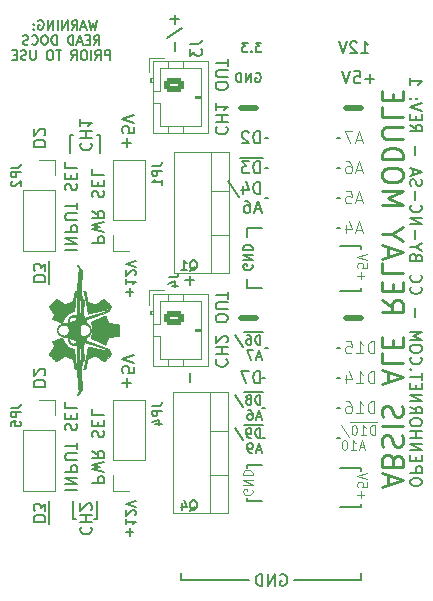
<source format=gbr>
%TF.GenerationSoftware,KiCad,Pcbnew,(6.0.9)*%
%TF.CreationDate,2023-01-09T19:40:24-09:00*%
%TF.ProjectId,ABSIS_ALE_Relay_Module,41425349-535f-4414-9c45-5f52656c6179,1*%
%TF.SameCoordinates,Original*%
%TF.FileFunction,Legend,Bot*%
%TF.FilePolarity,Positive*%
%FSLAX46Y46*%
G04 Gerber Fmt 4.6, Leading zero omitted, Abs format (unit mm)*
G04 Created by KiCad (PCBNEW (6.0.9)) date 2023-01-09 19:40:24*
%MOMM*%
%LPD*%
G01*
G04 APERTURE LIST*
G04 Aperture macros list*
%AMRoundRect*
0 Rectangle with rounded corners*
0 $1 Rounding radius*
0 $2 $3 $4 $5 $6 $7 $8 $9 X,Y pos of 4 corners*
0 Add a 4 corners polygon primitive as box body*
4,1,4,$2,$3,$4,$5,$6,$7,$8,$9,$2,$3,0*
0 Add four circle primitives for the rounded corners*
1,1,$1+$1,$2,$3*
1,1,$1+$1,$4,$5*
1,1,$1+$1,$6,$7*
1,1,$1+$1,$8,$9*
0 Add four rect primitives between the rounded corners*
20,1,$1+$1,$2,$3,$4,$5,0*
20,1,$1+$1,$4,$5,$6,$7,0*
20,1,$1+$1,$6,$7,$8,$9,0*
20,1,$1+$1,$8,$9,$2,$3,0*%
G04 Aperture macros list end*
%ADD10C,0.500000*%
%ADD11C,0.150000*%
%ADD12C,0.125000*%
%ADD13C,0.250000*%
%ADD14C,0.200000*%
%ADD15C,0.120000*%
%ADD16C,0.010000*%
%ADD17R,1.700000X1.700000*%
%ADD18O,1.700000X1.700000*%
%ADD19C,3.200000*%
%ADD20RoundRect,0.249999X-0.625001X0.350001X-0.625001X-0.350001X0.625001X-0.350001X0.625001X0.350001X0*%
%ADD21O,1.750000X1.200000*%
%ADD22R,2.000000X1.905000*%
%ADD23O,2.000000X1.905000*%
G04 APERTURE END LIST*
D10*
X20150000Y23540000D02*
X21420000Y23540000D01*
X20150000Y41320000D02*
X21420000Y41320000D01*
X29040000Y41320000D02*
X30310000Y41320000D01*
D11*
X22182000Y38780000D02*
X22436000Y38780000D01*
X22182000Y18460000D02*
X21928000Y18460000D01*
X20658000Y26842000D02*
X20658000Y26080000D01*
X28532000Y13380000D02*
X28278000Y13380000D01*
X30310000Y1315000D02*
X30310000Y1950000D01*
X24595000Y1315000D02*
X30310000Y1315000D01*
X20658000Y11094000D02*
X21928000Y11094000D01*
X28532000Y31160000D02*
X28278000Y31160000D01*
X7958000Y39034000D02*
X8212000Y39034000D01*
X30310000Y26080000D02*
X30310000Y25826000D01*
X20658000Y10840000D02*
X20658000Y11094000D01*
X28532000Y33700000D02*
X28278000Y33700000D01*
X22182000Y15920000D02*
X21928000Y15920000D01*
X30310000Y10840000D02*
X28532000Y10840000D01*
X5672000Y39034000D02*
X5672000Y37510000D01*
X22182000Y21000000D02*
X22436000Y21000000D01*
X6180000Y6522000D02*
X5926000Y6522000D01*
X28532000Y18460000D02*
X28278000Y18460000D01*
D10*
X29040000Y23540000D02*
X30310000Y23540000D01*
D11*
X7958000Y6522000D02*
X7958000Y8046000D01*
X7704000Y6522000D02*
X7958000Y6522000D01*
X20658000Y30398000D02*
X20658000Y31160000D01*
X30310000Y25826000D02*
X28532000Y25826000D01*
X8212000Y39034000D02*
X8212000Y37510000D01*
X30310000Y29382000D02*
X30310000Y29636000D01*
X28532000Y36240000D02*
X28278000Y36240000D01*
X15070000Y1315000D02*
X15070000Y1950000D01*
X5926000Y39034000D02*
X5672000Y39034000D01*
X20785000Y1315000D02*
X15070000Y1315000D01*
X20658000Y8300000D02*
X20658000Y8046000D01*
X30310000Y7538000D02*
X28532000Y7538000D01*
X30310000Y29636000D02*
X28532000Y29636000D01*
X22436000Y33700000D02*
X22182000Y33700000D01*
X30310000Y7792000D02*
X30310000Y7538000D01*
X20658000Y26080000D02*
X21928000Y26080000D01*
X20658000Y8046000D02*
X21928000Y8046000D01*
X28532000Y21000000D02*
X28278000Y21000000D01*
X5926000Y6522000D02*
X5926000Y8046000D01*
X21928000Y13380000D02*
X22182000Y13380000D01*
X28532000Y38780000D02*
X28278000Y38780000D01*
X20658000Y31160000D02*
X21928000Y31160000D01*
X22182000Y36240000D02*
X22436000Y36240000D01*
X30310000Y10586000D02*
X30310000Y10840000D01*
X28532000Y15920000D02*
X28278000Y15920000D01*
D12*
X31406916Y20547620D02*
X31406916Y21547620D01*
X31168821Y21547620D01*
X31025964Y21500000D01*
X30930726Y21404762D01*
X30883107Y21309524D01*
X30835488Y21119048D01*
X30835488Y20976191D01*
X30883107Y20785715D01*
X30930726Y20690477D01*
X31025964Y20595239D01*
X31168821Y20547620D01*
X31406916Y20547620D01*
X29883107Y20547620D02*
X30454535Y20547620D01*
X30168821Y20547620D02*
X30168821Y21547620D01*
X30264059Y21404762D01*
X30359297Y21309524D01*
X30454535Y21261905D01*
X28978345Y21547620D02*
X29454535Y21547620D01*
X29502154Y21071429D01*
X29454535Y21119048D01*
X29359297Y21166667D01*
X29121202Y21166667D01*
X29025964Y21119048D01*
X28978345Y21071429D01*
X28930726Y20976191D01*
X28930726Y20738096D01*
X28978345Y20642858D01*
X29025964Y20595239D01*
X29121202Y20547620D01*
X29359297Y20547620D01*
X29454535Y20595239D01*
X29502154Y20642858D01*
X30359297Y38613334D02*
X29883107Y38613334D01*
X30454535Y38327620D02*
X30121202Y39327620D01*
X29787869Y38327620D01*
X29549773Y39327620D02*
X28883107Y39327620D01*
X29311678Y38327620D01*
X31406916Y18007620D02*
X31406916Y19007620D01*
X31168821Y19007620D01*
X31025964Y18960000D01*
X30930726Y18864762D01*
X30883107Y18769524D01*
X30835488Y18579048D01*
X30835488Y18436191D01*
X30883107Y18245715D01*
X30930726Y18150477D01*
X31025964Y18055239D01*
X31168821Y18007620D01*
X31406916Y18007620D01*
X29883107Y18007620D02*
X30454535Y18007620D01*
X30168821Y18007620D02*
X30168821Y19007620D01*
X30264059Y18864762D01*
X30359297Y18769524D01*
X30454535Y18721905D01*
X29025964Y18674286D02*
X29025964Y18007620D01*
X29264059Y19055239D02*
X29502154Y18340953D01*
X28883107Y18340953D01*
X30359297Y36073334D02*
X29883107Y36073334D01*
X30454535Y35787620D02*
X30121202Y36787620D01*
X29787869Y35787620D01*
X29025964Y36787620D02*
X29216440Y36787620D01*
X29311678Y36740000D01*
X29359297Y36692381D01*
X29454535Y36549524D01*
X29502154Y36359048D01*
X29502154Y35978096D01*
X29454535Y35882858D01*
X29406916Y35835239D01*
X29311678Y35787620D01*
X29121202Y35787620D01*
X29025964Y35835239D01*
X28978345Y35882858D01*
X28930726Y35978096D01*
X28930726Y36216191D01*
X28978345Y36311429D01*
X29025964Y36359048D01*
X29121202Y36406667D01*
X29311678Y36406667D01*
X29406916Y36359048D01*
X29454535Y36311429D01*
X29502154Y36216191D01*
X31406916Y15467620D02*
X31406916Y16467620D01*
X31168821Y16467620D01*
X31025964Y16420000D01*
X30930726Y16324762D01*
X30883107Y16229524D01*
X30835488Y16039048D01*
X30835488Y15896191D01*
X30883107Y15705715D01*
X30930726Y15610477D01*
X31025964Y15515239D01*
X31168821Y15467620D01*
X31406916Y15467620D01*
X29883107Y15467620D02*
X30454535Y15467620D01*
X30168821Y15467620D02*
X30168821Y16467620D01*
X30264059Y16324762D01*
X30359297Y16229524D01*
X30454535Y16181905D01*
X29025964Y16467620D02*
X29216440Y16467620D01*
X29311678Y16420000D01*
X29359297Y16372381D01*
X29454535Y16229524D01*
X29502154Y16039048D01*
X29502154Y15658096D01*
X29454535Y15562858D01*
X29406916Y15515239D01*
X29311678Y15467620D01*
X29121202Y15467620D01*
X29025964Y15515239D01*
X28978345Y15562858D01*
X28930726Y15658096D01*
X28930726Y15896191D01*
X28978345Y15991429D01*
X29025964Y16039048D01*
X29121202Y16086667D01*
X29311678Y16086667D01*
X29406916Y16039048D01*
X29454535Y15991429D01*
X29502154Y15896191D01*
X30359297Y33533334D02*
X29883107Y33533334D01*
X30454535Y33247620D02*
X30121202Y34247620D01*
X29787869Y33247620D01*
X28978345Y34247620D02*
X29454535Y34247620D01*
X29502154Y33771429D01*
X29454535Y33819048D01*
X29359297Y33866667D01*
X29121202Y33866667D01*
X29025964Y33819048D01*
X28978345Y33771429D01*
X28930726Y33676191D01*
X28930726Y33438096D01*
X28978345Y33342858D01*
X29025964Y33295239D01*
X29121202Y33247620D01*
X29359297Y33247620D01*
X29454535Y33295239D01*
X29502154Y33342858D01*
X31648154Y14688000D02*
X30848154Y14688000D01*
X31457678Y13662096D02*
X31457678Y14462096D01*
X31267202Y14462096D01*
X31152916Y14424000D01*
X31076726Y14347810D01*
X31038630Y14271620D01*
X31000535Y14119239D01*
X31000535Y14004953D01*
X31038630Y13852572D01*
X31076726Y13776381D01*
X31152916Y13700191D01*
X31267202Y13662096D01*
X31457678Y13662096D01*
X30848154Y14688000D02*
X30086250Y14688000D01*
X30238630Y13662096D02*
X30695773Y13662096D01*
X30467202Y13662096D02*
X30467202Y14462096D01*
X30543392Y14347810D01*
X30619583Y14271620D01*
X30695773Y14233524D01*
X30086250Y14688000D02*
X29324345Y14688000D01*
X29743392Y14462096D02*
X29667202Y14462096D01*
X29591011Y14424000D01*
X29552916Y14385905D01*
X29514821Y14309715D01*
X29476726Y14157334D01*
X29476726Y13966858D01*
X29514821Y13814477D01*
X29552916Y13738286D01*
X29591011Y13700191D01*
X29667202Y13662096D01*
X29743392Y13662096D01*
X29819583Y13700191D01*
X29857678Y13738286D01*
X29895773Y13814477D01*
X29933869Y13966858D01*
X29933869Y14157334D01*
X29895773Y14309715D01*
X29857678Y14385905D01*
X29819583Y14424000D01*
X29743392Y14462096D01*
X28562440Y14500191D02*
X29248154Y13471620D01*
X30543392Y12602667D02*
X30162440Y12602667D01*
X30619583Y12374096D02*
X30352916Y13174096D01*
X30086250Y12374096D01*
X29400535Y12374096D02*
X29857678Y12374096D01*
X29629107Y12374096D02*
X29629107Y13174096D01*
X29705297Y13059810D01*
X29781488Y12983620D01*
X29857678Y12945524D01*
X28905297Y13174096D02*
X28829107Y13174096D01*
X28752916Y13136000D01*
X28714821Y13097905D01*
X28676726Y13021715D01*
X28638630Y12869334D01*
X28638630Y12678858D01*
X28676726Y12526477D01*
X28714821Y12450286D01*
X28752916Y12412191D01*
X28829107Y12374096D01*
X28905297Y12374096D01*
X28981488Y12412191D01*
X29019583Y12450286D01*
X29057678Y12526477D01*
X29095773Y12678858D01*
X29095773Y12869334D01*
X29057678Y13021715D01*
X29019583Y13097905D01*
X28981488Y13136000D01*
X28905297Y13174096D01*
X30359297Y30993334D02*
X29883107Y30993334D01*
X30454535Y30707620D02*
X30121202Y31707620D01*
X29787869Y30707620D01*
X29025964Y31374286D02*
X29025964Y30707620D01*
X29264059Y31755239D02*
X29502154Y31040953D01*
X28883107Y31040953D01*
D11*
X21719404Y38327620D02*
X21719404Y39327620D01*
X21481309Y39327620D01*
X21338452Y39280000D01*
X21243214Y39184762D01*
X21195595Y39089524D01*
X21147976Y38899048D01*
X21147976Y38756191D01*
X21195595Y38565715D01*
X21243214Y38470477D01*
X21338452Y38375239D01*
X21481309Y38327620D01*
X21719404Y38327620D01*
X20767023Y39232381D02*
X20719404Y39280000D01*
X20624166Y39327620D01*
X20386071Y39327620D01*
X20290833Y39280000D01*
X20243214Y39232381D01*
X20195595Y39137143D01*
X20195595Y39041905D01*
X20243214Y38899048D01*
X20814642Y38327620D01*
X20195595Y38327620D01*
X21719404Y18007620D02*
X21719404Y19007620D01*
X21481309Y19007620D01*
X21338452Y18960000D01*
X21243214Y18864762D01*
X21195595Y18769524D01*
X21147976Y18579048D01*
X21147976Y18436191D01*
X21195595Y18245715D01*
X21243214Y18150477D01*
X21338452Y18055239D01*
X21481309Y18007620D01*
X21719404Y18007620D01*
X20814642Y19007620D02*
X20147976Y19007620D01*
X20576547Y18007620D01*
X21957500Y37070000D02*
X20957500Y37070000D01*
X21719404Y35787620D02*
X21719404Y36787620D01*
X21481309Y36787620D01*
X21338452Y36740000D01*
X21243214Y36644762D01*
X21195595Y36549524D01*
X21147976Y36359048D01*
X21147976Y36216191D01*
X21195595Y36025715D01*
X21243214Y35930477D01*
X21338452Y35835239D01*
X21481309Y35787620D01*
X21719404Y35787620D01*
X20957500Y37070000D02*
X20005119Y37070000D01*
X20814642Y36787620D02*
X20195595Y36787620D01*
X20528928Y36406667D01*
X20386071Y36406667D01*
X20290833Y36359048D01*
X20243214Y36311429D01*
X20195595Y36216191D01*
X20195595Y35978096D01*
X20243214Y35882858D01*
X20290833Y35835239D01*
X20386071Y35787620D01*
X20671785Y35787620D01*
X20767023Y35835239D01*
X20814642Y35882858D01*
X21957500Y17228000D02*
X21157500Y17228000D01*
X21767023Y16202096D02*
X21767023Y17002096D01*
X21576547Y17002096D01*
X21462261Y16964000D01*
X21386071Y16887810D01*
X21347976Y16811620D01*
X21309880Y16659239D01*
X21309880Y16544953D01*
X21347976Y16392572D01*
X21386071Y16316381D01*
X21462261Y16240191D01*
X21576547Y16202096D01*
X21767023Y16202096D01*
X21157500Y17228000D02*
X20395595Y17228000D01*
X20852738Y16659239D02*
X20928928Y16697334D01*
X20967023Y16735429D01*
X21005119Y16811620D01*
X21005119Y16849715D01*
X20967023Y16925905D01*
X20928928Y16964000D01*
X20852738Y17002096D01*
X20700357Y17002096D01*
X20624166Y16964000D01*
X20586071Y16925905D01*
X20547976Y16849715D01*
X20547976Y16811620D01*
X20586071Y16735429D01*
X20624166Y16697334D01*
X20700357Y16659239D01*
X20852738Y16659239D01*
X20928928Y16621143D01*
X20967023Y16583048D01*
X21005119Y16506858D01*
X21005119Y16354477D01*
X20967023Y16278286D01*
X20928928Y16240191D01*
X20852738Y16202096D01*
X20700357Y16202096D01*
X20624166Y16240191D01*
X20586071Y16278286D01*
X20547976Y16354477D01*
X20547976Y16506858D01*
X20586071Y16583048D01*
X20624166Y16621143D01*
X20700357Y16659239D01*
X19633690Y17040191D02*
X20319404Y16011620D01*
X21805119Y15142667D02*
X21424166Y15142667D01*
X21881309Y14914096D02*
X21614642Y15714096D01*
X21347976Y14914096D01*
X20738452Y15714096D02*
X20890833Y15714096D01*
X20967023Y15676000D01*
X21005119Y15637905D01*
X21081309Y15523620D01*
X21119404Y15371239D01*
X21119404Y15066477D01*
X21081309Y14990286D01*
X21043214Y14952191D01*
X20967023Y14914096D01*
X20814642Y14914096D01*
X20738452Y14952191D01*
X20700357Y14990286D01*
X20662261Y15066477D01*
X20662261Y15256953D01*
X20700357Y15333143D01*
X20738452Y15371239D01*
X20814642Y15409334D01*
X20967023Y15409334D01*
X21043214Y15371239D01*
X21081309Y15333143D01*
X21119404Y15256953D01*
X21719404Y34052620D02*
X21719404Y35052620D01*
X21481309Y35052620D01*
X21338452Y35005000D01*
X21243214Y34909762D01*
X21195595Y34814524D01*
X21147976Y34624048D01*
X21147976Y34481191D01*
X21195595Y34290715D01*
X21243214Y34195477D01*
X21338452Y34100239D01*
X21481309Y34052620D01*
X21719404Y34052620D01*
X20290833Y34719286D02*
X20290833Y34052620D01*
X20528928Y35100239D02*
X20767023Y34385953D01*
X20147976Y34385953D01*
X19052738Y35100239D02*
X19909880Y33814524D01*
X21767023Y32728334D02*
X21290833Y32728334D01*
X21862261Y32442620D02*
X21528928Y33442620D01*
X21195595Y32442620D01*
X20433690Y33442620D02*
X20624166Y33442620D01*
X20719404Y33395000D01*
X20767023Y33347381D01*
X20862261Y33204524D01*
X20909880Y33014048D01*
X20909880Y32633096D01*
X20862261Y32537858D01*
X20814642Y32490239D01*
X20719404Y32442620D01*
X20528928Y32442620D01*
X20433690Y32490239D01*
X20386071Y32537858D01*
X20338452Y32633096D01*
X20338452Y32871191D01*
X20386071Y32966429D01*
X20433690Y33014048D01*
X20528928Y33061667D01*
X20719404Y33061667D01*
X20814642Y33014048D01*
X20862261Y32966429D01*
X20909880Y32871191D01*
X21957500Y14434000D02*
X21157500Y14434000D01*
X21767023Y13408096D02*
X21767023Y14208096D01*
X21576547Y14208096D01*
X21462261Y14170000D01*
X21386071Y14093810D01*
X21347976Y14017620D01*
X21309880Y13865239D01*
X21309880Y13750953D01*
X21347976Y13598572D01*
X21386071Y13522381D01*
X21462261Y13446191D01*
X21576547Y13408096D01*
X21767023Y13408096D01*
X21157500Y14434000D02*
X20395595Y14434000D01*
X20928928Y13408096D02*
X20776547Y13408096D01*
X20700357Y13446191D01*
X20662261Y13484286D01*
X20586071Y13598572D01*
X20547976Y13750953D01*
X20547976Y14055715D01*
X20586071Y14131905D01*
X20624166Y14170000D01*
X20700357Y14208096D01*
X20852738Y14208096D01*
X20928928Y14170000D01*
X20967023Y14131905D01*
X21005119Y14055715D01*
X21005119Y13865239D01*
X20967023Y13789048D01*
X20928928Y13750953D01*
X20852738Y13712858D01*
X20700357Y13712858D01*
X20624166Y13750953D01*
X20586071Y13789048D01*
X20547976Y13865239D01*
X19633690Y14246191D02*
X20319404Y13217620D01*
X21805119Y12348667D02*
X21424166Y12348667D01*
X21881309Y12120096D02*
X21614642Y12920096D01*
X21347976Y12120096D01*
X21043214Y12120096D02*
X20890833Y12120096D01*
X20814642Y12158191D01*
X20776547Y12196286D01*
X20700357Y12310572D01*
X20662261Y12462953D01*
X20662261Y12767715D01*
X20700357Y12843905D01*
X20738452Y12882000D01*
X20814642Y12920096D01*
X20967023Y12920096D01*
X21043214Y12882000D01*
X21081309Y12843905D01*
X21119404Y12767715D01*
X21119404Y12577239D01*
X21081309Y12501048D01*
X21043214Y12462953D01*
X20967023Y12424858D01*
X20814642Y12424858D01*
X20738452Y12462953D01*
X20700357Y12501048D01*
X20662261Y12577239D01*
X21058000Y28057024D02*
X21096095Y27980834D01*
X21096095Y27866548D01*
X21058000Y27752262D01*
X20981809Y27676072D01*
X20905619Y27637977D01*
X20753238Y27599881D01*
X20638952Y27599881D01*
X20486571Y27637977D01*
X20410380Y27676072D01*
X20334190Y27752262D01*
X20296095Y27866548D01*
X20296095Y27942739D01*
X20334190Y28057024D01*
X20372285Y28095120D01*
X20638952Y28095120D01*
X20638952Y27942739D01*
X20296095Y28437977D02*
X21096095Y28437977D01*
X20296095Y28895120D01*
X21096095Y28895120D01*
X20296095Y29276072D02*
X21096095Y29276072D01*
X21096095Y29466548D01*
X21058000Y29580834D01*
X20981809Y29657024D01*
X20905619Y29695120D01*
X20753238Y29733215D01*
X20638952Y29733215D01*
X20486571Y29695120D01*
X20410380Y29657024D01*
X20334190Y29580834D01*
X20296095Y29466548D01*
X20296095Y29276072D01*
X21347976Y44260000D02*
X21424166Y44298096D01*
X21538452Y44298096D01*
X21652738Y44260000D01*
X21728928Y44183810D01*
X21767023Y44107620D01*
X21805119Y43955239D01*
X21805119Y43840953D01*
X21767023Y43688572D01*
X21728928Y43612381D01*
X21652738Y43536191D01*
X21538452Y43498096D01*
X21462261Y43498096D01*
X21347976Y43536191D01*
X21309880Y43574286D01*
X21309880Y43840953D01*
X21462261Y43840953D01*
X20967023Y43498096D02*
X20967023Y44298096D01*
X20509880Y43498096D01*
X20509880Y44298096D01*
X20128928Y43498096D02*
X20128928Y44298096D01*
X19938452Y44298096D01*
X19824166Y44260000D01*
X19747976Y44183810D01*
X19709880Y44107620D01*
X19671785Y43955239D01*
X19671785Y43840953D01*
X19709880Y43688572D01*
X19747976Y43612381D01*
X19824166Y43536191D01*
X19938452Y43498096D01*
X20128928Y43498096D01*
X21843214Y46838096D02*
X21347976Y46838096D01*
X21614642Y46533334D01*
X21500357Y46533334D01*
X21424166Y46495239D01*
X21386071Y46457143D01*
X21347976Y46380953D01*
X21347976Y46190477D01*
X21386071Y46114286D01*
X21424166Y46076191D01*
X21500357Y46038096D01*
X21728928Y46038096D01*
X21805119Y46076191D01*
X21843214Y46114286D01*
X21005119Y46114286D02*
X20967023Y46076191D01*
X21005119Y46038096D01*
X21043214Y46076191D01*
X21005119Y46114286D01*
X21005119Y46038096D01*
X20700357Y46838096D02*
X20205119Y46838096D01*
X20471785Y46533334D01*
X20357500Y46533334D01*
X20281309Y46495239D01*
X20243214Y46457143D01*
X20205119Y46380953D01*
X20205119Y46190477D01*
X20243214Y46114286D01*
X20281309Y46076191D01*
X20357500Y46038096D01*
X20586071Y46038096D01*
X20662261Y46076191D01*
X20700357Y46114286D01*
D13*
X32558333Y9371667D02*
X32558333Y10205000D01*
X32058333Y9205000D02*
X33808333Y9788334D01*
X32058333Y10371667D01*
X32975000Y11538334D02*
X32891666Y11788334D01*
X32808333Y11871667D01*
X32641666Y11955000D01*
X32391666Y11955000D01*
X32225000Y11871667D01*
X32141666Y11788334D01*
X32058333Y11621667D01*
X32058333Y10955000D01*
X33808333Y10955000D01*
X33808333Y11538334D01*
X33725000Y11705000D01*
X33641666Y11788334D01*
X33475000Y11871667D01*
X33308333Y11871667D01*
X33141666Y11788334D01*
X33058333Y11705000D01*
X32975000Y11538334D01*
X32975000Y10955000D01*
X32141666Y12621667D02*
X32058333Y12871667D01*
X32058333Y13288334D01*
X32141666Y13455000D01*
X32225000Y13538334D01*
X32391666Y13621667D01*
X32558333Y13621667D01*
X32725000Y13538334D01*
X32808333Y13455000D01*
X32891666Y13288334D01*
X32975000Y12955000D01*
X33058333Y12788334D01*
X33141666Y12705000D01*
X33308333Y12621667D01*
X33475000Y12621667D01*
X33641666Y12705000D01*
X33725000Y12788334D01*
X33808333Y12955000D01*
X33808333Y13371667D01*
X33725000Y13621667D01*
X32058333Y14371667D02*
X33808333Y14371667D01*
X32141666Y15121667D02*
X32058333Y15371667D01*
X32058333Y15788334D01*
X32141666Y15955000D01*
X32225000Y16038334D01*
X32391666Y16121667D01*
X32558333Y16121667D01*
X32725000Y16038334D01*
X32808333Y15955000D01*
X32891666Y15788334D01*
X32975000Y15455000D01*
X33058333Y15288334D01*
X33141666Y15205000D01*
X33308333Y15121667D01*
X33475000Y15121667D01*
X33641666Y15205000D01*
X33725000Y15288334D01*
X33808333Y15455000D01*
X33808333Y15871667D01*
X33725000Y16121667D01*
X32558333Y18121667D02*
X32558333Y18955000D01*
X32058333Y17955000D02*
X33808333Y18538334D01*
X32058333Y19121667D01*
X32058333Y20538334D02*
X32058333Y19705000D01*
X33808333Y19705000D01*
X32975000Y21121667D02*
X32975000Y21705000D01*
X32058333Y21955000D02*
X32058333Y21121667D01*
X33808333Y21121667D01*
X33808333Y21955000D01*
X32058333Y25038334D02*
X32891666Y24455000D01*
X32058333Y24038334D02*
X33808333Y24038334D01*
X33808333Y24705000D01*
X33725000Y24871667D01*
X33641666Y24955000D01*
X33475000Y25038334D01*
X33225000Y25038334D01*
X33058333Y24955000D01*
X32975000Y24871667D01*
X32891666Y24705000D01*
X32891666Y24038334D01*
X32975000Y25788334D02*
X32975000Y26371667D01*
X32058333Y26621667D02*
X32058333Y25788334D01*
X33808333Y25788334D01*
X33808333Y26621667D01*
X32058333Y28205000D02*
X32058333Y27371667D01*
X33808333Y27371667D01*
X32558333Y28705000D02*
X32558333Y29538334D01*
X32058333Y28538334D02*
X33808333Y29121667D01*
X32058333Y29705000D01*
X32891666Y30621667D02*
X32058333Y30621667D01*
X33808333Y30038334D02*
X32891666Y30621667D01*
X33808333Y31205000D01*
X32058333Y33121667D02*
X33808333Y33121667D01*
X32558333Y33705000D01*
X33808333Y34288334D01*
X32058333Y34288334D01*
X33808333Y35455000D02*
X33808333Y35788334D01*
X33725000Y35955000D01*
X33558333Y36121667D01*
X33225000Y36205000D01*
X32641666Y36205000D01*
X32308333Y36121667D01*
X32141666Y35955000D01*
X32058333Y35788334D01*
X32058333Y35455000D01*
X32141666Y35288334D01*
X32308333Y35121667D01*
X32641666Y35038334D01*
X33225000Y35038334D01*
X33558333Y35121667D01*
X33725000Y35288334D01*
X33808333Y35455000D01*
X32058333Y36955000D02*
X33808333Y36955000D01*
X33808333Y37371667D01*
X33725000Y37621667D01*
X33558333Y37788334D01*
X33391666Y37871667D01*
X33058333Y37955000D01*
X32808333Y37955000D01*
X32475000Y37871667D01*
X32308333Y37788334D01*
X32141666Y37621667D01*
X32058333Y37371667D01*
X32058333Y36955000D01*
X33808333Y38705000D02*
X32391666Y38705000D01*
X32225000Y38788334D01*
X32141666Y38871667D01*
X32058333Y39038334D01*
X32058333Y39371667D01*
X32141666Y39538334D01*
X32225000Y39621667D01*
X32391666Y39705000D01*
X33808333Y39705000D01*
X32058333Y41371667D02*
X32058333Y40538334D01*
X33808333Y40538334D01*
X32975000Y41955000D02*
X32975000Y42538334D01*
X32058333Y42788334D02*
X32058333Y41955000D01*
X33808333Y41955000D01*
X33808333Y42788334D01*
D11*
X31407023Y43788572D02*
X30645119Y43788572D01*
X31026071Y43407620D02*
X31026071Y44169524D01*
X29692738Y44407620D02*
X30168928Y44407620D01*
X30216547Y43931429D01*
X30168928Y43979048D01*
X30073690Y44026667D01*
X29835595Y44026667D01*
X29740357Y43979048D01*
X29692738Y43931429D01*
X29645119Y43836191D01*
X29645119Y43598096D01*
X29692738Y43502858D01*
X29740357Y43455239D01*
X29835595Y43407620D01*
X30073690Y43407620D01*
X30168928Y43455239D01*
X30216547Y43502858D01*
X29359404Y44407620D02*
X29026071Y43407620D01*
X28692738Y44407620D01*
D12*
X30252857Y8257131D02*
X30252857Y8866655D01*
X29948095Y8561893D02*
X30557619Y8561893D01*
X30748095Y9628560D02*
X30748095Y9247608D01*
X30367142Y9209512D01*
X30405238Y9247608D01*
X30443333Y9323798D01*
X30443333Y9514274D01*
X30405238Y9590465D01*
X30367142Y9628560D01*
X30290952Y9666655D01*
X30100476Y9666655D01*
X30024285Y9628560D01*
X29986190Y9590465D01*
X29948095Y9514274D01*
X29948095Y9323798D01*
X29986190Y9247608D01*
X30024285Y9209512D01*
X30748095Y9895227D02*
X29948095Y10161893D01*
X30748095Y10428560D01*
X21058000Y8990774D02*
X21096095Y8914584D01*
X21096095Y8800298D01*
X21058000Y8686012D01*
X20981809Y8609822D01*
X20905619Y8571727D01*
X20753238Y8533631D01*
X20638952Y8533631D01*
X20486571Y8571727D01*
X20410380Y8609822D01*
X20334190Y8686012D01*
X20296095Y8800298D01*
X20296095Y8876489D01*
X20334190Y8990774D01*
X20372285Y9028870D01*
X20638952Y9028870D01*
X20638952Y8876489D01*
X20296095Y9371727D02*
X21096095Y9371727D01*
X20296095Y9828870D01*
X21096095Y9828870D01*
X20296095Y10209822D02*
X21096095Y10209822D01*
X21096095Y10400298D01*
X21058000Y10514584D01*
X20981809Y10590774D01*
X20905619Y10628870D01*
X20753238Y10666965D01*
X20638952Y10666965D01*
X20486571Y10628870D01*
X20410380Y10590774D01*
X20334190Y10514584D01*
X20296095Y10400298D01*
X20296095Y10209822D01*
D11*
X3835000Y6053810D02*
X3835000Y7053810D01*
X2552619Y6291905D02*
X3552619Y6291905D01*
X3552619Y6530000D01*
X3505000Y6672858D01*
X3409761Y6768096D01*
X3314523Y6815715D01*
X3124047Y6863334D01*
X2981190Y6863334D01*
X2790714Y6815715D01*
X2695476Y6768096D01*
X2600238Y6672858D01*
X2552619Y6530000D01*
X2552619Y6291905D01*
X3835000Y7053810D02*
X3835000Y8006191D01*
X3552619Y7196667D02*
X3552619Y7815715D01*
X3171666Y7482381D01*
X3171666Y7625239D01*
X3124047Y7720477D01*
X3076428Y7768096D01*
X2981190Y7815715D01*
X2743095Y7815715D01*
X2647857Y7768096D01*
X2600238Y7720477D01*
X2552619Y7625239D01*
X2552619Y7339524D01*
X2600238Y7244286D01*
X2647857Y7196667D01*
X10426571Y17682286D02*
X10426571Y18444191D01*
X10045619Y18063239D02*
X10807523Y18063239D01*
X11045619Y19396572D02*
X11045619Y18920381D01*
X10569428Y18872762D01*
X10617047Y18920381D01*
X10664666Y19015620D01*
X10664666Y19253715D01*
X10617047Y19348953D01*
X10569428Y19396572D01*
X10474190Y19444191D01*
X10236095Y19444191D01*
X10140857Y19396572D01*
X10093238Y19348953D01*
X10045619Y19253715D01*
X10045619Y19015620D01*
X10093238Y18920381D01*
X10140857Y18872762D01*
X11045619Y19729905D02*
X10045619Y20063239D01*
X11045619Y20396572D01*
X10694857Y5112477D02*
X10694857Y5722000D01*
X10390095Y5417239D02*
X10999619Y5417239D01*
X10390095Y6522000D02*
X10390095Y6064858D01*
X10390095Y6293429D02*
X11190095Y6293429D01*
X11075809Y6217239D01*
X10999619Y6141048D01*
X10961523Y6064858D01*
X11113904Y6826762D02*
X11152000Y6864858D01*
X11190095Y6941048D01*
X11190095Y7131524D01*
X11152000Y7207715D01*
X11113904Y7245810D01*
X11037714Y7283905D01*
X10961523Y7283905D01*
X10847238Y7245810D01*
X10390095Y6788667D01*
X10390095Y7283905D01*
X11190095Y7512477D02*
X10390095Y7779143D01*
X11190095Y8045810D01*
D14*
X15776428Y27095953D02*
X15776428Y26334048D01*
X16157380Y26715000D02*
X15395476Y26715000D01*
X15776428Y18840953D02*
X15776428Y18079048D01*
D11*
X10694857Y25432477D02*
X10694857Y26042000D01*
X10390095Y25737239D02*
X10999619Y25737239D01*
X10390095Y26842000D02*
X10390095Y26384858D01*
X10390095Y26613429D02*
X11190095Y26613429D01*
X11075809Y26537239D01*
X10999619Y26461048D01*
X10961523Y26384858D01*
X11113904Y27146762D02*
X11152000Y27184858D01*
X11190095Y27261048D01*
X11190095Y27451524D01*
X11152000Y27527715D01*
X11113904Y27565810D01*
X11037714Y27603905D01*
X10961523Y27603905D01*
X10847238Y27565810D01*
X10390095Y27108667D01*
X10390095Y27603905D01*
X11190095Y27832477D02*
X10390095Y28099143D01*
X11190095Y28365810D01*
X10426571Y38002286D02*
X10426571Y38764191D01*
X10045619Y38383239D02*
X10807523Y38383239D01*
X11045619Y39716572D02*
X11045619Y39240381D01*
X10569428Y39192762D01*
X10617047Y39240381D01*
X10664666Y39335620D01*
X10664666Y39573715D01*
X10617047Y39668953D01*
X10569428Y39716572D01*
X10474190Y39764191D01*
X10236095Y39764191D01*
X10140857Y39716572D01*
X10093238Y39668953D01*
X10045619Y39573715D01*
X10045619Y39335620D01*
X10093238Y39240381D01*
X10140857Y39192762D01*
X11045619Y40049905D02*
X10045619Y40383239D01*
X11045619Y40716572D01*
X7505619Y29890381D02*
X8505619Y29890381D01*
X8505619Y30271334D01*
X8458000Y30366572D01*
X8410380Y30414191D01*
X8315142Y30461810D01*
X8172285Y30461810D01*
X8077047Y30414191D01*
X8029428Y30366572D01*
X7981809Y30271334D01*
X7981809Y29890381D01*
X8505619Y30795143D02*
X7505619Y31033239D01*
X8219904Y31223715D01*
X7505619Y31414191D01*
X8505619Y31652286D01*
X7505619Y32604667D02*
X7981809Y32271334D01*
X7505619Y32033239D02*
X8505619Y32033239D01*
X8505619Y32414191D01*
X8458000Y32509429D01*
X8410380Y32557048D01*
X8315142Y32604667D01*
X8172285Y32604667D01*
X8077047Y32557048D01*
X8029428Y32509429D01*
X7981809Y32414191D01*
X7981809Y32033239D01*
X7553238Y33747524D02*
X7505619Y33890381D01*
X7505619Y34128477D01*
X7553238Y34223715D01*
X7600857Y34271334D01*
X7696095Y34318953D01*
X7791333Y34318953D01*
X7886571Y34271334D01*
X7934190Y34223715D01*
X7981809Y34128477D01*
X8029428Y33938000D01*
X8077047Y33842762D01*
X8124666Y33795143D01*
X8219904Y33747524D01*
X8315142Y33747524D01*
X8410380Y33795143D01*
X8458000Y33842762D01*
X8505619Y33938000D01*
X8505619Y34176096D01*
X8458000Y34318953D01*
X8029428Y34747524D02*
X8029428Y35080858D01*
X7505619Y35223715D02*
X7505619Y34747524D01*
X8505619Y34747524D01*
X8505619Y35223715D01*
X7505619Y36128477D02*
X7505619Y35652286D01*
X8505619Y35652286D01*
X2552619Y38041905D02*
X3552619Y38041905D01*
X3552619Y38280000D01*
X3505000Y38422858D01*
X3409761Y38518096D01*
X3314523Y38565715D01*
X3124047Y38613334D01*
X2981190Y38613334D01*
X2790714Y38565715D01*
X2695476Y38518096D01*
X2600238Y38422858D01*
X2552619Y38280000D01*
X2552619Y38041905D01*
X3457380Y38994286D02*
X3505000Y39041905D01*
X3552619Y39137143D01*
X3552619Y39375239D01*
X3505000Y39470477D01*
X3457380Y39518096D01*
X3362142Y39565715D01*
X3266904Y39565715D01*
X3124047Y39518096D01*
X2552619Y38946667D01*
X2552619Y39565715D01*
X3835000Y26373810D02*
X3835000Y27373810D01*
X2552619Y26611905D02*
X3552619Y26611905D01*
X3552619Y26850000D01*
X3505000Y26992858D01*
X3409761Y27088096D01*
X3314523Y27135715D01*
X3124047Y27183334D01*
X2981190Y27183334D01*
X2790714Y27135715D01*
X2695476Y27088096D01*
X2600238Y26992858D01*
X2552619Y26850000D01*
X2552619Y26611905D01*
X3835000Y27373810D02*
X3835000Y28326191D01*
X3552619Y27516667D02*
X3552619Y28135715D01*
X3171666Y27802381D01*
X3171666Y27945239D01*
X3124047Y28040477D01*
X3076428Y28088096D01*
X2981190Y28135715D01*
X2743095Y28135715D01*
X2647857Y28088096D01*
X2600238Y28040477D01*
X2552619Y27945239D01*
X2552619Y27659524D01*
X2600238Y27564286D01*
X2647857Y27516667D01*
X5219619Y29295143D02*
X6219619Y29295143D01*
X5219619Y29771334D02*
X6219619Y29771334D01*
X5219619Y30342762D01*
X6219619Y30342762D01*
X5219619Y30818953D02*
X6219619Y30818953D01*
X6219619Y31199905D01*
X6172000Y31295143D01*
X6124380Y31342762D01*
X6029142Y31390381D01*
X5886285Y31390381D01*
X5791047Y31342762D01*
X5743428Y31295143D01*
X5695809Y31199905D01*
X5695809Y30818953D01*
X6219619Y31818953D02*
X5410095Y31818953D01*
X5314857Y31866572D01*
X5267238Y31914191D01*
X5219619Y32009429D01*
X5219619Y32199905D01*
X5267238Y32295143D01*
X5314857Y32342762D01*
X5410095Y32390381D01*
X6219619Y32390381D01*
X6219619Y32723715D02*
X6219619Y33295143D01*
X5219619Y33009429D02*
X6219619Y33009429D01*
X5267238Y34342762D02*
X5219619Y34485620D01*
X5219619Y34723715D01*
X5267238Y34818953D01*
X5314857Y34866572D01*
X5410095Y34914191D01*
X5505333Y34914191D01*
X5600571Y34866572D01*
X5648190Y34818953D01*
X5695809Y34723715D01*
X5743428Y34533239D01*
X5791047Y34438000D01*
X5838666Y34390381D01*
X5933904Y34342762D01*
X6029142Y34342762D01*
X6124380Y34390381D01*
X6172000Y34438000D01*
X6219619Y34533239D01*
X6219619Y34771334D01*
X6172000Y34914191D01*
X5743428Y35342762D02*
X5743428Y35676096D01*
X5219619Y35818953D02*
X5219619Y35342762D01*
X6219619Y35342762D01*
X6219619Y35818953D01*
X5219619Y36723715D02*
X5219619Y36247524D01*
X6219619Y36247524D01*
X6584857Y38343524D02*
X6537238Y38295905D01*
X6489619Y38153048D01*
X6489619Y38057810D01*
X6537238Y37914953D01*
X6632476Y37819715D01*
X6727714Y37772096D01*
X6918190Y37724477D01*
X7061047Y37724477D01*
X7251523Y37772096D01*
X7346761Y37819715D01*
X7442000Y37914953D01*
X7489619Y38057810D01*
X7489619Y38153048D01*
X7442000Y38295905D01*
X7394380Y38343524D01*
X6489619Y38772096D02*
X7489619Y38772096D01*
X7013428Y38772096D02*
X7013428Y39343524D01*
X6489619Y39343524D02*
X7489619Y39343524D01*
X6489619Y40343524D02*
X6489619Y39772096D01*
X6489619Y40057810D02*
X7489619Y40057810D01*
X7346761Y39962572D01*
X7251523Y39867334D01*
X7203904Y39772096D01*
X6584857Y5831524D02*
X6537238Y5783905D01*
X6489619Y5641048D01*
X6489619Y5545810D01*
X6537238Y5402953D01*
X6632476Y5307715D01*
X6727714Y5260096D01*
X6918190Y5212477D01*
X7061047Y5212477D01*
X7251523Y5260096D01*
X7346761Y5307715D01*
X7442000Y5402953D01*
X7489619Y5545810D01*
X7489619Y5641048D01*
X7442000Y5783905D01*
X7394380Y5831524D01*
X6489619Y6260096D02*
X7489619Y6260096D01*
X7013428Y6260096D02*
X7013428Y6831524D01*
X6489619Y6831524D02*
X7489619Y6831524D01*
X7394380Y7260096D02*
X7442000Y7307715D01*
X7489619Y7402953D01*
X7489619Y7641048D01*
X7442000Y7736286D01*
X7394380Y7783905D01*
X7299142Y7831524D01*
X7203904Y7831524D01*
X7061047Y7783905D01*
X6489619Y7212477D01*
X6489619Y7831524D01*
X7505619Y9570381D02*
X8505619Y9570381D01*
X8505619Y9951334D01*
X8458000Y10046572D01*
X8410380Y10094191D01*
X8315142Y10141810D01*
X8172285Y10141810D01*
X8077047Y10094191D01*
X8029428Y10046572D01*
X7981809Y9951334D01*
X7981809Y9570381D01*
X8505619Y10475143D02*
X7505619Y10713239D01*
X8219904Y10903715D01*
X7505619Y11094191D01*
X8505619Y11332286D01*
X7505619Y12284667D02*
X7981809Y11951334D01*
X7505619Y11713239D02*
X8505619Y11713239D01*
X8505619Y12094191D01*
X8458000Y12189429D01*
X8410380Y12237048D01*
X8315142Y12284667D01*
X8172285Y12284667D01*
X8077047Y12237048D01*
X8029428Y12189429D01*
X7981809Y12094191D01*
X7981809Y11713239D01*
X7553238Y13427524D02*
X7505619Y13570381D01*
X7505619Y13808477D01*
X7553238Y13903715D01*
X7600857Y13951334D01*
X7696095Y13998953D01*
X7791333Y13998953D01*
X7886571Y13951334D01*
X7934190Y13903715D01*
X7981809Y13808477D01*
X8029428Y13618000D01*
X8077047Y13522762D01*
X8124666Y13475143D01*
X8219904Y13427524D01*
X8315142Y13427524D01*
X8410380Y13475143D01*
X8458000Y13522762D01*
X8505619Y13618000D01*
X8505619Y13856096D01*
X8458000Y13998953D01*
X8029428Y14427524D02*
X8029428Y14760858D01*
X7505619Y14903715D02*
X7505619Y14427524D01*
X8505619Y14427524D01*
X8505619Y14903715D01*
X7505619Y15808477D02*
X7505619Y15332286D01*
X8505619Y15332286D01*
X30294047Y45947620D02*
X30865476Y45947620D01*
X30579761Y45947620D02*
X30579761Y46947620D01*
X30675000Y46804762D01*
X30770238Y46709524D01*
X30865476Y46661905D01*
X29913095Y46852381D02*
X29865476Y46900000D01*
X29770238Y46947620D01*
X29532142Y46947620D01*
X29436904Y46900000D01*
X29389285Y46852381D01*
X29341666Y46757143D01*
X29341666Y46661905D01*
X29389285Y46519048D01*
X29960714Y45947620D01*
X29341666Y45947620D01*
X29055952Y46947620D02*
X28722619Y45947620D01*
X28389285Y46947620D01*
X35429619Y9564191D02*
X35429619Y9754667D01*
X35382000Y9849905D01*
X35286761Y9945143D01*
X35096285Y9992762D01*
X34762952Y9992762D01*
X34572476Y9945143D01*
X34477238Y9849905D01*
X34429619Y9754667D01*
X34429619Y9564191D01*
X34477238Y9468953D01*
X34572476Y9373715D01*
X34762952Y9326096D01*
X35096285Y9326096D01*
X35286761Y9373715D01*
X35382000Y9468953D01*
X35429619Y9564191D01*
X34429619Y10421334D02*
X35429619Y10421334D01*
X35429619Y10802286D01*
X35382000Y10897524D01*
X35334380Y10945143D01*
X35239142Y10992762D01*
X35096285Y10992762D01*
X35001047Y10945143D01*
X34953428Y10897524D01*
X34905809Y10802286D01*
X34905809Y10421334D01*
X34953428Y11421334D02*
X34953428Y11754667D01*
X34429619Y11897524D02*
X34429619Y11421334D01*
X35429619Y11421334D01*
X35429619Y11897524D01*
X34429619Y12326096D02*
X35429619Y12326096D01*
X34429619Y12897524D01*
X35429619Y12897524D01*
X34429619Y13373715D02*
X35429619Y13373715D01*
X34953428Y13373715D02*
X34953428Y13945143D01*
X34429619Y13945143D02*
X35429619Y13945143D01*
X35429619Y14611810D02*
X35429619Y14802286D01*
X35382000Y14897524D01*
X35286761Y14992762D01*
X35096285Y15040381D01*
X34762952Y15040381D01*
X34572476Y14992762D01*
X34477238Y14897524D01*
X34429619Y14802286D01*
X34429619Y14611810D01*
X34477238Y14516572D01*
X34572476Y14421334D01*
X34762952Y14373715D01*
X35096285Y14373715D01*
X35286761Y14421334D01*
X35382000Y14516572D01*
X35429619Y14611810D01*
X34429619Y16040381D02*
X34905809Y15707048D01*
X34429619Y15468953D02*
X35429619Y15468953D01*
X35429619Y15849905D01*
X35382000Y15945143D01*
X35334380Y15992762D01*
X35239142Y16040381D01*
X35096285Y16040381D01*
X35001047Y15992762D01*
X34953428Y15945143D01*
X34905809Y15849905D01*
X34905809Y15468953D01*
X34429619Y16468953D02*
X35429619Y16468953D01*
X34429619Y17040381D01*
X35429619Y17040381D01*
X34953428Y17516572D02*
X34953428Y17849905D01*
X34429619Y17992762D02*
X34429619Y17516572D01*
X35429619Y17516572D01*
X35429619Y17992762D01*
X35429619Y18278477D02*
X35429619Y18849905D01*
X34429619Y18564191D02*
X35429619Y18564191D01*
X34524857Y19183239D02*
X34477238Y19230858D01*
X34429619Y19183239D01*
X34477238Y19135620D01*
X34524857Y19183239D01*
X34429619Y19183239D01*
X34524857Y20230858D02*
X34477238Y20183239D01*
X34429619Y20040381D01*
X34429619Y19945143D01*
X34477238Y19802286D01*
X34572476Y19707048D01*
X34667714Y19659429D01*
X34858190Y19611810D01*
X35001047Y19611810D01*
X35191523Y19659429D01*
X35286761Y19707048D01*
X35382000Y19802286D01*
X35429619Y19945143D01*
X35429619Y20040381D01*
X35382000Y20183239D01*
X35334380Y20230858D01*
X35429619Y20849905D02*
X35429619Y21040381D01*
X35382000Y21135620D01*
X35286761Y21230858D01*
X35096285Y21278477D01*
X34762952Y21278477D01*
X34572476Y21230858D01*
X34477238Y21135620D01*
X34429619Y21040381D01*
X34429619Y20849905D01*
X34477238Y20754667D01*
X34572476Y20659429D01*
X34762952Y20611810D01*
X35096285Y20611810D01*
X35286761Y20659429D01*
X35382000Y20754667D01*
X35429619Y20849905D01*
X34429619Y21707048D02*
X35429619Y21707048D01*
X34715333Y22040381D01*
X35429619Y22373715D01*
X34429619Y22373715D01*
X34810571Y23611810D02*
X34810571Y24373715D01*
X34524857Y26183239D02*
X34477238Y26135620D01*
X34429619Y25992762D01*
X34429619Y25897524D01*
X34477238Y25754667D01*
X34572476Y25659429D01*
X34667714Y25611810D01*
X34858190Y25564191D01*
X35001047Y25564191D01*
X35191523Y25611810D01*
X35286761Y25659429D01*
X35382000Y25754667D01*
X35429619Y25897524D01*
X35429619Y25992762D01*
X35382000Y26135620D01*
X35334380Y26183239D01*
X34524857Y27183239D02*
X34477238Y27135620D01*
X34429619Y26992762D01*
X34429619Y26897524D01*
X34477238Y26754667D01*
X34572476Y26659429D01*
X34667714Y26611810D01*
X34858190Y26564191D01*
X35001047Y26564191D01*
X35191523Y26611810D01*
X35286761Y26659429D01*
X35382000Y26754667D01*
X35429619Y26897524D01*
X35429619Y26992762D01*
X35382000Y27135620D01*
X35334380Y27183239D01*
X34953428Y28707048D02*
X34905809Y28849905D01*
X34858190Y28897524D01*
X34762952Y28945143D01*
X34620095Y28945143D01*
X34524857Y28897524D01*
X34477238Y28849905D01*
X34429619Y28754667D01*
X34429619Y28373715D01*
X35429619Y28373715D01*
X35429619Y28707048D01*
X35382000Y28802286D01*
X35334380Y28849905D01*
X35239142Y28897524D01*
X35143904Y28897524D01*
X35048666Y28849905D01*
X35001047Y28802286D01*
X34953428Y28707048D01*
X34953428Y28373715D01*
X34905809Y29564191D02*
X34429619Y29564191D01*
X35429619Y29230858D02*
X34905809Y29564191D01*
X35429619Y29897524D01*
X34810571Y30230858D02*
X34810571Y30992762D01*
X34429619Y31468953D02*
X35429619Y31468953D01*
X34429619Y32040381D01*
X35429619Y32040381D01*
X34524857Y33088000D02*
X34477238Y33040381D01*
X34429619Y32897524D01*
X34429619Y32802286D01*
X34477238Y32659429D01*
X34572476Y32564191D01*
X34667714Y32516572D01*
X34858190Y32468953D01*
X35001047Y32468953D01*
X35191523Y32516572D01*
X35286761Y32564191D01*
X35382000Y32659429D01*
X35429619Y32802286D01*
X35429619Y32897524D01*
X35382000Y33040381D01*
X35334380Y33088000D01*
X34810571Y33516572D02*
X34810571Y34278477D01*
X34477238Y34707048D02*
X34429619Y34849905D01*
X34429619Y35088000D01*
X34477238Y35183239D01*
X34524857Y35230858D01*
X34620095Y35278477D01*
X34715333Y35278477D01*
X34810571Y35230858D01*
X34858190Y35183239D01*
X34905809Y35088000D01*
X34953428Y34897524D01*
X35001047Y34802286D01*
X35048666Y34754667D01*
X35143904Y34707048D01*
X35239142Y34707048D01*
X35334380Y34754667D01*
X35382000Y34802286D01*
X35429619Y34897524D01*
X35429619Y35135620D01*
X35382000Y35278477D01*
X34715333Y35659429D02*
X34715333Y36135620D01*
X34429619Y35564191D02*
X35429619Y35897524D01*
X34429619Y36230858D01*
X34810571Y37326096D02*
X34810571Y38088000D01*
X34429619Y39897524D02*
X34905809Y39564191D01*
X34429619Y39326096D02*
X35429619Y39326096D01*
X35429619Y39707048D01*
X35382000Y39802286D01*
X35334380Y39849905D01*
X35239142Y39897524D01*
X35096285Y39897524D01*
X35001047Y39849905D01*
X34953428Y39802286D01*
X34905809Y39707048D01*
X34905809Y39326096D01*
X34953428Y40326096D02*
X34953428Y40659429D01*
X34429619Y40802286D02*
X34429619Y40326096D01*
X35429619Y40326096D01*
X35429619Y40802286D01*
X35429619Y41088000D02*
X34429619Y41421334D01*
X35429619Y41754667D01*
X34524857Y42088000D02*
X34477238Y42135620D01*
X34429619Y42088000D01*
X34477238Y42040381D01*
X34524857Y42088000D01*
X34429619Y42088000D01*
X35048666Y42088000D02*
X35001047Y42135620D01*
X34953428Y42088000D01*
X35001047Y42040381D01*
X35048666Y42088000D01*
X34953428Y42088000D01*
X34429619Y43849905D02*
X34429619Y43278477D01*
X34429619Y43564191D02*
X35429619Y43564191D01*
X35286761Y43468953D01*
X35191523Y43373715D01*
X35143904Y43278477D01*
D12*
X30252857Y26799131D02*
X30252857Y27408655D01*
X29948095Y27103893D02*
X30557619Y27103893D01*
X30748095Y28170560D02*
X30748095Y27789608D01*
X30367142Y27751512D01*
X30405238Y27789608D01*
X30443333Y27865798D01*
X30443333Y28056274D01*
X30405238Y28132465D01*
X30367142Y28170560D01*
X30290952Y28208655D01*
X30100476Y28208655D01*
X30024285Y28170560D01*
X29986190Y28132465D01*
X29948095Y28056274D01*
X29948095Y27865798D01*
X29986190Y27789608D01*
X30024285Y27751512D01*
X30748095Y28437227D02*
X29948095Y28703893D01*
X30748095Y28970560D01*
D11*
X21957500Y22308000D02*
X21157500Y22308000D01*
X21767023Y21282096D02*
X21767023Y22082096D01*
X21576547Y22082096D01*
X21462261Y22044000D01*
X21386071Y21967810D01*
X21347976Y21891620D01*
X21309880Y21739239D01*
X21309880Y21624953D01*
X21347976Y21472572D01*
X21386071Y21396381D01*
X21462261Y21320191D01*
X21576547Y21282096D01*
X21767023Y21282096D01*
X21157500Y22308000D02*
X20395595Y22308000D01*
X20624166Y22082096D02*
X20776547Y22082096D01*
X20852738Y22044000D01*
X20890833Y22005905D01*
X20967023Y21891620D01*
X21005119Y21739239D01*
X21005119Y21434477D01*
X20967023Y21358286D01*
X20928928Y21320191D01*
X20852738Y21282096D01*
X20700357Y21282096D01*
X20624166Y21320191D01*
X20586071Y21358286D01*
X20547976Y21434477D01*
X20547976Y21624953D01*
X20586071Y21701143D01*
X20624166Y21739239D01*
X20700357Y21777334D01*
X20852738Y21777334D01*
X20928928Y21739239D01*
X20967023Y21701143D01*
X21005119Y21624953D01*
X19633690Y22120191D02*
X20319404Y21091620D01*
X21805119Y20222667D02*
X21424166Y20222667D01*
X21881309Y19994096D02*
X21614642Y20794096D01*
X21347976Y19994096D01*
X21157500Y20794096D02*
X20624166Y20794096D01*
X20967023Y19994096D01*
D14*
X14506428Y49193810D02*
X14506428Y48431905D01*
X14887380Y48812858D02*
X14125476Y48812858D01*
X13839761Y47241429D02*
X15125476Y48098572D01*
X14506428Y46908096D02*
X14506428Y46146191D01*
D11*
X5219619Y8975143D02*
X6219619Y8975143D01*
X5219619Y9451334D02*
X6219619Y9451334D01*
X5219619Y10022762D01*
X6219619Y10022762D01*
X5219619Y10498953D02*
X6219619Y10498953D01*
X6219619Y10879905D01*
X6172000Y10975143D01*
X6124380Y11022762D01*
X6029142Y11070381D01*
X5886285Y11070381D01*
X5791047Y11022762D01*
X5743428Y10975143D01*
X5695809Y10879905D01*
X5695809Y10498953D01*
X6219619Y11498953D02*
X5410095Y11498953D01*
X5314857Y11546572D01*
X5267238Y11594191D01*
X5219619Y11689429D01*
X5219619Y11879905D01*
X5267238Y11975143D01*
X5314857Y12022762D01*
X5410095Y12070381D01*
X6219619Y12070381D01*
X6219619Y12403715D02*
X6219619Y12975143D01*
X5219619Y12689429D02*
X6219619Y12689429D01*
X5267238Y14022762D02*
X5219619Y14165620D01*
X5219619Y14403715D01*
X5267238Y14498953D01*
X5314857Y14546572D01*
X5410095Y14594191D01*
X5505333Y14594191D01*
X5600571Y14546572D01*
X5648190Y14498953D01*
X5695809Y14403715D01*
X5743428Y14213239D01*
X5791047Y14118000D01*
X5838666Y14070381D01*
X5933904Y14022762D01*
X6029142Y14022762D01*
X6124380Y14070381D01*
X6172000Y14118000D01*
X6219619Y14213239D01*
X6219619Y14451334D01*
X6172000Y14594191D01*
X5743428Y15022762D02*
X5743428Y15356096D01*
X5219619Y15498953D02*
X5219619Y15022762D01*
X6219619Y15022762D01*
X6219619Y15498953D01*
X5219619Y16403715D02*
X5219619Y15927524D01*
X6219619Y15927524D01*
X7919523Y48761096D02*
X7729047Y47961096D01*
X7576666Y48532524D01*
X7424285Y47961096D01*
X7233809Y48761096D01*
X6967142Y48189667D02*
X6586190Y48189667D01*
X7043333Y47961096D02*
X6776666Y48761096D01*
X6510000Y47961096D01*
X5786190Y47961096D02*
X6052857Y48342048D01*
X6243333Y47961096D02*
X6243333Y48761096D01*
X5938571Y48761096D01*
X5862380Y48723000D01*
X5824285Y48684905D01*
X5786190Y48608715D01*
X5786190Y48494429D01*
X5824285Y48418239D01*
X5862380Y48380143D01*
X5938571Y48342048D01*
X6243333Y48342048D01*
X5443333Y47961096D02*
X5443333Y48761096D01*
X4986190Y47961096D01*
X4986190Y48761096D01*
X4605238Y47961096D02*
X4605238Y48761096D01*
X4224285Y47961096D02*
X4224285Y48761096D01*
X3767142Y47961096D01*
X3767142Y48761096D01*
X2967142Y48723000D02*
X3043333Y48761096D01*
X3157619Y48761096D01*
X3271904Y48723000D01*
X3348095Y48646810D01*
X3386190Y48570620D01*
X3424285Y48418239D01*
X3424285Y48303953D01*
X3386190Y48151572D01*
X3348095Y48075381D01*
X3271904Y47999191D01*
X3157619Y47961096D01*
X3081428Y47961096D01*
X2967142Y47999191D01*
X2929047Y48037286D01*
X2929047Y48303953D01*
X3081428Y48303953D01*
X2586190Y48037286D02*
X2548095Y47999191D01*
X2586190Y47961096D01*
X2624285Y47999191D01*
X2586190Y48037286D01*
X2586190Y47961096D01*
X2586190Y48456334D02*
X2548095Y48418239D01*
X2586190Y48380143D01*
X2624285Y48418239D01*
X2586190Y48456334D01*
X2586190Y48380143D01*
X7671904Y46673096D02*
X7938571Y47054048D01*
X8129047Y46673096D02*
X8129047Y47473096D01*
X7824285Y47473096D01*
X7748095Y47435000D01*
X7710000Y47396905D01*
X7671904Y47320715D01*
X7671904Y47206429D01*
X7710000Y47130239D01*
X7748095Y47092143D01*
X7824285Y47054048D01*
X8129047Y47054048D01*
X7329047Y47092143D02*
X7062380Y47092143D01*
X6948095Y46673096D02*
X7329047Y46673096D01*
X7329047Y47473096D01*
X6948095Y47473096D01*
X6643333Y46901667D02*
X6262380Y46901667D01*
X6719523Y46673096D02*
X6452857Y47473096D01*
X6186190Y46673096D01*
X5919523Y46673096D02*
X5919523Y47473096D01*
X5729047Y47473096D01*
X5614761Y47435000D01*
X5538571Y47358810D01*
X5500476Y47282620D01*
X5462380Y47130239D01*
X5462380Y47015953D01*
X5500476Y46863572D01*
X5538571Y46787381D01*
X5614761Y46711191D01*
X5729047Y46673096D01*
X5919523Y46673096D01*
X4510000Y46673096D02*
X4510000Y47473096D01*
X4319523Y47473096D01*
X4205238Y47435000D01*
X4129047Y47358810D01*
X4090952Y47282620D01*
X4052857Y47130239D01*
X4052857Y47015953D01*
X4090952Y46863572D01*
X4129047Y46787381D01*
X4205238Y46711191D01*
X4319523Y46673096D01*
X4510000Y46673096D01*
X3557619Y47473096D02*
X3405238Y47473096D01*
X3329047Y47435000D01*
X3252857Y47358810D01*
X3214761Y47206429D01*
X3214761Y46939762D01*
X3252857Y46787381D01*
X3329047Y46711191D01*
X3405238Y46673096D01*
X3557619Y46673096D01*
X3633809Y46711191D01*
X3710000Y46787381D01*
X3748095Y46939762D01*
X3748095Y47206429D01*
X3710000Y47358810D01*
X3633809Y47435000D01*
X3557619Y47473096D01*
X2414761Y46749286D02*
X2452857Y46711191D01*
X2567142Y46673096D01*
X2643333Y46673096D01*
X2757619Y46711191D01*
X2833809Y46787381D01*
X2871904Y46863572D01*
X2910000Y47015953D01*
X2910000Y47130239D01*
X2871904Y47282620D01*
X2833809Y47358810D01*
X2757619Y47435000D01*
X2643333Y47473096D01*
X2567142Y47473096D01*
X2452857Y47435000D01*
X2414761Y47396905D01*
X2110000Y46711191D02*
X1995714Y46673096D01*
X1805238Y46673096D01*
X1729047Y46711191D01*
X1690952Y46749286D01*
X1652857Y46825477D01*
X1652857Y46901667D01*
X1690952Y46977858D01*
X1729047Y47015953D01*
X1805238Y47054048D01*
X1957619Y47092143D01*
X2033809Y47130239D01*
X2071904Y47168334D01*
X2110000Y47244524D01*
X2110000Y47320715D01*
X2071904Y47396905D01*
X2033809Y47435000D01*
X1957619Y47473096D01*
X1767142Y47473096D01*
X1652857Y47435000D01*
X9024285Y45385096D02*
X9024285Y46185096D01*
X8719523Y46185096D01*
X8643333Y46147000D01*
X8605238Y46108905D01*
X8567142Y46032715D01*
X8567142Y45918429D01*
X8605238Y45842239D01*
X8643333Y45804143D01*
X8719523Y45766048D01*
X9024285Y45766048D01*
X7767142Y45385096D02*
X8033809Y45766048D01*
X8224285Y45385096D02*
X8224285Y46185096D01*
X7919523Y46185096D01*
X7843333Y46147000D01*
X7805238Y46108905D01*
X7767142Y46032715D01*
X7767142Y45918429D01*
X7805238Y45842239D01*
X7843333Y45804143D01*
X7919523Y45766048D01*
X8224285Y45766048D01*
X7424285Y45385096D02*
X7424285Y46185096D01*
X6890952Y46185096D02*
X6738571Y46185096D01*
X6662380Y46147000D01*
X6586190Y46070810D01*
X6548095Y45918429D01*
X6548095Y45651762D01*
X6586190Y45499381D01*
X6662380Y45423191D01*
X6738571Y45385096D01*
X6890952Y45385096D01*
X6967142Y45423191D01*
X7043333Y45499381D01*
X7081428Y45651762D01*
X7081428Y45918429D01*
X7043333Y46070810D01*
X6967142Y46147000D01*
X6890952Y46185096D01*
X5748095Y45385096D02*
X6014761Y45766048D01*
X6205238Y45385096D02*
X6205238Y46185096D01*
X5900476Y46185096D01*
X5824285Y46147000D01*
X5786190Y46108905D01*
X5748095Y46032715D01*
X5748095Y45918429D01*
X5786190Y45842239D01*
X5824285Y45804143D01*
X5900476Y45766048D01*
X6205238Y45766048D01*
X4910000Y46185096D02*
X4452857Y46185096D01*
X4681428Y45385096D02*
X4681428Y46185096D01*
X4033809Y46185096D02*
X3881428Y46185096D01*
X3805238Y46147000D01*
X3729047Y46070810D01*
X3690952Y45918429D01*
X3690952Y45651762D01*
X3729047Y45499381D01*
X3805238Y45423191D01*
X3881428Y45385096D01*
X4033809Y45385096D01*
X4110000Y45423191D01*
X4186190Y45499381D01*
X4224285Y45651762D01*
X4224285Y45918429D01*
X4186190Y46070810D01*
X4110000Y46147000D01*
X4033809Y46185096D01*
X2738571Y46185096D02*
X2738571Y45537477D01*
X2700476Y45461286D01*
X2662380Y45423191D01*
X2586190Y45385096D01*
X2433809Y45385096D01*
X2357619Y45423191D01*
X2319523Y45461286D01*
X2281428Y45537477D01*
X2281428Y46185096D01*
X1938571Y45423191D02*
X1824285Y45385096D01*
X1633809Y45385096D01*
X1557619Y45423191D01*
X1519523Y45461286D01*
X1481428Y45537477D01*
X1481428Y45613667D01*
X1519523Y45689858D01*
X1557619Y45727953D01*
X1633809Y45766048D01*
X1786190Y45804143D01*
X1862380Y45842239D01*
X1900476Y45880334D01*
X1938571Y45956524D01*
X1938571Y46032715D01*
X1900476Y46108905D01*
X1862380Y46147000D01*
X1786190Y46185096D01*
X1595714Y46185096D01*
X1481428Y46147000D01*
X1138571Y45804143D02*
X871904Y45804143D01*
X757619Y45385096D02*
X1138571Y45385096D01*
X1138571Y46185096D01*
X757619Y46185096D01*
X23451904Y1815000D02*
X23547142Y1862620D01*
X23690000Y1862620D01*
X23832857Y1815000D01*
X23928095Y1719762D01*
X23975714Y1624524D01*
X24023333Y1434048D01*
X24023333Y1291191D01*
X23975714Y1100715D01*
X23928095Y1005477D01*
X23832857Y910239D01*
X23690000Y862620D01*
X23594761Y862620D01*
X23451904Y910239D01*
X23404285Y957858D01*
X23404285Y1291191D01*
X23594761Y1291191D01*
X22975714Y862620D02*
X22975714Y1862620D01*
X22404285Y862620D01*
X22404285Y1862620D01*
X21928095Y862620D02*
X21928095Y1862620D01*
X21690000Y1862620D01*
X21547142Y1815000D01*
X21451904Y1719762D01*
X21404285Y1624524D01*
X21356666Y1434048D01*
X21356666Y1291191D01*
X21404285Y1100715D01*
X21451904Y1005477D01*
X21547142Y910239D01*
X21690000Y862620D01*
X21928095Y862620D01*
X2552619Y17721905D02*
X3552619Y17721905D01*
X3552619Y17960000D01*
X3505000Y18102858D01*
X3409761Y18198096D01*
X3314523Y18245715D01*
X3124047Y18293334D01*
X2981190Y18293334D01*
X2790714Y18245715D01*
X2695476Y18198096D01*
X2600238Y18102858D01*
X2552619Y17960000D01*
X2552619Y17721905D01*
X3457380Y18674286D02*
X3505000Y18721905D01*
X3552619Y18817143D01*
X3552619Y19055239D01*
X3505000Y19150477D01*
X3457380Y19198096D01*
X3362142Y19245715D01*
X3266904Y19245715D01*
X3124047Y19198096D01*
X2552619Y18626667D01*
X2552619Y19245715D01*
%TO.C,J3*%
X15792380Y46733334D02*
X16506666Y46733334D01*
X16649523Y46780953D01*
X16744761Y46876191D01*
X16792380Y47019048D01*
X16792380Y47114286D01*
X15792380Y46352381D02*
X15792380Y45733334D01*
X16173333Y46066667D01*
X16173333Y45923810D01*
X16220952Y45828572D01*
X16268571Y45780953D01*
X16363809Y45733334D01*
X16601904Y45733334D01*
X16697142Y45780953D01*
X16744761Y45828572D01*
X16792380Y45923810D01*
X16792380Y46209524D01*
X16744761Y46304762D01*
X16697142Y46352381D01*
X18077857Y39725000D02*
X18030238Y39677381D01*
X17982619Y39534524D01*
X17982619Y39439286D01*
X18030238Y39296429D01*
X18125476Y39201191D01*
X18220714Y39153572D01*
X18411190Y39105953D01*
X18554047Y39105953D01*
X18744523Y39153572D01*
X18839761Y39201191D01*
X18935000Y39296429D01*
X18982619Y39439286D01*
X18982619Y39534524D01*
X18935000Y39677381D01*
X18887380Y39725000D01*
X17982619Y40153572D02*
X18982619Y40153572D01*
X18506428Y40153572D02*
X18506428Y40725000D01*
X17982619Y40725000D02*
X18982619Y40725000D01*
X17982619Y41725000D02*
X17982619Y41153572D01*
X17982619Y41439286D02*
X18982619Y41439286D01*
X18839761Y41344048D01*
X18744523Y41248810D01*
X18696904Y41153572D01*
X18982619Y43105953D02*
X18982619Y43296429D01*
X18935000Y43391667D01*
X18839761Y43486905D01*
X18649285Y43534524D01*
X18315952Y43534524D01*
X18125476Y43486905D01*
X18030238Y43391667D01*
X17982619Y43296429D01*
X17982619Y43105953D01*
X18030238Y43010715D01*
X18125476Y42915477D01*
X18315952Y42867858D01*
X18649285Y42867858D01*
X18839761Y42915477D01*
X18935000Y43010715D01*
X18982619Y43105953D01*
X18982619Y43963096D02*
X18173095Y43963096D01*
X18077857Y44010715D01*
X18030238Y44058334D01*
X17982619Y44153572D01*
X17982619Y44344048D01*
X18030238Y44439286D01*
X18077857Y44486905D01*
X18173095Y44534524D01*
X18982619Y44534524D01*
X18982619Y44867858D02*
X18982619Y45439286D01*
X17982619Y45153572D02*
X18982619Y45153572D01*
%TO.C,J4*%
X13996904Y26981667D02*
X14568333Y26981667D01*
X14682619Y27019762D01*
X14758809Y27095953D01*
X14796904Y27210239D01*
X14796904Y27286429D01*
X14263571Y26257858D02*
X14796904Y26257858D01*
X13958809Y26448334D02*
X14530238Y26638810D01*
X14530238Y26143572D01*
X18077857Y20040000D02*
X18030238Y19992381D01*
X17982619Y19849524D01*
X17982619Y19754286D01*
X18030238Y19611429D01*
X18125476Y19516191D01*
X18220714Y19468572D01*
X18411190Y19420953D01*
X18554047Y19420953D01*
X18744523Y19468572D01*
X18839761Y19516191D01*
X18935000Y19611429D01*
X18982619Y19754286D01*
X18982619Y19849524D01*
X18935000Y19992381D01*
X18887380Y20040000D01*
X17982619Y20468572D02*
X18982619Y20468572D01*
X18506428Y20468572D02*
X18506428Y21040000D01*
X17982619Y21040000D02*
X18982619Y21040000D01*
X18887380Y21468572D02*
X18935000Y21516191D01*
X18982619Y21611429D01*
X18982619Y21849524D01*
X18935000Y21944762D01*
X18887380Y21992381D01*
X18792142Y22040000D01*
X18696904Y22040000D01*
X18554047Y21992381D01*
X17982619Y21420953D01*
X17982619Y22040000D01*
X18982619Y23420953D02*
X18982619Y23611429D01*
X18935000Y23706667D01*
X18839761Y23801905D01*
X18649285Y23849524D01*
X18315952Y23849524D01*
X18125476Y23801905D01*
X18030238Y23706667D01*
X17982619Y23611429D01*
X17982619Y23420953D01*
X18030238Y23325715D01*
X18125476Y23230477D01*
X18315952Y23182858D01*
X18649285Y23182858D01*
X18839761Y23230477D01*
X18935000Y23325715D01*
X18982619Y23420953D01*
X18982619Y24278096D02*
X18173095Y24278096D01*
X18077857Y24325715D01*
X18030238Y24373334D01*
X17982619Y24468572D01*
X17982619Y24659048D01*
X18030238Y24754286D01*
X18077857Y24801905D01*
X18173095Y24849524D01*
X18982619Y24849524D01*
X18982619Y25182858D02*
X18982619Y25754286D01*
X17982619Y25468572D02*
X18982619Y25468572D01*
%TO.C,Q1*%
X15781190Y27546905D02*
X15857380Y27585000D01*
X15933571Y27661191D01*
X16047857Y27775477D01*
X16124047Y27813572D01*
X16200238Y27813572D01*
X16162142Y27623096D02*
X16238333Y27661191D01*
X16314523Y27737381D01*
X16352619Y27889762D01*
X16352619Y28156429D01*
X16314523Y28308810D01*
X16238333Y28385000D01*
X16162142Y28423096D01*
X16009761Y28423096D01*
X15933571Y28385000D01*
X15857380Y28308810D01*
X15819285Y28156429D01*
X15819285Y27889762D01*
X15857380Y27737381D01*
X15933571Y27661191D01*
X16009761Y27623096D01*
X16162142Y27623096D01*
X15057380Y27623096D02*
X15514523Y27623096D01*
X15285952Y27623096D02*
X15285952Y28423096D01*
X15362142Y28308810D01*
X15438333Y28232620D01*
X15514523Y28194524D01*
%TO.C,Q4*%
X15781190Y7226905D02*
X15857380Y7265000D01*
X15933571Y7341191D01*
X16047857Y7455477D01*
X16124047Y7493572D01*
X16200238Y7493572D01*
X16162142Y7303096D02*
X16238333Y7341191D01*
X16314523Y7417381D01*
X16352619Y7569762D01*
X16352619Y7836429D01*
X16314523Y7988810D01*
X16238333Y8065000D01*
X16162142Y8103096D01*
X16009761Y8103096D01*
X15933571Y8065000D01*
X15857380Y7988810D01*
X15819285Y7836429D01*
X15819285Y7569762D01*
X15857380Y7417381D01*
X15933571Y7341191D01*
X16009761Y7303096D01*
X16162142Y7303096D01*
X15133571Y7836429D02*
X15133571Y7303096D01*
X15324047Y8141191D02*
X15514523Y7569762D01*
X15019285Y7569762D01*
%TO.C,JP1*%
X12599904Y36398667D02*
X13171333Y36398667D01*
X13285619Y36436762D01*
X13361809Y36512953D01*
X13399904Y36627239D01*
X13399904Y36703429D01*
X13399904Y36017715D02*
X12599904Y36017715D01*
X12599904Y35712953D01*
X12638000Y35636762D01*
X12676095Y35598667D01*
X12752285Y35560572D01*
X12866571Y35560572D01*
X12942761Y35598667D01*
X12980857Y35636762D01*
X13018952Y35712953D01*
X13018952Y36017715D01*
X13399904Y34798667D02*
X13399904Y35255810D01*
X13399904Y35027239D02*
X12599904Y35027239D01*
X12714190Y35103429D01*
X12790380Y35179620D01*
X12828476Y35255810D01*
%TO.C,JP2*%
X661904Y36271667D02*
X1233333Y36271667D01*
X1347619Y36309762D01*
X1423809Y36385953D01*
X1461904Y36500239D01*
X1461904Y36576429D01*
X1461904Y35890715D02*
X661904Y35890715D01*
X661904Y35585953D01*
X700000Y35509762D01*
X738095Y35471667D01*
X814285Y35433572D01*
X928571Y35433572D01*
X1004761Y35471667D01*
X1042857Y35509762D01*
X1080952Y35585953D01*
X1080952Y35890715D01*
X738095Y35128810D02*
X700000Y35090715D01*
X661904Y35014524D01*
X661904Y34824048D01*
X700000Y34747858D01*
X738095Y34709762D01*
X814285Y34671667D01*
X890476Y34671667D01*
X1004761Y34709762D01*
X1461904Y35166905D01*
X1461904Y34671667D01*
%TO.C,JP5*%
X661904Y15951667D02*
X1233333Y15951667D01*
X1347619Y15989762D01*
X1423809Y16065953D01*
X1461904Y16180239D01*
X1461904Y16256429D01*
X1461904Y15570715D02*
X661904Y15570715D01*
X661904Y15265953D01*
X700000Y15189762D01*
X738095Y15151667D01*
X814285Y15113572D01*
X928571Y15113572D01*
X1004761Y15151667D01*
X1042857Y15189762D01*
X1080952Y15265953D01*
X1080952Y15570715D01*
X661904Y14389762D02*
X661904Y14770715D01*
X1042857Y14808810D01*
X1004761Y14770715D01*
X966666Y14694524D01*
X966666Y14504048D01*
X1004761Y14427858D01*
X1042857Y14389762D01*
X1119047Y14351667D01*
X1309523Y14351667D01*
X1385714Y14389762D01*
X1423809Y14427858D01*
X1461904Y14504048D01*
X1461904Y14694524D01*
X1423809Y14770715D01*
X1385714Y14808810D01*
%TO.C,JP4*%
X12599904Y16078667D02*
X13171333Y16078667D01*
X13285619Y16116762D01*
X13361809Y16192953D01*
X13399904Y16307239D01*
X13399904Y16383429D01*
X13399904Y15697715D02*
X12599904Y15697715D01*
X12599904Y15392953D01*
X12638000Y15316762D01*
X12676095Y15278667D01*
X12752285Y15240572D01*
X12866571Y15240572D01*
X12942761Y15278667D01*
X12980857Y15316762D01*
X13018952Y15392953D01*
X13018952Y15697715D01*
X12866571Y14554858D02*
X13399904Y14554858D01*
X12561809Y14745334D02*
X13133238Y14935810D01*
X13133238Y14440572D01*
D15*
%TO.C,J3*%
X17345000Y45285000D02*
X17345000Y39165000D01*
X13235000Y39775000D02*
X13235000Y41725000D01*
X13235000Y41725000D02*
X12625000Y41725000D01*
X16735000Y42225000D02*
X16235000Y42225000D01*
X16735000Y44675000D02*
X16735000Y39775000D01*
X12625000Y43525000D02*
X12425000Y43525000D01*
X16235000Y42125000D02*
X16735000Y42125000D01*
X12325000Y45585000D02*
X13575000Y45585000D01*
X16235000Y42325000D02*
X16235000Y42125000D01*
X12625000Y45285000D02*
X17345000Y45285000D01*
X12625000Y42725000D02*
X13235000Y42725000D01*
X16735000Y39775000D02*
X13235000Y39775000D01*
X12425000Y43825000D02*
X12625000Y43825000D01*
X12425000Y43525000D02*
X12425000Y43825000D01*
X13235000Y42725000D02*
X13235000Y44675000D01*
X13235000Y44675000D02*
X16735000Y44675000D01*
X12525000Y43525000D02*
X12525000Y43825000D01*
X13935000Y39165000D02*
X13935000Y39775000D01*
X16735000Y42325000D02*
X16235000Y42325000D01*
X17345000Y39165000D02*
X12625000Y39165000D01*
X15235000Y45285000D02*
X15235000Y44675000D01*
X12625000Y39165000D02*
X12625000Y45285000D01*
X12325000Y44335000D02*
X12325000Y45585000D01*
X13935000Y45285000D02*
X13935000Y44675000D01*
X15235000Y39165000D02*
X15235000Y39775000D01*
%TO.C,J4*%
X13235000Y22040000D02*
X12625000Y22040000D01*
X12425000Y23840000D02*
X12425000Y24140000D01*
X13935000Y25600000D02*
X13935000Y24990000D01*
X16735000Y22540000D02*
X16235000Y22540000D01*
X12325000Y24650000D02*
X12325000Y25900000D01*
X15235000Y19480000D02*
X15235000Y20090000D01*
X12625000Y19480000D02*
X12625000Y25600000D01*
X15235000Y25600000D02*
X15235000Y24990000D01*
X17345000Y25600000D02*
X17345000Y19480000D01*
X16235000Y22640000D02*
X16235000Y22440000D01*
X16735000Y22640000D02*
X16235000Y22640000D01*
X16735000Y20090000D02*
X13235000Y20090000D01*
X12525000Y23840000D02*
X12525000Y24140000D01*
X13235000Y20090000D02*
X13235000Y22040000D01*
X12325000Y25900000D02*
X13575000Y25900000D01*
X12625000Y25600000D02*
X17345000Y25600000D01*
X13235000Y24990000D02*
X16735000Y24990000D01*
X12625000Y23840000D02*
X12425000Y23840000D01*
X12625000Y23040000D02*
X13235000Y23040000D01*
X17345000Y19480000D02*
X12625000Y19480000D01*
X12425000Y24140000D02*
X12625000Y24140000D01*
X13935000Y19480000D02*
X13935000Y20090000D01*
X13235000Y23040000D02*
X13235000Y24990000D01*
X16235000Y22440000D02*
X16735000Y22440000D01*
X16735000Y24990000D02*
X16735000Y20090000D01*
%TO.C,Q1*%
X19102000Y34281000D02*
X17592000Y34281000D01*
X19102000Y27310000D02*
X14461000Y27310000D01*
X14461000Y27310000D02*
X14461000Y37550000D01*
X19102000Y37550000D02*
X14461000Y37550000D01*
X17592000Y27310000D02*
X17592000Y37550000D01*
X19102000Y27310000D02*
X19102000Y37550000D01*
X19102000Y30580000D02*
X17592000Y30580000D01*
%TO.C,Q4*%
X18975000Y17230000D02*
X14334000Y17230000D01*
X17465000Y6990000D02*
X17465000Y17230000D01*
X18975000Y6990000D02*
X14334000Y6990000D01*
X18975000Y13961000D02*
X17465000Y13961000D01*
X18975000Y10260000D02*
X17465000Y10260000D01*
X14334000Y6990000D02*
X14334000Y17230000D01*
X18975000Y6990000D02*
X18975000Y17230000D01*
%TO.C,JP1*%
X9295000Y29195000D02*
X10625000Y29195000D01*
X9295000Y30525000D02*
X9295000Y29195000D01*
X9295000Y36935000D02*
X11955000Y36935000D01*
X9295000Y31795000D02*
X11955000Y31795000D01*
X9295000Y31795000D02*
X9295000Y36935000D01*
X11955000Y31795000D02*
X11955000Y36935000D01*
%TO.C,JP2*%
X4335000Y35605000D02*
X4335000Y36935000D01*
X1675000Y34335000D02*
X1675000Y29195000D01*
X4335000Y29195000D02*
X1675000Y29195000D01*
X4335000Y34335000D02*
X1675000Y34335000D01*
X4335000Y34335000D02*
X4335000Y29195000D01*
X4335000Y36935000D02*
X3005000Y36935000D01*
%TO.C,JP5*%
X4335000Y16615000D02*
X3005000Y16615000D01*
X4335000Y8875000D02*
X1675000Y8875000D01*
X4335000Y14015000D02*
X4335000Y8875000D01*
X1675000Y14015000D02*
X1675000Y8875000D01*
X4335000Y14015000D02*
X1675000Y14015000D01*
X4335000Y15285000D02*
X4335000Y16615000D01*
%TO.C,JP4*%
X9295000Y8875000D02*
X10625000Y8875000D01*
X9295000Y11475000D02*
X9295000Y16615000D01*
X9295000Y16615000D02*
X11955000Y16615000D01*
X11955000Y11475000D02*
X11955000Y16615000D01*
X9295000Y11475000D02*
X11955000Y11475000D01*
X9295000Y10205000D02*
X9295000Y8875000D01*
%TO.C,LOGO1*%
G36*
X5865986Y21250393D02*
G01*
X5840338Y21258727D01*
X5813321Y21269794D01*
X5783552Y21284136D01*
X5749646Y21302295D01*
X5710221Y21324814D01*
X5685527Y21339664D01*
X5658320Y21357724D01*
X5634290Y21376241D01*
X5610799Y21397284D01*
X5585211Y21422923D01*
X5552339Y21460050D01*
X5515019Y21512173D01*
X5484552Y21568334D01*
X5460165Y21629814D01*
X5450234Y21662958D01*
X5438444Y21721055D01*
X5434084Y21777733D01*
X5434382Y21782953D01*
X5532277Y21782953D01*
X5532512Y21755250D01*
X5534714Y21731423D01*
X5535066Y21729214D01*
X5545546Y21683822D01*
X5562102Y21636525D01*
X5583722Y21589837D01*
X5609390Y21546272D01*
X5628422Y21520787D01*
X5653560Y21492564D01*
X5681481Y21465428D01*
X5709966Y21441526D01*
X5736795Y21423006D01*
X5753954Y21413244D01*
X5801997Y21391325D01*
X5850842Y21377156D01*
X5901114Y21370690D01*
X5953434Y21371876D01*
X6008426Y21380666D01*
X6066714Y21397010D01*
X6072738Y21399089D01*
X6090354Y21405662D01*
X6110395Y21413664D01*
X6131390Y21422447D01*
X6151867Y21431364D01*
X6170355Y21439764D01*
X6185383Y21447000D01*
X6195478Y21452423D01*
X6199171Y21455386D01*
X6198653Y21457279D01*
X6195880Y21466132D01*
X6191037Y21481165D01*
X6184491Y21501243D01*
X6176614Y21525229D01*
X6167773Y21551988D01*
X6162779Y21567149D01*
X6154045Y21594102D01*
X6146319Y21618497D01*
X6140025Y21638968D01*
X6135586Y21654148D01*
X6133427Y21662671D01*
X6132925Y21665158D01*
X6128638Y21676023D01*
X6121434Y21680600D01*
X6118525Y21681247D01*
X6107719Y21683650D01*
X6090680Y21687436D01*
X6068694Y21692323D01*
X6043045Y21698022D01*
X6015021Y21704249D01*
X5968792Y21714749D01*
X5923229Y21725722D01*
X5884608Y21735833D01*
X5852166Y21745307D01*
X5825142Y21754368D01*
X5802775Y21763239D01*
X5784304Y21772145D01*
X5753136Y21790107D01*
X5718083Y21812444D01*
X5681762Y21837388D01*
X5646585Y21863283D01*
X5614960Y21888475D01*
X5611017Y21891762D01*
X5595514Y21904489D01*
X5582794Y21914620D01*
X5574080Y21921196D01*
X5573448Y21921570D01*
X5570598Y21923255D01*
X5569823Y21922253D01*
X5565029Y21913803D01*
X5558675Y21900484D01*
X5551859Y21884795D01*
X5545676Y21869236D01*
X5541223Y21856307D01*
X5537052Y21837445D01*
X5533845Y21811396D01*
X5532277Y21782953D01*
X5434382Y21782953D01*
X5437193Y21832186D01*
X5447810Y21883608D01*
X5450267Y21892301D01*
X5454189Y21907366D01*
X5456533Y21918132D01*
X5456858Y21922697D01*
X5455978Y21923047D01*
X5448433Y21924187D01*
X5434642Y21925517D01*
X5416230Y21926940D01*
X5394818Y21928360D01*
X5372031Y21929680D01*
X5349491Y21930805D01*
X5328822Y21931636D01*
X5311646Y21932079D01*
X5299587Y21932037D01*
X5276475Y21931290D01*
X5234361Y21930512D01*
X5197953Y21930954D01*
X5165421Y21932866D01*
X5140837Y21935793D01*
X5134937Y21936495D01*
X5104671Y21942091D01*
X5072797Y21949902D01*
X5037484Y21960176D01*
X4996904Y21973162D01*
X4961529Y21985545D01*
X4908836Y22006806D01*
X4859755Y22030024D01*
X4815900Y22054413D01*
X4778887Y22079187D01*
X4765901Y22089312D01*
X4738800Y22112489D01*
X4709974Y22139355D01*
X4681136Y22168173D01*
X4653997Y22197205D01*
X4630268Y22224713D01*
X4611661Y22248960D01*
X4603405Y22261003D01*
X4573387Y22310496D01*
X4548815Y22360770D01*
X4530383Y22410269D01*
X4518784Y22457440D01*
X4516101Y22482280D01*
X4515722Y22514653D01*
X4515776Y22515513D01*
X4561696Y22515513D01*
X4562420Y22494645D01*
X4565571Y22471145D01*
X4572612Y22439976D01*
X4589445Y22393590D01*
X4613509Y22346917D01*
X4644187Y22300853D01*
X4680861Y22256295D01*
X4722913Y22214138D01*
X4769723Y22175278D01*
X4777561Y22169497D01*
X4827576Y22137724D01*
X4884282Y22109853D01*
X4948220Y22085613D01*
X4957420Y22082586D01*
X5000409Y22069460D01*
X5038290Y22059922D01*
X5073019Y22053603D01*
X5106550Y22050133D01*
X5140837Y22049140D01*
X5155622Y22049240D01*
X5174846Y22049794D01*
X5190187Y22051235D01*
X5204496Y22054027D01*
X5220622Y22058636D01*
X5241417Y22065526D01*
X5278988Y22080250D01*
X5317343Y22098869D01*
X5354473Y22120201D01*
X5388611Y22143148D01*
X5417988Y22166610D01*
X5440835Y22189488D01*
X5454768Y22207743D01*
X5475434Y22242667D01*
X5493930Y22283692D01*
X5509800Y22329441D01*
X5522592Y22378538D01*
X5531851Y22429606D01*
X5537122Y22481268D01*
X5537545Y22493423D01*
X6508714Y22493423D01*
X6508821Y22491920D01*
X6509460Y22481602D01*
X6510454Y22464376D01*
X6511738Y22441444D01*
X6513247Y22414011D01*
X6514917Y22383281D01*
X6516682Y22350458D01*
X6518478Y22316746D01*
X6520240Y22283349D01*
X6521903Y22251471D01*
X6523403Y22222317D01*
X6524673Y22197090D01*
X6524789Y22194794D01*
X6526362Y22167792D01*
X6528191Y22142774D01*
X6530129Y22121362D01*
X6532033Y22105172D01*
X6533755Y22095823D01*
X6543013Y22076749D01*
X6558632Y22060990D01*
X6578443Y22051548D01*
X6588471Y22049027D01*
X6619836Y22042561D01*
X6655835Y22036797D01*
X6695026Y22031832D01*
X6735971Y22027762D01*
X6777232Y22024683D01*
X6817368Y22022692D01*
X6854941Y22021884D01*
X6888511Y22022356D01*
X6916640Y22024205D01*
X6937887Y22027525D01*
X6952053Y22031323D01*
X6988515Y22044402D01*
X7028485Y22062746D01*
X7070504Y22085585D01*
X7113114Y22112154D01*
X7154857Y22141684D01*
X7189544Y22169615D01*
X7218434Y22197369D01*
X7243062Y22226920D01*
X7265253Y22260462D01*
X7286836Y22300190D01*
X7311024Y22353503D01*
X7329718Y22408377D01*
X7340831Y22461505D01*
X7344424Y22513816D01*
X7340555Y22566237D01*
X7329284Y22619697D01*
X7310669Y22675123D01*
X7308093Y22681588D01*
X7282932Y22736196D01*
X7254243Y22784631D01*
X7222469Y22826228D01*
X7188051Y22860316D01*
X7185263Y22862661D01*
X7143664Y22894889D01*
X7098402Y22925422D01*
X7051643Y22952978D01*
X7005555Y22976271D01*
X6962304Y22994019D01*
X6958116Y22995493D01*
X6947100Y22999141D01*
X6937090Y23001781D01*
X6926506Y23003567D01*
X6913771Y23004652D01*
X6897306Y23005191D01*
X6875532Y23005335D01*
X6846870Y23005239D01*
X6839397Y23005177D01*
X6800324Y23004121D01*
X6760466Y23001942D01*
X6720981Y22998789D01*
X6683023Y22994812D01*
X6647749Y22990158D01*
X6616317Y22984979D01*
X6589881Y22979423D01*
X6569600Y22973638D01*
X6556628Y22967776D01*
X6556203Y22967472D01*
X6551617Y22964196D01*
X6546708Y22959585D01*
X6542466Y22953717D01*
X6538800Y22945936D01*
X6535618Y22935587D01*
X6532828Y22922016D01*
X6530337Y22904569D01*
X6528056Y22882590D01*
X6525891Y22855424D01*
X6523752Y22822418D01*
X6521545Y22782916D01*
X6519181Y22736264D01*
X6516566Y22681807D01*
X6515581Y22660811D01*
X6513867Y22623529D01*
X6512333Y22589165D01*
X6511018Y22558642D01*
X6509960Y22532883D01*
X6509198Y22512812D01*
X6508769Y22499351D01*
X6508714Y22493423D01*
X5537545Y22493423D01*
X5538032Y22507431D01*
X5535872Y22563252D01*
X5528578Y22619659D01*
X5516557Y22674959D01*
X5500218Y22727458D01*
X5479968Y22775464D01*
X5456215Y22817282D01*
X5450372Y22825441D01*
X5428334Y22849961D01*
X5400017Y22874828D01*
X5366928Y22899075D01*
X5330578Y22921734D01*
X5292473Y22941840D01*
X5254124Y22958426D01*
X5217037Y22970525D01*
X5213665Y22971390D01*
X5172553Y22977977D01*
X5126421Y22978886D01*
X5076259Y22974298D01*
X5023055Y22964392D01*
X4967799Y22949348D01*
X4911480Y22929349D01*
X4855087Y22904572D01*
X4820128Y22885952D01*
X4772176Y22854554D01*
X4727330Y22818376D01*
X4686333Y22778323D01*
X4649932Y22735302D01*
X4618870Y22690221D01*
X4593894Y22643986D01*
X4575748Y22597504D01*
X4565178Y22551682D01*
X4563377Y22538025D01*
X4561696Y22515513D01*
X4515776Y22515513D01*
X4517876Y22549112D01*
X4522362Y22582574D01*
X4528975Y22611957D01*
X4539584Y22644379D01*
X4565742Y22703916D01*
X4600164Y22762067D01*
X4642888Y22818896D01*
X4693954Y22874465D01*
X4724366Y22903497D01*
X4767391Y22939881D01*
X4811055Y22970814D01*
X4857490Y22997761D01*
X4908830Y23022188D01*
X4945272Y23037239D01*
X5000943Y23057393D01*
X5055719Y23073944D01*
X5108408Y23086620D01*
X5157818Y23095146D01*
X5202757Y23099248D01*
X5242034Y23098654D01*
X5245314Y23098384D01*
X5265309Y23097074D01*
X5285885Y23096392D01*
X5308613Y23096352D01*
X5335064Y23096970D01*
X5366809Y23098262D01*
X5405420Y23100243D01*
X5423511Y23101342D01*
X5439643Y23102756D01*
X5449532Y23104416D01*
X5454418Y23106546D01*
X5455539Y23109373D01*
X5455363Y23110552D01*
X5453502Y23119260D01*
X5450160Y23133074D01*
X5445913Y23149590D01*
X5436895Y23196515D01*
X5434223Y23246869D01*
X5532530Y23246869D01*
X5535158Y23202542D01*
X5543753Y23161952D01*
X5558239Y23126307D01*
X5563659Y23116342D01*
X5568280Y23110360D01*
X5573448Y23108870D01*
X5580662Y23112093D01*
X5591420Y23120250D01*
X5607218Y23133564D01*
X5631218Y23153095D01*
X5665554Y23179057D01*
X5702122Y23204925D01*
X5738161Y23228756D01*
X5770908Y23248610D01*
X5783352Y23255494D01*
X5798847Y23263316D01*
X5815097Y23270503D01*
X5833046Y23277342D01*
X5853636Y23284120D01*
X5877812Y23291123D01*
X5906517Y23298638D01*
X5940694Y23306952D01*
X5981286Y23316352D01*
X6029238Y23327124D01*
X6128122Y23349118D01*
X6148542Y23416571D01*
X6151706Y23426932D01*
X6160300Y23454358D01*
X6169142Y23481721D01*
X6177356Y23506333D01*
X6184066Y23525508D01*
X6188655Y23538313D01*
X6194085Y23554092D01*
X6197796Y23565682D01*
X6199171Y23571210D01*
X6197401Y23573916D01*
X6188865Y23579783D01*
X6174393Y23587411D01*
X6155247Y23596288D01*
X6132689Y23605899D01*
X6107982Y23615731D01*
X6082388Y23625271D01*
X6057168Y23634004D01*
X6033586Y23641418D01*
X6012904Y23646998D01*
X5981492Y23652780D01*
X5944417Y23656291D01*
X5906851Y23656916D01*
X5871595Y23654617D01*
X5841454Y23649354D01*
X5800323Y23636143D01*
X5751014Y23612705D01*
X5704572Y23582062D01*
X5662163Y23544896D01*
X5660488Y23543203D01*
X5621763Y23498150D01*
X5589028Y23448185D01*
X5563102Y23394740D01*
X5544801Y23339250D01*
X5535946Y23293723D01*
X5532530Y23246869D01*
X5434223Y23246869D01*
X5433966Y23251708D01*
X5438520Y23308614D01*
X5450385Y23366411D01*
X5469384Y23424279D01*
X5495344Y23481395D01*
X5528092Y23536940D01*
X5542275Y23556119D01*
X5561574Y23578818D01*
X5584000Y23602878D01*
X5607913Y23626669D01*
X5631676Y23648563D01*
X5653650Y23666931D01*
X5672195Y23680145D01*
X5713532Y23705286D01*
X5754314Y23728716D01*
X5790586Y23747690D01*
X5823477Y23762617D01*
X5854115Y23773909D01*
X5883631Y23781976D01*
X5913154Y23787230D01*
X5943814Y23790081D01*
X5976738Y23790940D01*
X5989761Y23790738D01*
X6015478Y23789471D01*
X6040650Y23787297D01*
X6061320Y23784518D01*
X6075445Y23781594D01*
X6098902Y23775696D01*
X6125965Y23768078D01*
X6154200Y23759460D01*
X6181177Y23750562D01*
X6204462Y23742105D01*
X6205921Y23741629D01*
X6208624Y23741991D01*
X6210360Y23745544D01*
X6211339Y23753607D01*
X6211773Y23767499D01*
X6211871Y23788537D01*
X6212428Y23819510D01*
X6214563Y23856772D01*
X6218112Y23891038D01*
X6222880Y23920497D01*
X6228670Y23943340D01*
X6228681Y23943372D01*
X6229767Y23946716D01*
X6230763Y23950118D01*
X6231679Y23953959D01*
X6232525Y23958622D01*
X6233310Y23964489D01*
X6234043Y23971942D01*
X6234735Y23981364D01*
X6235394Y23993136D01*
X6236031Y24007642D01*
X6236438Y24019125D01*
X6393825Y24019125D01*
X6393904Y23999660D01*
X6445762Y23997097D01*
X6464439Y23995818D01*
X6488931Y23993265D01*
X6511349Y23990048D01*
X6528497Y23986573D01*
X6531404Y23985836D01*
X6545797Y23982580D01*
X6556203Y23980877D01*
X6560538Y23981085D01*
X6560551Y23982835D01*
X6560362Y23992298D01*
X6559923Y24009649D01*
X6559246Y24034534D01*
X6558339Y24066598D01*
X6557216Y24105486D01*
X6555885Y24150845D01*
X6554358Y24202320D01*
X6552645Y24259555D01*
X6550758Y24322198D01*
X6548706Y24389893D01*
X6546500Y24462287D01*
X6544152Y24539023D01*
X6541672Y24619749D01*
X6539070Y24704109D01*
X6536358Y24791749D01*
X6533545Y24882315D01*
X6530643Y24975452D01*
X6527663Y25070806D01*
X6493623Y26158055D01*
X6515814Y26764139D01*
X6518062Y26825369D01*
X6520632Y26894860D01*
X6523126Y26961813D01*
X6525525Y27025734D01*
X6527810Y27086131D01*
X6529962Y27142509D01*
X6531962Y27194375D01*
X6533790Y27241235D01*
X6535428Y27282596D01*
X6536857Y27317963D01*
X6538056Y27346844D01*
X6539008Y27368745D01*
X6539692Y27383171D01*
X6540090Y27389630D01*
X6540670Y27396327D01*
X6540269Y27404907D01*
X6537419Y27413086D01*
X6531170Y27423197D01*
X6520572Y27437576D01*
X6516607Y27442745D01*
X6507248Y27454355D01*
X6500361Y27462044D01*
X6497213Y27464360D01*
X6497163Y27464185D01*
X6496537Y27458367D01*
X6495341Y27444695D01*
X6493614Y27423668D01*
X6491394Y27395788D01*
X6488719Y27361554D01*
X6485628Y27321467D01*
X6482159Y27276027D01*
X6478350Y27225735D01*
X6474239Y27171090D01*
X6469864Y27112594D01*
X6465264Y27050746D01*
X6460478Y26986047D01*
X6455542Y26918997D01*
X6415627Y26375390D01*
X6404686Y25206990D01*
X6404436Y25180287D01*
X6403514Y25081687D01*
X6402615Y24985276D01*
X6401741Y24891403D01*
X6400895Y24800417D01*
X6400082Y24712665D01*
X6399304Y24628497D01*
X6398563Y24548262D01*
X6397865Y24472308D01*
X6397210Y24400984D01*
X6396604Y24334639D01*
X6396049Y24273622D01*
X6395548Y24218281D01*
X6395104Y24168965D01*
X6394721Y24126023D01*
X6394401Y24089803D01*
X6394149Y24060655D01*
X6393966Y24038926D01*
X6393857Y24024967D01*
X6393825Y24019125D01*
X6236438Y24019125D01*
X6236655Y24025262D01*
X6237276Y24046379D01*
X6237903Y24071376D01*
X6238545Y24100634D01*
X6239213Y24134536D01*
X6239916Y24173464D01*
X6240663Y24217801D01*
X6241465Y24267928D01*
X6242330Y24324227D01*
X6243269Y24387081D01*
X6244291Y24456872D01*
X6245405Y24533983D01*
X6246621Y24618794D01*
X6247949Y24711690D01*
X6248243Y24732252D01*
X6249842Y24844242D01*
X6251326Y24948343D01*
X6252701Y25045043D01*
X6253975Y25134834D01*
X6255154Y25218203D01*
X6256244Y25295642D01*
X6257252Y25367640D01*
X6258184Y25434687D01*
X6259048Y25497273D01*
X6259850Y25555886D01*
X6260596Y25611018D01*
X6261293Y25663158D01*
X6261947Y25712796D01*
X6262566Y25760421D01*
X6263155Y25806523D01*
X6263722Y25851592D01*
X6264273Y25896118D01*
X6264815Y25940590D01*
X6265353Y25985498D01*
X6265895Y26031333D01*
X6266448Y26078584D01*
X6267018Y26127740D01*
X6267690Y26184626D01*
X6268486Y26247646D01*
X6269263Y26303405D01*
X6270037Y26352570D01*
X6270827Y26395807D01*
X6271650Y26433782D01*
X6272525Y26467161D01*
X6273469Y26496610D01*
X6274499Y26522796D01*
X6275634Y26546384D01*
X6276891Y26568040D01*
X6278288Y26588431D01*
X6279844Y26608223D01*
X6280869Y26620299D01*
X6282834Y26642879D01*
X6285459Y26672652D01*
X6288681Y26708918D01*
X6292436Y26750978D01*
X6296662Y26798132D01*
X6301294Y26849683D01*
X6306270Y26904930D01*
X6311526Y26963174D01*
X6316999Y27023717D01*
X6322626Y27085859D01*
X6328342Y27148901D01*
X6334085Y27212145D01*
X6339792Y27274890D01*
X6345398Y27336438D01*
X6350841Y27396089D01*
X6356058Y27453145D01*
X6360984Y27506906D01*
X6365557Y27556674D01*
X6369713Y27601749D01*
X6373389Y27641432D01*
X6376521Y27675023D01*
X6384452Y27759690D01*
X6319597Y27852053D01*
X6319046Y27852837D01*
X6299457Y27880846D01*
X6284216Y27902982D01*
X6272750Y27920225D01*
X6264481Y27933555D01*
X6258835Y27943951D01*
X6255236Y27952393D01*
X6253109Y27959861D01*
X6251878Y27967334D01*
X6250427Y27985593D01*
X6252018Y28001558D01*
X6257735Y28010829D01*
X6268000Y28014000D01*
X6283232Y28011666D01*
X6303618Y28003792D01*
X6323911Y27989537D01*
X6343015Y27968274D01*
X6343435Y27967719D01*
X6358349Y27947870D01*
X6376370Y27923571D01*
X6396992Y27895528D01*
X6419710Y27864446D01*
X6444016Y27831031D01*
X6469405Y27795988D01*
X6495371Y27760023D01*
X6521407Y27723842D01*
X6547007Y27688150D01*
X6571667Y27653652D01*
X6594878Y27621055D01*
X6616135Y27591064D01*
X6634932Y27564385D01*
X6650763Y27541722D01*
X6663122Y27523783D01*
X6671503Y27511271D01*
X6675399Y27504894D01*
X6678485Y27498009D01*
X6684491Y27477618D01*
X6684612Y27460851D01*
X6679154Y27448566D01*
X6668421Y27441626D01*
X6652718Y27440891D01*
X6640584Y27442672D01*
X6637992Y27391631D01*
X6637751Y27386491D01*
X6637108Y27371393D01*
X6636184Y27348688D01*
X6635000Y27318913D01*
X6633578Y27282603D01*
X6631937Y27240296D01*
X6630098Y27192527D01*
X6628081Y27139833D01*
X6625908Y27082750D01*
X6623598Y27021814D01*
X6621173Y26957562D01*
X6618652Y26890530D01*
X6616056Y26821254D01*
X6613407Y26750271D01*
X6591414Y26159951D01*
X6611352Y25514137D01*
X6612115Y25489452D01*
X6614358Y25416769D01*
X6616526Y25346484D01*
X6618606Y25279062D01*
X6620582Y25214969D01*
X6622440Y25154674D01*
X6624167Y25098642D01*
X6625746Y25047340D01*
X6627165Y25001234D01*
X6628409Y24960792D01*
X6629462Y24926479D01*
X6630312Y24898763D01*
X6630944Y24878109D01*
X6631343Y24864985D01*
X6631494Y24859856D01*
X6631506Y24859447D01*
X6631912Y24855820D01*
X6632855Y24856396D01*
X6634436Y24861697D01*
X6636756Y24872240D01*
X6639916Y24888546D01*
X6644017Y24911134D01*
X6649160Y24940523D01*
X6655445Y24977232D01*
X6662975Y25021781D01*
X6664917Y25033345D01*
X6671314Y25071528D01*
X6676571Y25102284D01*
X6680987Y25126323D01*
X6684858Y25144358D01*
X6688482Y25157099D01*
X6692157Y25165258D01*
X6696180Y25169546D01*
X6700849Y25170676D01*
X6706461Y25169359D01*
X6713314Y25166305D01*
X6721705Y25162228D01*
X6734494Y25155506D01*
X6754416Y25140118D01*
X6767946Y25120809D01*
X6776364Y25096026D01*
X6779201Y25081153D01*
X6783149Y25051716D01*
X6786633Y25014343D01*
X6789629Y24969346D01*
X6792114Y24917041D01*
X6794065Y24857740D01*
X6794361Y24845676D01*
X6794639Y24830466D01*
X6794789Y24814946D01*
X6794790Y24798665D01*
X6794622Y24781170D01*
X6794263Y24762008D01*
X6793693Y24740728D01*
X6792890Y24716877D01*
X6791835Y24690002D01*
X6790505Y24659651D01*
X6788881Y24625373D01*
X6786941Y24586713D01*
X6784665Y24543221D01*
X6782032Y24494444D01*
X6779020Y24439929D01*
X6775609Y24379224D01*
X6771779Y24311877D01*
X6767508Y24237436D01*
X6762776Y24155447D01*
X6757561Y24065459D01*
X6739959Y23762128D01*
X6785931Y23672712D01*
X6793712Y23657663D01*
X6806777Y23632775D01*
X6818675Y23610571D01*
X6828741Y23592267D01*
X6836313Y23579082D01*
X6840725Y23572233D01*
X6849548Y23561168D01*
X7896294Y23871259D01*
X8943039Y24181350D01*
X8955597Y24169319D01*
X8963224Y24160831D01*
X8966800Y24151709D01*
X8966904Y24138618D01*
X8965654Y24119949D01*
X8356054Y23902989D01*
X8344228Y23898780D01*
X8220723Y23854822D01*
X8104926Y23813603D01*
X7996590Y23775033D01*
X7895469Y23739024D01*
X7801315Y23705487D01*
X7713883Y23674332D01*
X7632925Y23645470D01*
X7558195Y23618812D01*
X7489446Y23594270D01*
X7426431Y23571753D01*
X7368904Y23551172D01*
X7316618Y23532440D01*
X7269326Y23515465D01*
X7226782Y23500160D01*
X7188739Y23486435D01*
X7154949Y23474201D01*
X7125168Y23463369D01*
X7099147Y23453850D01*
X7076640Y23445554D01*
X7057400Y23438393D01*
X7041182Y23432277D01*
X7027737Y23427117D01*
X7016819Y23422824D01*
X7008182Y23419309D01*
X7001579Y23416483D01*
X6996764Y23414256D01*
X6993488Y23412540D01*
X6991507Y23411245D01*
X6990572Y23410283D01*
X6990438Y23409563D01*
X6999048Y23375504D01*
X7007603Y23329613D01*
X7014351Y23278764D01*
X7019055Y23224787D01*
X7021479Y23169509D01*
X7022520Y23121695D01*
X7052386Y23105304D01*
X7084064Y23086085D01*
X7121271Y23059823D01*
X7159064Y23029824D01*
X7195348Y22997848D01*
X7228027Y22965657D01*
X7255007Y22935011D01*
X7265932Y22920470D01*
X7289060Y22884031D01*
X7311478Y22841387D01*
X7332532Y22794073D01*
X7351568Y22743625D01*
X7367931Y22691580D01*
X7380967Y22639473D01*
X7383572Y22625819D01*
X7388182Y22589353D01*
X7390775Y22548323D01*
X7391349Y22505286D01*
X7389906Y22462799D01*
X7386445Y22423420D01*
X7380967Y22389707D01*
X7370189Y22346075D01*
X7355907Y22299054D01*
X7339239Y22252373D01*
X7320852Y22207646D01*
X7301411Y22166488D01*
X7281583Y22130514D01*
X7262033Y22101339D01*
X7238486Y22073329D01*
X7207607Y22041802D01*
X7172292Y22009791D01*
X7134258Y21978767D01*
X7095225Y21950204D01*
X7056909Y21925572D01*
X7022474Y21905147D01*
X7021496Y21860618D01*
X7021250Y21851135D01*
X7019501Y21811869D01*
X7016683Y21772780D01*
X7012967Y21735248D01*
X7008526Y21700656D01*
X7003532Y21670385D01*
X6998156Y21645817D01*
X6992571Y21628334D01*
X6991524Y21625774D01*
X6988306Y21616850D01*
X6987573Y21612773D01*
X6988509Y21612401D01*
X6996083Y21609624D01*
X7010763Y21604323D01*
X7031952Y21596711D01*
X7059056Y21587000D01*
X7091478Y21575403D01*
X7128625Y21562134D01*
X7169899Y21547404D01*
X7214706Y21531428D01*
X7262451Y21514418D01*
X7312537Y21496586D01*
X7319450Y21494126D01*
X7351169Y21482837D01*
X7388753Y21469458D01*
X7431742Y21454156D01*
X7479672Y21437094D01*
X7532084Y21418435D01*
X7588515Y21398345D01*
X7648504Y21376989D01*
X7711590Y21354529D01*
X7777312Y21331130D01*
X7845208Y21306957D01*
X7914816Y21282174D01*
X7985676Y21256945D01*
X8057326Y21231434D01*
X8129304Y21205807D01*
X8201149Y21180226D01*
X8272400Y21154856D01*
X8342596Y21129862D01*
X8411275Y21105408D01*
X8477975Y21081658D01*
X8542236Y21058776D01*
X8603596Y21036927D01*
X8661593Y21016275D01*
X8715766Y20996984D01*
X8765654Y20979219D01*
X8810796Y20963143D01*
X8850729Y20948922D01*
X8884993Y20936719D01*
X8913127Y20926698D01*
X8934668Y20919024D01*
X8949156Y20913861D01*
X8956129Y20911374D01*
X8956706Y20911165D01*
X8963886Y20907338D01*
X8967058Y20900999D01*
X8967771Y20889194D01*
X8965084Y20872786D01*
X8957746Y20859548D01*
X8947157Y20851455D01*
X8934719Y20850162D01*
X8932942Y20850638D01*
X8923607Y20853314D01*
X8906689Y20858239D01*
X8882534Y20865311D01*
X8851486Y20874427D01*
X8813890Y20885487D01*
X8770091Y20898388D01*
X8720434Y20913028D01*
X8665264Y20929306D01*
X8604925Y20947120D01*
X8539764Y20966368D01*
X8470124Y20986947D01*
X8396350Y21008757D01*
X8318789Y21031695D01*
X8237783Y21055660D01*
X8153679Y21080549D01*
X8066822Y21106261D01*
X7977556Y21132694D01*
X7886226Y21159747D01*
X6854941Y21465261D01*
X6849131Y21466982D01*
X6841571Y21457386D01*
X6839193Y21453730D01*
X6832968Y21442812D01*
X6824011Y21426294D01*
X6812947Y21405347D01*
X6800396Y21381138D01*
X6786982Y21354838D01*
X6739955Y21261887D01*
X6746897Y21145288D01*
X6749415Y21102772D01*
X6752697Y21046816D01*
X6756160Y20987247D01*
X6759748Y20925071D01*
X6763404Y20861293D01*
X6767071Y20796918D01*
X6770692Y20732952D01*
X6774210Y20670400D01*
X6777570Y20610268D01*
X6780714Y20553561D01*
X6783586Y20501284D01*
X6786128Y20454443D01*
X6788285Y20414044D01*
X6789999Y20381090D01*
X6790262Y20375907D01*
X6792313Y20332755D01*
X6793742Y20295605D01*
X6794569Y20262255D01*
X6794813Y20230505D01*
X6794493Y20198156D01*
X6793627Y20163007D01*
X6792235Y20122857D01*
X6791387Y20101784D01*
X6788762Y20049283D01*
X6785702Y20004946D01*
X6782186Y19968559D01*
X6778189Y19939906D01*
X6773688Y19918773D01*
X6768660Y19904944D01*
X6765386Y19899681D01*
X6752474Y19885870D01*
X6735222Y19872965D01*
X6716455Y19862886D01*
X6699000Y19857557D01*
X6698670Y19857504D01*
X6696513Y19856957D01*
X6694673Y19856582D01*
X6693013Y19857007D01*
X6691398Y19858860D01*
X6689692Y19862770D01*
X6687758Y19869365D01*
X6685460Y19879274D01*
X6682663Y19893125D01*
X6679230Y19911546D01*
X6675025Y19935166D01*
X6669913Y19964614D01*
X6663756Y20000518D01*
X6656420Y20043506D01*
X6647768Y20094207D01*
X6647138Y20097892D01*
X6642866Y20122486D01*
X6639074Y20143700D01*
X6635993Y20160292D01*
X6633852Y20171020D01*
X6632882Y20174640D01*
X6632808Y20173762D01*
X6632461Y20165881D01*
X6631875Y20150196D01*
X6631067Y20127165D01*
X6630050Y20097242D01*
X6628839Y20060886D01*
X6627449Y20018553D01*
X6625895Y19970699D01*
X6624192Y19917781D01*
X6622355Y19860256D01*
X6620397Y19798581D01*
X6618335Y19733211D01*
X6616182Y19664605D01*
X6613954Y19593218D01*
X6611666Y19519507D01*
X6591411Y18865456D01*
X6613399Y18277023D01*
X6614919Y18236385D01*
X6617544Y18166426D01*
X6620103Y18098481D01*
X6622574Y18033088D01*
X6624939Y17970784D01*
X6627175Y17912107D01*
X6629263Y17857593D01*
X6631181Y17807779D01*
X6632909Y17763204D01*
X6634427Y17724403D01*
X6635713Y17691915D01*
X6636747Y17666275D01*
X6637509Y17648023D01*
X6637977Y17637694D01*
X6640567Y17586797D01*
X6656401Y17586797D01*
X6658126Y17586765D01*
X6670405Y17584911D01*
X6679119Y17581084D01*
X6682282Y17577230D01*
X6685590Y17564873D01*
X6684521Y17548320D01*
X6679075Y17529629D01*
X6675541Y17523306D01*
X6667378Y17510667D01*
X6655171Y17492610D01*
X6639435Y17469847D01*
X6620685Y17443087D01*
X6599435Y17413043D01*
X6576200Y17380424D01*
X6551493Y17345942D01*
X6525831Y17310308D01*
X6499726Y17274233D01*
X6496912Y17270362D01*
X6473694Y17238427D01*
X6448249Y17203602D01*
X6423906Y17170468D01*
X6401179Y17139736D01*
X6380582Y17112117D01*
X6362630Y17088323D01*
X6347838Y17069063D01*
X6336719Y17055049D01*
X6329789Y17046992D01*
X6315661Y17033522D01*
X6301598Y17023678D01*
X6287159Y17017908D01*
X6280592Y17016294D01*
X6268467Y17014435D01*
X6260827Y17014799D01*
X6259034Y17015714D01*
X6253102Y17024333D01*
X6250641Y17039786D01*
X6251807Y17061279D01*
X6252986Y17068345D01*
X6255141Y17075783D01*
X6258810Y17084273D01*
X6264565Y17094785D01*
X6272981Y17108287D01*
X6284630Y17125750D01*
X6300085Y17148141D01*
X6319920Y17176430D01*
X6324275Y17182619D01*
X6342992Y17209340D01*
X6357410Y17230259D01*
X6368056Y17246272D01*
X6375455Y17258278D01*
X6380135Y17267174D01*
X6382622Y17273857D01*
X6383442Y17279225D01*
X6383122Y17284175D01*
X6382822Y17286638D01*
X6381658Y17297776D01*
X6379822Y17316463D01*
X6377370Y17342096D01*
X6374355Y17374074D01*
X6370831Y17411797D01*
X6366854Y17454662D01*
X6362479Y17502068D01*
X6357758Y17553414D01*
X6352748Y17608099D01*
X6347503Y17665521D01*
X6342077Y17725078D01*
X6336525Y17786170D01*
X6330901Y17848194D01*
X6325261Y17910550D01*
X6319657Y17972637D01*
X6314146Y18033852D01*
X6308781Y18093594D01*
X6303618Y18151263D01*
X6298710Y18206256D01*
X6294113Y18257973D01*
X6289880Y18305811D01*
X6286067Y18349170D01*
X6282728Y18387448D01*
X6279917Y18420044D01*
X6277690Y18446357D01*
X6276892Y18457000D01*
X6275579Y18479766D01*
X6274337Y18508440D01*
X6273157Y18543342D01*
X6272033Y18584790D01*
X6270956Y18633106D01*
X6269920Y18688609D01*
X6268916Y18751619D01*
X6267937Y18822456D01*
X6266975Y18901440D01*
X6266233Y18965207D01*
X6265403Y19034910D01*
X6264520Y19107643D01*
X6263602Y19181968D01*
X6262668Y19256448D01*
X6261735Y19329647D01*
X6260822Y19400128D01*
X6259947Y19466453D01*
X6259128Y19527186D01*
X6258384Y19580890D01*
X6257723Y19627736D01*
X6255889Y19757853D01*
X6254171Y19879860D01*
X6252562Y19994022D01*
X6251057Y20100604D01*
X6249653Y20199870D01*
X6248342Y20292085D01*
X6247120Y20377513D01*
X6245982Y20456419D01*
X6244923Y20529068D01*
X6243937Y20595725D01*
X6243019Y20656654D01*
X6242163Y20712120D01*
X6241366Y20762387D01*
X6240620Y20807720D01*
X6239922Y20848384D01*
X6239266Y20884643D01*
X6238647Y20916763D01*
X6238058Y20945007D01*
X6237497Y20969641D01*
X6236956Y20990928D01*
X6236431Y21009135D01*
X6235916Y21024525D01*
X6235667Y21030806D01*
X6393904Y21030806D01*
X6394494Y20890048D01*
X6394587Y20873272D01*
X6394761Y20848270D01*
X6395010Y20815652D01*
X6395331Y20775847D01*
X6395720Y20729281D01*
X6396173Y20676385D01*
X6396687Y20617586D01*
X6397256Y20553311D01*
X6397878Y20483990D01*
X6398549Y20410051D01*
X6399265Y20331921D01*
X6400021Y20250030D01*
X6400814Y20164804D01*
X6401641Y20076673D01*
X6402497Y19986064D01*
X6403378Y19893407D01*
X6404281Y19799128D01*
X6405202Y19703657D01*
X6415319Y18658023D01*
X6455547Y18110024D01*
X6456718Y18094085D01*
X6461633Y18027281D01*
X6466382Y17962951D01*
X6470927Y17901593D01*
X6475231Y17843703D01*
X6479255Y17789780D01*
X6482964Y17740320D01*
X6486318Y17695822D01*
X6489280Y17656783D01*
X6491814Y17623701D01*
X6493882Y17597073D01*
X6495446Y17577396D01*
X6496468Y17565169D01*
X6496912Y17560888D01*
X6497444Y17561132D01*
X6501826Y17565873D01*
X6509526Y17575392D01*
X6519312Y17588187D01*
X6540577Y17616623D01*
X6517087Y18242781D01*
X6493597Y18868938D01*
X6527623Y19957281D01*
X6529514Y20017809D01*
X6532447Y20111829D01*
X6535296Y20203401D01*
X6538052Y20292171D01*
X6540704Y20377784D01*
X6543241Y20459887D01*
X6545652Y20538127D01*
X6547927Y20612149D01*
X6550054Y20681600D01*
X6552023Y20746126D01*
X6553823Y20805373D01*
X6555443Y20858988D01*
X6556873Y20906617D01*
X6558101Y20947905D01*
X6559117Y20982500D01*
X6559911Y21010048D01*
X6560471Y21030194D01*
X6560786Y21042585D01*
X6560846Y21046868D01*
X6558598Y21046836D01*
X6549577Y21045504D01*
X6535314Y21042944D01*
X6517583Y21039459D01*
X6497719Y21035988D01*
X6464967Y21032200D01*
X6434514Y21030806D01*
X6393904Y21030806D01*
X6235667Y21030806D01*
X6235407Y21037362D01*
X6234898Y21047913D01*
X6234384Y21056441D01*
X6233860Y21063210D01*
X6233319Y21068487D01*
X6232759Y21072535D01*
X6232172Y21075619D01*
X6231554Y21078003D01*
X6230899Y21079953D01*
X6230203Y21081732D01*
X6229459Y21083606D01*
X6228664Y21085840D01*
X6223901Y21103805D01*
X6218937Y21132078D01*
X6215144Y21165456D01*
X6212722Y21202104D01*
X6211871Y21240190D01*
X6211786Y21258448D01*
X6211540Y21274331D01*
X6211170Y21285085D01*
X6210716Y21289040D01*
X6209950Y21288825D01*
X6203253Y21286433D01*
X6191276Y21281950D01*
X6175910Y21276082D01*
X6150313Y21266843D01*
X6092870Y21250436D01*
X6036206Y21240041D01*
X5981788Y21235883D01*
X5931087Y21238191D01*
X5918707Y21239750D01*
X5901114Y21242675D01*
X5891648Y21244248D01*
X5865986Y21250393D01*
G37*
D16*
X5865986Y21250393D02*
X5840338Y21258727D01*
X5813321Y21269794D01*
X5783552Y21284136D01*
X5749646Y21302295D01*
X5710221Y21324814D01*
X5685527Y21339664D01*
X5658320Y21357724D01*
X5634290Y21376241D01*
X5610799Y21397284D01*
X5585211Y21422923D01*
X5552339Y21460050D01*
X5515019Y21512173D01*
X5484552Y21568334D01*
X5460165Y21629814D01*
X5450234Y21662958D01*
X5438444Y21721055D01*
X5434084Y21777733D01*
X5434382Y21782953D01*
X5532277Y21782953D01*
X5532512Y21755250D01*
X5534714Y21731423D01*
X5535066Y21729214D01*
X5545546Y21683822D01*
X5562102Y21636525D01*
X5583722Y21589837D01*
X5609390Y21546272D01*
X5628422Y21520787D01*
X5653560Y21492564D01*
X5681481Y21465428D01*
X5709966Y21441526D01*
X5736795Y21423006D01*
X5753954Y21413244D01*
X5801997Y21391325D01*
X5850842Y21377156D01*
X5901114Y21370690D01*
X5953434Y21371876D01*
X6008426Y21380666D01*
X6066714Y21397010D01*
X6072738Y21399089D01*
X6090354Y21405662D01*
X6110395Y21413664D01*
X6131390Y21422447D01*
X6151867Y21431364D01*
X6170355Y21439764D01*
X6185383Y21447000D01*
X6195478Y21452423D01*
X6199171Y21455386D01*
X6198653Y21457279D01*
X6195880Y21466132D01*
X6191037Y21481165D01*
X6184491Y21501243D01*
X6176614Y21525229D01*
X6167773Y21551988D01*
X6162779Y21567149D01*
X6154045Y21594102D01*
X6146319Y21618497D01*
X6140025Y21638968D01*
X6135586Y21654148D01*
X6133427Y21662671D01*
X6132925Y21665158D01*
X6128638Y21676023D01*
X6121434Y21680600D01*
X6118525Y21681247D01*
X6107719Y21683650D01*
X6090680Y21687436D01*
X6068694Y21692323D01*
X6043045Y21698022D01*
X6015021Y21704249D01*
X5968792Y21714749D01*
X5923229Y21725722D01*
X5884608Y21735833D01*
X5852166Y21745307D01*
X5825142Y21754368D01*
X5802775Y21763239D01*
X5784304Y21772145D01*
X5753136Y21790107D01*
X5718083Y21812444D01*
X5681762Y21837388D01*
X5646585Y21863283D01*
X5614960Y21888475D01*
X5611017Y21891762D01*
X5595514Y21904489D01*
X5582794Y21914620D01*
X5574080Y21921196D01*
X5573448Y21921570D01*
X5570598Y21923255D01*
X5569823Y21922253D01*
X5565029Y21913803D01*
X5558675Y21900484D01*
X5551859Y21884795D01*
X5545676Y21869236D01*
X5541223Y21856307D01*
X5537052Y21837445D01*
X5533845Y21811396D01*
X5532277Y21782953D01*
X5434382Y21782953D01*
X5437193Y21832186D01*
X5447810Y21883608D01*
X5450267Y21892301D01*
X5454189Y21907366D01*
X5456533Y21918132D01*
X5456858Y21922697D01*
X5455978Y21923047D01*
X5448433Y21924187D01*
X5434642Y21925517D01*
X5416230Y21926940D01*
X5394818Y21928360D01*
X5372031Y21929680D01*
X5349491Y21930805D01*
X5328822Y21931636D01*
X5311646Y21932079D01*
X5299587Y21932037D01*
X5276475Y21931290D01*
X5234361Y21930512D01*
X5197953Y21930954D01*
X5165421Y21932866D01*
X5140837Y21935793D01*
X5134937Y21936495D01*
X5104671Y21942091D01*
X5072797Y21949902D01*
X5037484Y21960176D01*
X4996904Y21973162D01*
X4961529Y21985545D01*
X4908836Y22006806D01*
X4859755Y22030024D01*
X4815900Y22054413D01*
X4778887Y22079187D01*
X4765901Y22089312D01*
X4738800Y22112489D01*
X4709974Y22139355D01*
X4681136Y22168173D01*
X4653997Y22197205D01*
X4630268Y22224713D01*
X4611661Y22248960D01*
X4603405Y22261003D01*
X4573387Y22310496D01*
X4548815Y22360770D01*
X4530383Y22410269D01*
X4518784Y22457440D01*
X4516101Y22482280D01*
X4515722Y22514653D01*
X4515776Y22515513D01*
X4561696Y22515513D01*
X4562420Y22494645D01*
X4565571Y22471145D01*
X4572612Y22439976D01*
X4589445Y22393590D01*
X4613509Y22346917D01*
X4644187Y22300853D01*
X4680861Y22256295D01*
X4722913Y22214138D01*
X4769723Y22175278D01*
X4777561Y22169497D01*
X4827576Y22137724D01*
X4884282Y22109853D01*
X4948220Y22085613D01*
X4957420Y22082586D01*
X5000409Y22069460D01*
X5038290Y22059922D01*
X5073019Y22053603D01*
X5106550Y22050133D01*
X5140837Y22049140D01*
X5155622Y22049240D01*
X5174846Y22049794D01*
X5190187Y22051235D01*
X5204496Y22054027D01*
X5220622Y22058636D01*
X5241417Y22065526D01*
X5278988Y22080250D01*
X5317343Y22098869D01*
X5354473Y22120201D01*
X5388611Y22143148D01*
X5417988Y22166610D01*
X5440835Y22189488D01*
X5454768Y22207743D01*
X5475434Y22242667D01*
X5493930Y22283692D01*
X5509800Y22329441D01*
X5522592Y22378538D01*
X5531851Y22429606D01*
X5537122Y22481268D01*
X5537545Y22493423D01*
X6508714Y22493423D01*
X6508821Y22491920D01*
X6509460Y22481602D01*
X6510454Y22464376D01*
X6511738Y22441444D01*
X6513247Y22414011D01*
X6514917Y22383281D01*
X6516682Y22350458D01*
X6518478Y22316746D01*
X6520240Y22283349D01*
X6521903Y22251471D01*
X6523403Y22222317D01*
X6524673Y22197090D01*
X6524789Y22194794D01*
X6526362Y22167792D01*
X6528191Y22142774D01*
X6530129Y22121362D01*
X6532033Y22105172D01*
X6533755Y22095823D01*
X6543013Y22076749D01*
X6558632Y22060990D01*
X6578443Y22051548D01*
X6588471Y22049027D01*
X6619836Y22042561D01*
X6655835Y22036797D01*
X6695026Y22031832D01*
X6735971Y22027762D01*
X6777232Y22024683D01*
X6817368Y22022692D01*
X6854941Y22021884D01*
X6888511Y22022356D01*
X6916640Y22024205D01*
X6937887Y22027525D01*
X6952053Y22031323D01*
X6988515Y22044402D01*
X7028485Y22062746D01*
X7070504Y22085585D01*
X7113114Y22112154D01*
X7154857Y22141684D01*
X7189544Y22169615D01*
X7218434Y22197369D01*
X7243062Y22226920D01*
X7265253Y22260462D01*
X7286836Y22300190D01*
X7311024Y22353503D01*
X7329718Y22408377D01*
X7340831Y22461505D01*
X7344424Y22513816D01*
X7340555Y22566237D01*
X7329284Y22619697D01*
X7310669Y22675123D01*
X7308093Y22681588D01*
X7282932Y22736196D01*
X7254243Y22784631D01*
X7222469Y22826228D01*
X7188051Y22860316D01*
X7185263Y22862661D01*
X7143664Y22894889D01*
X7098402Y22925422D01*
X7051643Y22952978D01*
X7005555Y22976271D01*
X6962304Y22994019D01*
X6958116Y22995493D01*
X6947100Y22999141D01*
X6937090Y23001781D01*
X6926506Y23003567D01*
X6913771Y23004652D01*
X6897306Y23005191D01*
X6875532Y23005335D01*
X6846870Y23005239D01*
X6839397Y23005177D01*
X6800324Y23004121D01*
X6760466Y23001942D01*
X6720981Y22998789D01*
X6683023Y22994812D01*
X6647749Y22990158D01*
X6616317Y22984979D01*
X6589881Y22979423D01*
X6569600Y22973638D01*
X6556628Y22967776D01*
X6556203Y22967472D01*
X6551617Y22964196D01*
X6546708Y22959585D01*
X6542466Y22953717D01*
X6538800Y22945936D01*
X6535618Y22935587D01*
X6532828Y22922016D01*
X6530337Y22904569D01*
X6528056Y22882590D01*
X6525891Y22855424D01*
X6523752Y22822418D01*
X6521545Y22782916D01*
X6519181Y22736264D01*
X6516566Y22681807D01*
X6515581Y22660811D01*
X6513867Y22623529D01*
X6512333Y22589165D01*
X6511018Y22558642D01*
X6509960Y22532883D01*
X6509198Y22512812D01*
X6508769Y22499351D01*
X6508714Y22493423D01*
X5537545Y22493423D01*
X5538032Y22507431D01*
X5535872Y22563252D01*
X5528578Y22619659D01*
X5516557Y22674959D01*
X5500218Y22727458D01*
X5479968Y22775464D01*
X5456215Y22817282D01*
X5450372Y22825441D01*
X5428334Y22849961D01*
X5400017Y22874828D01*
X5366928Y22899075D01*
X5330578Y22921734D01*
X5292473Y22941840D01*
X5254124Y22958426D01*
X5217037Y22970525D01*
X5213665Y22971390D01*
X5172553Y22977977D01*
X5126421Y22978886D01*
X5076259Y22974298D01*
X5023055Y22964392D01*
X4967799Y22949348D01*
X4911480Y22929349D01*
X4855087Y22904572D01*
X4820128Y22885952D01*
X4772176Y22854554D01*
X4727330Y22818376D01*
X4686333Y22778323D01*
X4649932Y22735302D01*
X4618870Y22690221D01*
X4593894Y22643986D01*
X4575748Y22597504D01*
X4565178Y22551682D01*
X4563377Y22538025D01*
X4561696Y22515513D01*
X4515776Y22515513D01*
X4517876Y22549112D01*
X4522362Y22582574D01*
X4528975Y22611957D01*
X4539584Y22644379D01*
X4565742Y22703916D01*
X4600164Y22762067D01*
X4642888Y22818896D01*
X4693954Y22874465D01*
X4724366Y22903497D01*
X4767391Y22939881D01*
X4811055Y22970814D01*
X4857490Y22997761D01*
X4908830Y23022188D01*
X4945272Y23037239D01*
X5000943Y23057393D01*
X5055719Y23073944D01*
X5108408Y23086620D01*
X5157818Y23095146D01*
X5202757Y23099248D01*
X5242034Y23098654D01*
X5245314Y23098384D01*
X5265309Y23097074D01*
X5285885Y23096392D01*
X5308613Y23096352D01*
X5335064Y23096970D01*
X5366809Y23098262D01*
X5405420Y23100243D01*
X5423511Y23101342D01*
X5439643Y23102756D01*
X5449532Y23104416D01*
X5454418Y23106546D01*
X5455539Y23109373D01*
X5455363Y23110552D01*
X5453502Y23119260D01*
X5450160Y23133074D01*
X5445913Y23149590D01*
X5436895Y23196515D01*
X5434223Y23246869D01*
X5532530Y23246869D01*
X5535158Y23202542D01*
X5543753Y23161952D01*
X5558239Y23126307D01*
X5563659Y23116342D01*
X5568280Y23110360D01*
X5573448Y23108870D01*
X5580662Y23112093D01*
X5591420Y23120250D01*
X5607218Y23133564D01*
X5631218Y23153095D01*
X5665554Y23179057D01*
X5702122Y23204925D01*
X5738161Y23228756D01*
X5770908Y23248610D01*
X5783352Y23255494D01*
X5798847Y23263316D01*
X5815097Y23270503D01*
X5833046Y23277342D01*
X5853636Y23284120D01*
X5877812Y23291123D01*
X5906517Y23298638D01*
X5940694Y23306952D01*
X5981286Y23316352D01*
X6029238Y23327124D01*
X6128122Y23349118D01*
X6148542Y23416571D01*
X6151706Y23426932D01*
X6160300Y23454358D01*
X6169142Y23481721D01*
X6177356Y23506333D01*
X6184066Y23525508D01*
X6188655Y23538313D01*
X6194085Y23554092D01*
X6197796Y23565682D01*
X6199171Y23571210D01*
X6197401Y23573916D01*
X6188865Y23579783D01*
X6174393Y23587411D01*
X6155247Y23596288D01*
X6132689Y23605899D01*
X6107982Y23615731D01*
X6082388Y23625271D01*
X6057168Y23634004D01*
X6033586Y23641418D01*
X6012904Y23646998D01*
X5981492Y23652780D01*
X5944417Y23656291D01*
X5906851Y23656916D01*
X5871595Y23654617D01*
X5841454Y23649354D01*
X5800323Y23636143D01*
X5751014Y23612705D01*
X5704572Y23582062D01*
X5662163Y23544896D01*
X5660488Y23543203D01*
X5621763Y23498150D01*
X5589028Y23448185D01*
X5563102Y23394740D01*
X5544801Y23339250D01*
X5535946Y23293723D01*
X5532530Y23246869D01*
X5434223Y23246869D01*
X5433966Y23251708D01*
X5438520Y23308614D01*
X5450385Y23366411D01*
X5469384Y23424279D01*
X5495344Y23481395D01*
X5528092Y23536940D01*
X5542275Y23556119D01*
X5561574Y23578818D01*
X5584000Y23602878D01*
X5607913Y23626669D01*
X5631676Y23648563D01*
X5653650Y23666931D01*
X5672195Y23680145D01*
X5713532Y23705286D01*
X5754314Y23728716D01*
X5790586Y23747690D01*
X5823477Y23762617D01*
X5854115Y23773909D01*
X5883631Y23781976D01*
X5913154Y23787230D01*
X5943814Y23790081D01*
X5976738Y23790940D01*
X5989761Y23790738D01*
X6015478Y23789471D01*
X6040650Y23787297D01*
X6061320Y23784518D01*
X6075445Y23781594D01*
X6098902Y23775696D01*
X6125965Y23768078D01*
X6154200Y23759460D01*
X6181177Y23750562D01*
X6204462Y23742105D01*
X6205921Y23741629D01*
X6208624Y23741991D01*
X6210360Y23745544D01*
X6211339Y23753607D01*
X6211773Y23767499D01*
X6211871Y23788537D01*
X6212428Y23819510D01*
X6214563Y23856772D01*
X6218112Y23891038D01*
X6222880Y23920497D01*
X6228670Y23943340D01*
X6228681Y23943372D01*
X6229767Y23946716D01*
X6230763Y23950118D01*
X6231679Y23953959D01*
X6232525Y23958622D01*
X6233310Y23964489D01*
X6234043Y23971942D01*
X6234735Y23981364D01*
X6235394Y23993136D01*
X6236031Y24007642D01*
X6236438Y24019125D01*
X6393825Y24019125D01*
X6393904Y23999660D01*
X6445762Y23997097D01*
X6464439Y23995818D01*
X6488931Y23993265D01*
X6511349Y23990048D01*
X6528497Y23986573D01*
X6531404Y23985836D01*
X6545797Y23982580D01*
X6556203Y23980877D01*
X6560538Y23981085D01*
X6560551Y23982835D01*
X6560362Y23992298D01*
X6559923Y24009649D01*
X6559246Y24034534D01*
X6558339Y24066598D01*
X6557216Y24105486D01*
X6555885Y24150845D01*
X6554358Y24202320D01*
X6552645Y24259555D01*
X6550758Y24322198D01*
X6548706Y24389893D01*
X6546500Y24462287D01*
X6544152Y24539023D01*
X6541672Y24619749D01*
X6539070Y24704109D01*
X6536358Y24791749D01*
X6533545Y24882315D01*
X6530643Y24975452D01*
X6527663Y25070806D01*
X6493623Y26158055D01*
X6515814Y26764139D01*
X6518062Y26825369D01*
X6520632Y26894860D01*
X6523126Y26961813D01*
X6525525Y27025734D01*
X6527810Y27086131D01*
X6529962Y27142509D01*
X6531962Y27194375D01*
X6533790Y27241235D01*
X6535428Y27282596D01*
X6536857Y27317963D01*
X6538056Y27346844D01*
X6539008Y27368745D01*
X6539692Y27383171D01*
X6540090Y27389630D01*
X6540670Y27396327D01*
X6540269Y27404907D01*
X6537419Y27413086D01*
X6531170Y27423197D01*
X6520572Y27437576D01*
X6516607Y27442745D01*
X6507248Y27454355D01*
X6500361Y27462044D01*
X6497213Y27464360D01*
X6497163Y27464185D01*
X6496537Y27458367D01*
X6495341Y27444695D01*
X6493614Y27423668D01*
X6491394Y27395788D01*
X6488719Y27361554D01*
X6485628Y27321467D01*
X6482159Y27276027D01*
X6478350Y27225735D01*
X6474239Y27171090D01*
X6469864Y27112594D01*
X6465264Y27050746D01*
X6460478Y26986047D01*
X6455542Y26918997D01*
X6415627Y26375390D01*
X6404686Y25206990D01*
X6404436Y25180287D01*
X6403514Y25081687D01*
X6402615Y24985276D01*
X6401741Y24891403D01*
X6400895Y24800417D01*
X6400082Y24712665D01*
X6399304Y24628497D01*
X6398563Y24548262D01*
X6397865Y24472308D01*
X6397210Y24400984D01*
X6396604Y24334639D01*
X6396049Y24273622D01*
X6395548Y24218281D01*
X6395104Y24168965D01*
X6394721Y24126023D01*
X6394401Y24089803D01*
X6394149Y24060655D01*
X6393966Y24038926D01*
X6393857Y24024967D01*
X6393825Y24019125D01*
X6236438Y24019125D01*
X6236655Y24025262D01*
X6237276Y24046379D01*
X6237903Y24071376D01*
X6238545Y24100634D01*
X6239213Y24134536D01*
X6239916Y24173464D01*
X6240663Y24217801D01*
X6241465Y24267928D01*
X6242330Y24324227D01*
X6243269Y24387081D01*
X6244291Y24456872D01*
X6245405Y24533983D01*
X6246621Y24618794D01*
X6247949Y24711690D01*
X6248243Y24732252D01*
X6249842Y24844242D01*
X6251326Y24948343D01*
X6252701Y25045043D01*
X6253975Y25134834D01*
X6255154Y25218203D01*
X6256244Y25295642D01*
X6257252Y25367640D01*
X6258184Y25434687D01*
X6259048Y25497273D01*
X6259850Y25555886D01*
X6260596Y25611018D01*
X6261293Y25663158D01*
X6261947Y25712796D01*
X6262566Y25760421D01*
X6263155Y25806523D01*
X6263722Y25851592D01*
X6264273Y25896118D01*
X6264815Y25940590D01*
X6265353Y25985498D01*
X6265895Y26031333D01*
X6266448Y26078584D01*
X6267018Y26127740D01*
X6267690Y26184626D01*
X6268486Y26247646D01*
X6269263Y26303405D01*
X6270037Y26352570D01*
X6270827Y26395807D01*
X6271650Y26433782D01*
X6272525Y26467161D01*
X6273469Y26496610D01*
X6274499Y26522796D01*
X6275634Y26546384D01*
X6276891Y26568040D01*
X6278288Y26588431D01*
X6279844Y26608223D01*
X6280869Y26620299D01*
X6282834Y26642879D01*
X6285459Y26672652D01*
X6288681Y26708918D01*
X6292436Y26750978D01*
X6296662Y26798132D01*
X6301294Y26849683D01*
X6306270Y26904930D01*
X6311526Y26963174D01*
X6316999Y27023717D01*
X6322626Y27085859D01*
X6328342Y27148901D01*
X6334085Y27212145D01*
X6339792Y27274890D01*
X6345398Y27336438D01*
X6350841Y27396089D01*
X6356058Y27453145D01*
X6360984Y27506906D01*
X6365557Y27556674D01*
X6369713Y27601749D01*
X6373389Y27641432D01*
X6376521Y27675023D01*
X6384452Y27759690D01*
X6319597Y27852053D01*
X6319046Y27852837D01*
X6299457Y27880846D01*
X6284216Y27902982D01*
X6272750Y27920225D01*
X6264481Y27933555D01*
X6258835Y27943951D01*
X6255236Y27952393D01*
X6253109Y27959861D01*
X6251878Y27967334D01*
X6250427Y27985593D01*
X6252018Y28001558D01*
X6257735Y28010829D01*
X6268000Y28014000D01*
X6283232Y28011666D01*
X6303618Y28003792D01*
X6323911Y27989537D01*
X6343015Y27968274D01*
X6343435Y27967719D01*
X6358349Y27947870D01*
X6376370Y27923571D01*
X6396992Y27895528D01*
X6419710Y27864446D01*
X6444016Y27831031D01*
X6469405Y27795988D01*
X6495371Y27760023D01*
X6521407Y27723842D01*
X6547007Y27688150D01*
X6571667Y27653652D01*
X6594878Y27621055D01*
X6616135Y27591064D01*
X6634932Y27564385D01*
X6650763Y27541722D01*
X6663122Y27523783D01*
X6671503Y27511271D01*
X6675399Y27504894D01*
X6678485Y27498009D01*
X6684491Y27477618D01*
X6684612Y27460851D01*
X6679154Y27448566D01*
X6668421Y27441626D01*
X6652718Y27440891D01*
X6640584Y27442672D01*
X6637992Y27391631D01*
X6637751Y27386491D01*
X6637108Y27371393D01*
X6636184Y27348688D01*
X6635000Y27318913D01*
X6633578Y27282603D01*
X6631937Y27240296D01*
X6630098Y27192527D01*
X6628081Y27139833D01*
X6625908Y27082750D01*
X6623598Y27021814D01*
X6621173Y26957562D01*
X6618652Y26890530D01*
X6616056Y26821254D01*
X6613407Y26750271D01*
X6591414Y26159951D01*
X6611352Y25514137D01*
X6612115Y25489452D01*
X6614358Y25416769D01*
X6616526Y25346484D01*
X6618606Y25279062D01*
X6620582Y25214969D01*
X6622440Y25154674D01*
X6624167Y25098642D01*
X6625746Y25047340D01*
X6627165Y25001234D01*
X6628409Y24960792D01*
X6629462Y24926479D01*
X6630312Y24898763D01*
X6630944Y24878109D01*
X6631343Y24864985D01*
X6631494Y24859856D01*
X6631506Y24859447D01*
X6631912Y24855820D01*
X6632855Y24856396D01*
X6634436Y24861697D01*
X6636756Y24872240D01*
X6639916Y24888546D01*
X6644017Y24911134D01*
X6649160Y24940523D01*
X6655445Y24977232D01*
X6662975Y25021781D01*
X6664917Y25033345D01*
X6671314Y25071528D01*
X6676571Y25102284D01*
X6680987Y25126323D01*
X6684858Y25144358D01*
X6688482Y25157099D01*
X6692157Y25165258D01*
X6696180Y25169546D01*
X6700849Y25170676D01*
X6706461Y25169359D01*
X6713314Y25166305D01*
X6721705Y25162228D01*
X6734494Y25155506D01*
X6754416Y25140118D01*
X6767946Y25120809D01*
X6776364Y25096026D01*
X6779201Y25081153D01*
X6783149Y25051716D01*
X6786633Y25014343D01*
X6789629Y24969346D01*
X6792114Y24917041D01*
X6794065Y24857740D01*
X6794361Y24845676D01*
X6794639Y24830466D01*
X6794789Y24814946D01*
X6794790Y24798665D01*
X6794622Y24781170D01*
X6794263Y24762008D01*
X6793693Y24740728D01*
X6792890Y24716877D01*
X6791835Y24690002D01*
X6790505Y24659651D01*
X6788881Y24625373D01*
X6786941Y24586713D01*
X6784665Y24543221D01*
X6782032Y24494444D01*
X6779020Y24439929D01*
X6775609Y24379224D01*
X6771779Y24311877D01*
X6767508Y24237436D01*
X6762776Y24155447D01*
X6757561Y24065459D01*
X6739959Y23762128D01*
X6785931Y23672712D01*
X6793712Y23657663D01*
X6806777Y23632775D01*
X6818675Y23610571D01*
X6828741Y23592267D01*
X6836313Y23579082D01*
X6840725Y23572233D01*
X6849548Y23561168D01*
X7896294Y23871259D01*
X8943039Y24181350D01*
X8955597Y24169319D01*
X8963224Y24160831D01*
X8966800Y24151709D01*
X8966904Y24138618D01*
X8965654Y24119949D01*
X8356054Y23902989D01*
X8344228Y23898780D01*
X8220723Y23854822D01*
X8104926Y23813603D01*
X7996590Y23775033D01*
X7895469Y23739024D01*
X7801315Y23705487D01*
X7713883Y23674332D01*
X7632925Y23645470D01*
X7558195Y23618812D01*
X7489446Y23594270D01*
X7426431Y23571753D01*
X7368904Y23551172D01*
X7316618Y23532440D01*
X7269326Y23515465D01*
X7226782Y23500160D01*
X7188739Y23486435D01*
X7154949Y23474201D01*
X7125168Y23463369D01*
X7099147Y23453850D01*
X7076640Y23445554D01*
X7057400Y23438393D01*
X7041182Y23432277D01*
X7027737Y23427117D01*
X7016819Y23422824D01*
X7008182Y23419309D01*
X7001579Y23416483D01*
X6996764Y23414256D01*
X6993488Y23412540D01*
X6991507Y23411245D01*
X6990572Y23410283D01*
X6990438Y23409563D01*
X6999048Y23375504D01*
X7007603Y23329613D01*
X7014351Y23278764D01*
X7019055Y23224787D01*
X7021479Y23169509D01*
X7022520Y23121695D01*
X7052386Y23105304D01*
X7084064Y23086085D01*
X7121271Y23059823D01*
X7159064Y23029824D01*
X7195348Y22997848D01*
X7228027Y22965657D01*
X7255007Y22935011D01*
X7265932Y22920470D01*
X7289060Y22884031D01*
X7311478Y22841387D01*
X7332532Y22794073D01*
X7351568Y22743625D01*
X7367931Y22691580D01*
X7380967Y22639473D01*
X7383572Y22625819D01*
X7388182Y22589353D01*
X7390775Y22548323D01*
X7391349Y22505286D01*
X7389906Y22462799D01*
X7386445Y22423420D01*
X7380967Y22389707D01*
X7370189Y22346075D01*
X7355907Y22299054D01*
X7339239Y22252373D01*
X7320852Y22207646D01*
X7301411Y22166488D01*
X7281583Y22130514D01*
X7262033Y22101339D01*
X7238486Y22073329D01*
X7207607Y22041802D01*
X7172292Y22009791D01*
X7134258Y21978767D01*
X7095225Y21950204D01*
X7056909Y21925572D01*
X7022474Y21905147D01*
X7021496Y21860618D01*
X7021250Y21851135D01*
X7019501Y21811869D01*
X7016683Y21772780D01*
X7012967Y21735248D01*
X7008526Y21700656D01*
X7003532Y21670385D01*
X6998156Y21645817D01*
X6992571Y21628334D01*
X6991524Y21625774D01*
X6988306Y21616850D01*
X6987573Y21612773D01*
X6988509Y21612401D01*
X6996083Y21609624D01*
X7010763Y21604323D01*
X7031952Y21596711D01*
X7059056Y21587000D01*
X7091478Y21575403D01*
X7128625Y21562134D01*
X7169899Y21547404D01*
X7214706Y21531428D01*
X7262451Y21514418D01*
X7312537Y21496586D01*
X7319450Y21494126D01*
X7351169Y21482837D01*
X7388753Y21469458D01*
X7431742Y21454156D01*
X7479672Y21437094D01*
X7532084Y21418435D01*
X7588515Y21398345D01*
X7648504Y21376989D01*
X7711590Y21354529D01*
X7777312Y21331130D01*
X7845208Y21306957D01*
X7914816Y21282174D01*
X7985676Y21256945D01*
X8057326Y21231434D01*
X8129304Y21205807D01*
X8201149Y21180226D01*
X8272400Y21154856D01*
X8342596Y21129862D01*
X8411275Y21105408D01*
X8477975Y21081658D01*
X8542236Y21058776D01*
X8603596Y21036927D01*
X8661593Y21016275D01*
X8715766Y20996984D01*
X8765654Y20979219D01*
X8810796Y20963143D01*
X8850729Y20948922D01*
X8884993Y20936719D01*
X8913127Y20926698D01*
X8934668Y20919024D01*
X8949156Y20913861D01*
X8956129Y20911374D01*
X8956706Y20911165D01*
X8963886Y20907338D01*
X8967058Y20900999D01*
X8967771Y20889194D01*
X8965084Y20872786D01*
X8957746Y20859548D01*
X8947157Y20851455D01*
X8934719Y20850162D01*
X8932942Y20850638D01*
X8923607Y20853314D01*
X8906689Y20858239D01*
X8882534Y20865311D01*
X8851486Y20874427D01*
X8813890Y20885487D01*
X8770091Y20898388D01*
X8720434Y20913028D01*
X8665264Y20929306D01*
X8604925Y20947120D01*
X8539764Y20966368D01*
X8470124Y20986947D01*
X8396350Y21008757D01*
X8318789Y21031695D01*
X8237783Y21055660D01*
X8153679Y21080549D01*
X8066822Y21106261D01*
X7977556Y21132694D01*
X7886226Y21159747D01*
X6854941Y21465261D01*
X6849131Y21466982D01*
X6841571Y21457386D01*
X6839193Y21453730D01*
X6832968Y21442812D01*
X6824011Y21426294D01*
X6812947Y21405347D01*
X6800396Y21381138D01*
X6786982Y21354838D01*
X6739955Y21261887D01*
X6746897Y21145288D01*
X6749415Y21102772D01*
X6752697Y21046816D01*
X6756160Y20987247D01*
X6759748Y20925071D01*
X6763404Y20861293D01*
X6767071Y20796918D01*
X6770692Y20732952D01*
X6774210Y20670400D01*
X6777570Y20610268D01*
X6780714Y20553561D01*
X6783586Y20501284D01*
X6786128Y20454443D01*
X6788285Y20414044D01*
X6789999Y20381090D01*
X6790262Y20375907D01*
X6792313Y20332755D01*
X6793742Y20295605D01*
X6794569Y20262255D01*
X6794813Y20230505D01*
X6794493Y20198156D01*
X6793627Y20163007D01*
X6792235Y20122857D01*
X6791387Y20101784D01*
X6788762Y20049283D01*
X6785702Y20004946D01*
X6782186Y19968559D01*
X6778189Y19939906D01*
X6773688Y19918773D01*
X6768660Y19904944D01*
X6765386Y19899681D01*
X6752474Y19885870D01*
X6735222Y19872965D01*
X6716455Y19862886D01*
X6699000Y19857557D01*
X6698670Y19857504D01*
X6696513Y19856957D01*
X6694673Y19856582D01*
X6693013Y19857007D01*
X6691398Y19858860D01*
X6689692Y19862770D01*
X6687758Y19869365D01*
X6685460Y19879274D01*
X6682663Y19893125D01*
X6679230Y19911546D01*
X6675025Y19935166D01*
X6669913Y19964614D01*
X6663756Y20000518D01*
X6656420Y20043506D01*
X6647768Y20094207D01*
X6647138Y20097892D01*
X6642866Y20122486D01*
X6639074Y20143700D01*
X6635993Y20160292D01*
X6633852Y20171020D01*
X6632882Y20174640D01*
X6632808Y20173762D01*
X6632461Y20165881D01*
X6631875Y20150196D01*
X6631067Y20127165D01*
X6630050Y20097242D01*
X6628839Y20060886D01*
X6627449Y20018553D01*
X6625895Y19970699D01*
X6624192Y19917781D01*
X6622355Y19860256D01*
X6620397Y19798581D01*
X6618335Y19733211D01*
X6616182Y19664605D01*
X6613954Y19593218D01*
X6611666Y19519507D01*
X6591411Y18865456D01*
X6613399Y18277023D01*
X6614919Y18236385D01*
X6617544Y18166426D01*
X6620103Y18098481D01*
X6622574Y18033088D01*
X6624939Y17970784D01*
X6627175Y17912107D01*
X6629263Y17857593D01*
X6631181Y17807779D01*
X6632909Y17763204D01*
X6634427Y17724403D01*
X6635713Y17691915D01*
X6636747Y17666275D01*
X6637509Y17648023D01*
X6637977Y17637694D01*
X6640567Y17586797D01*
X6656401Y17586797D01*
X6658126Y17586765D01*
X6670405Y17584911D01*
X6679119Y17581084D01*
X6682282Y17577230D01*
X6685590Y17564873D01*
X6684521Y17548320D01*
X6679075Y17529629D01*
X6675541Y17523306D01*
X6667378Y17510667D01*
X6655171Y17492610D01*
X6639435Y17469847D01*
X6620685Y17443087D01*
X6599435Y17413043D01*
X6576200Y17380424D01*
X6551493Y17345942D01*
X6525831Y17310308D01*
X6499726Y17274233D01*
X6496912Y17270362D01*
X6473694Y17238427D01*
X6448249Y17203602D01*
X6423906Y17170468D01*
X6401179Y17139736D01*
X6380582Y17112117D01*
X6362630Y17088323D01*
X6347838Y17069063D01*
X6336719Y17055049D01*
X6329789Y17046992D01*
X6315661Y17033522D01*
X6301598Y17023678D01*
X6287159Y17017908D01*
X6280592Y17016294D01*
X6268467Y17014435D01*
X6260827Y17014799D01*
X6259034Y17015714D01*
X6253102Y17024333D01*
X6250641Y17039786D01*
X6251807Y17061279D01*
X6252986Y17068345D01*
X6255141Y17075783D01*
X6258810Y17084273D01*
X6264565Y17094785D01*
X6272981Y17108287D01*
X6284630Y17125750D01*
X6300085Y17148141D01*
X6319920Y17176430D01*
X6324275Y17182619D01*
X6342992Y17209340D01*
X6357410Y17230259D01*
X6368056Y17246272D01*
X6375455Y17258278D01*
X6380135Y17267174D01*
X6382622Y17273857D01*
X6383442Y17279225D01*
X6383122Y17284175D01*
X6382822Y17286638D01*
X6381658Y17297776D01*
X6379822Y17316463D01*
X6377370Y17342096D01*
X6374355Y17374074D01*
X6370831Y17411797D01*
X6366854Y17454662D01*
X6362479Y17502068D01*
X6357758Y17553414D01*
X6352748Y17608099D01*
X6347503Y17665521D01*
X6342077Y17725078D01*
X6336525Y17786170D01*
X6330901Y17848194D01*
X6325261Y17910550D01*
X6319657Y17972637D01*
X6314146Y18033852D01*
X6308781Y18093594D01*
X6303618Y18151263D01*
X6298710Y18206256D01*
X6294113Y18257973D01*
X6289880Y18305811D01*
X6286067Y18349170D01*
X6282728Y18387448D01*
X6279917Y18420044D01*
X6277690Y18446357D01*
X6276892Y18457000D01*
X6275579Y18479766D01*
X6274337Y18508440D01*
X6273157Y18543342D01*
X6272033Y18584790D01*
X6270956Y18633106D01*
X6269920Y18688609D01*
X6268916Y18751619D01*
X6267937Y18822456D01*
X6266975Y18901440D01*
X6266233Y18965207D01*
X6265403Y19034910D01*
X6264520Y19107643D01*
X6263602Y19181968D01*
X6262668Y19256448D01*
X6261735Y19329647D01*
X6260822Y19400128D01*
X6259947Y19466453D01*
X6259128Y19527186D01*
X6258384Y19580890D01*
X6257723Y19627736D01*
X6255889Y19757853D01*
X6254171Y19879860D01*
X6252562Y19994022D01*
X6251057Y20100604D01*
X6249653Y20199870D01*
X6248342Y20292085D01*
X6247120Y20377513D01*
X6245982Y20456419D01*
X6244923Y20529068D01*
X6243937Y20595725D01*
X6243019Y20656654D01*
X6242163Y20712120D01*
X6241366Y20762387D01*
X6240620Y20807720D01*
X6239922Y20848384D01*
X6239266Y20884643D01*
X6238647Y20916763D01*
X6238058Y20945007D01*
X6237497Y20969641D01*
X6236956Y20990928D01*
X6236431Y21009135D01*
X6235916Y21024525D01*
X6235667Y21030806D01*
X6393904Y21030806D01*
X6394494Y20890048D01*
X6394587Y20873272D01*
X6394761Y20848270D01*
X6395010Y20815652D01*
X6395331Y20775847D01*
X6395720Y20729281D01*
X6396173Y20676385D01*
X6396687Y20617586D01*
X6397256Y20553311D01*
X6397878Y20483990D01*
X6398549Y20410051D01*
X6399265Y20331921D01*
X6400021Y20250030D01*
X6400814Y20164804D01*
X6401641Y20076673D01*
X6402497Y19986064D01*
X6403378Y19893407D01*
X6404281Y19799128D01*
X6405202Y19703657D01*
X6415319Y18658023D01*
X6455547Y18110024D01*
X6456718Y18094085D01*
X6461633Y18027281D01*
X6466382Y17962951D01*
X6470927Y17901593D01*
X6475231Y17843703D01*
X6479255Y17789780D01*
X6482964Y17740320D01*
X6486318Y17695822D01*
X6489280Y17656783D01*
X6491814Y17623701D01*
X6493882Y17597073D01*
X6495446Y17577396D01*
X6496468Y17565169D01*
X6496912Y17560888D01*
X6497444Y17561132D01*
X6501826Y17565873D01*
X6509526Y17575392D01*
X6519312Y17588187D01*
X6540577Y17616623D01*
X6517087Y18242781D01*
X6493597Y18868938D01*
X6527623Y19957281D01*
X6529514Y20017809D01*
X6532447Y20111829D01*
X6535296Y20203401D01*
X6538052Y20292171D01*
X6540704Y20377784D01*
X6543241Y20459887D01*
X6545652Y20538127D01*
X6547927Y20612149D01*
X6550054Y20681600D01*
X6552023Y20746126D01*
X6553823Y20805373D01*
X6555443Y20858988D01*
X6556873Y20906617D01*
X6558101Y20947905D01*
X6559117Y20982500D01*
X6559911Y21010048D01*
X6560471Y21030194D01*
X6560786Y21042585D01*
X6560846Y21046868D01*
X6558598Y21046836D01*
X6549577Y21045504D01*
X6535314Y21042944D01*
X6517583Y21039459D01*
X6497719Y21035988D01*
X6464967Y21032200D01*
X6434514Y21030806D01*
X6393904Y21030806D01*
X6235667Y21030806D01*
X6235407Y21037362D01*
X6234898Y21047913D01*
X6234384Y21056441D01*
X6233860Y21063210D01*
X6233319Y21068487D01*
X6232759Y21072535D01*
X6232172Y21075619D01*
X6231554Y21078003D01*
X6230899Y21079953D01*
X6230203Y21081732D01*
X6229459Y21083606D01*
X6228664Y21085840D01*
X6223901Y21103805D01*
X6218937Y21132078D01*
X6215144Y21165456D01*
X6212722Y21202104D01*
X6211871Y21240190D01*
X6211786Y21258448D01*
X6211540Y21274331D01*
X6211170Y21285085D01*
X6210716Y21289040D01*
X6209950Y21288825D01*
X6203253Y21286433D01*
X6191276Y21281950D01*
X6175910Y21276082D01*
X6150313Y21266843D01*
X6092870Y21250436D01*
X6036206Y21240041D01*
X5981788Y21235883D01*
X5931087Y21238191D01*
X5918707Y21239750D01*
X5901114Y21242675D01*
X5891648Y21244248D01*
X5865986Y21250393D01*
G36*
X8633490Y23745866D02*
G01*
X8634687Y23742003D01*
X8638950Y23730429D01*
X8645927Y23712454D01*
X8655307Y23688828D01*
X8666779Y23660301D01*
X8680032Y23627621D01*
X8694756Y23591539D01*
X8710638Y23552804D01*
X8727370Y23512165D01*
X8744638Y23470373D01*
X8762133Y23428177D01*
X8779544Y23386326D01*
X8796559Y23345570D01*
X8812868Y23306658D01*
X8828160Y23270341D01*
X8842123Y23237367D01*
X8854447Y23208487D01*
X8864821Y23184450D01*
X8872934Y23166004D01*
X8878475Y23153901D01*
X8881133Y23148890D01*
X8890026Y23140808D01*
X8901469Y23133107D01*
X8904283Y23132238D01*
X8915099Y23129715D01*
X8933292Y23125844D01*
X8958286Y23120736D01*
X8989509Y23114504D01*
X9026386Y23107259D01*
X9068344Y23099113D01*
X9114810Y23090178D01*
X9165208Y23080566D01*
X9218965Y23070387D01*
X9275508Y23059756D01*
X9334262Y23048782D01*
X9373316Y23041501D01*
X9430621Y23030774D01*
X9485315Y23020486D01*
X9536826Y23010747D01*
X9584583Y23001666D01*
X9628013Y22993354D01*
X9666546Y22985921D01*
X9699611Y22979476D01*
X9726635Y22974129D01*
X9747048Y22969990D01*
X9760277Y22967170D01*
X9765753Y22965778D01*
X9774623Y22959290D01*
X9782751Y22949311D01*
X9783698Y22947380D01*
X9784745Y22944035D01*
X9785666Y22939163D01*
X9786469Y22932268D01*
X9787162Y22922855D01*
X9787753Y22910427D01*
X9788250Y22894489D01*
X9788660Y22874545D01*
X9788993Y22850100D01*
X9789255Y22820658D01*
X9789455Y22785724D01*
X9789601Y22744801D01*
X9789700Y22697394D01*
X9789761Y22643007D01*
X9789792Y22581145D01*
X9789800Y22511312D01*
X9789800Y22490631D01*
X9789801Y22421970D01*
X9789786Y22361152D01*
X9789731Y22307687D01*
X9789615Y22261089D01*
X9789414Y22220867D01*
X9789108Y22186536D01*
X9788673Y22157606D01*
X9788089Y22133589D01*
X9787331Y22113997D01*
X9786379Y22098343D01*
X9785209Y22086137D01*
X9783800Y22076893D01*
X9782129Y22070121D01*
X9780175Y22065334D01*
X9777915Y22062043D01*
X9775326Y22059761D01*
X9772387Y22057999D01*
X9769075Y22056270D01*
X9766394Y22055508D01*
X9755838Y22053177D01*
X9737910Y22049498D01*
X9713177Y22044579D01*
X9682206Y22038531D01*
X9645564Y22031461D01*
X9603817Y22023478D01*
X9557534Y22014691D01*
X9507282Y22005209D01*
X9453627Y21995140D01*
X9397136Y21984594D01*
X9338377Y21973678D01*
X9275822Y21962046D01*
X9212124Y21950110D01*
X9153194Y21938970D01*
X9099427Y21928705D01*
X9051221Y21919391D01*
X9008971Y21911106D01*
X8973073Y21903928D01*
X8943924Y21897935D01*
X8921920Y21893205D01*
X8907457Y21889815D01*
X8900932Y21887842D01*
X8899972Y21887336D01*
X8887534Y21878343D01*
X8877627Y21867505D01*
X8875284Y21862924D01*
X8869804Y21850817D01*
X8861645Y21832076D01*
X8851083Y21807353D01*
X8838391Y21777303D01*
X8823845Y21742580D01*
X8807719Y21703838D01*
X8790288Y21661730D01*
X8771828Y21616911D01*
X8752613Y21570035D01*
X8747861Y21558424D01*
X8725943Y21505086D01*
X8705893Y21456672D01*
X8687871Y21413551D01*
X8672033Y21376088D01*
X8658537Y21344654D01*
X8647541Y21319614D01*
X8639202Y21301338D01*
X8633678Y21290193D01*
X8631127Y21286547D01*
X8629254Y21287288D01*
X8620211Y21291116D01*
X8604087Y21298038D01*
X8581299Y21307873D01*
X8552265Y21320439D01*
X8517400Y21335556D01*
X8477121Y21353042D01*
X8431845Y21372717D01*
X8381990Y21394399D01*
X8327970Y21417907D01*
X8270204Y21443060D01*
X8209108Y21469677D01*
X8145099Y21497577D01*
X8078593Y21526578D01*
X8010008Y21556500D01*
X7966128Y21575655D01*
X7898929Y21605020D01*
X7834130Y21633371D01*
X7772142Y21660528D01*
X7713378Y21686308D01*
X7658251Y21710528D01*
X7607174Y21733008D01*
X7560559Y21753564D01*
X7518819Y21772016D01*
X7482367Y21788180D01*
X7451614Y21801875D01*
X7426974Y21812919D01*
X7408859Y21821130D01*
X7397682Y21826326D01*
X7393856Y21828324D01*
X7394525Y21831428D01*
X7397277Y21841582D01*
X7401785Y21857371D01*
X7407653Y21877405D01*
X7414481Y21900291D01*
X7426926Y21943036D01*
X7443593Y22004595D01*
X7459482Y22068095D01*
X7474232Y22131891D01*
X7487482Y22194335D01*
X7498871Y22253781D01*
X7508037Y22308582D01*
X7514621Y22357091D01*
X7516242Y22373860D01*
X7518238Y22405971D01*
X7519524Y22443163D01*
X7520121Y22483747D01*
X7520049Y22526029D01*
X7519329Y22568320D01*
X7517982Y22608927D01*
X7516029Y22646159D01*
X7513489Y22678325D01*
X7510384Y22703734D01*
X7502996Y22747359D01*
X7491230Y22808734D01*
X7477347Y22874249D01*
X7461837Y22941782D01*
X7445192Y23009208D01*
X7427903Y23074404D01*
X7410464Y23135247D01*
X7406528Y23148505D01*
X7400728Y23168899D01*
X7397225Y23183057D01*
X7395794Y23192176D01*
X7396209Y23197452D01*
X7398245Y23200082D01*
X7400175Y23201017D01*
X7409287Y23205204D01*
X7425453Y23212543D01*
X7448255Y23222845D01*
X7477279Y23235925D01*
X7512108Y23251595D01*
X7552325Y23269669D01*
X7597516Y23289960D01*
X7647264Y23312281D01*
X7701153Y23336446D01*
X7758766Y23362267D01*
X7819689Y23389559D01*
X7883505Y23418133D01*
X7949797Y23447804D01*
X8018151Y23478384D01*
X8034995Y23485919D01*
X8116461Y23522336D01*
X8190582Y23555433D01*
X8257672Y23585347D01*
X8318042Y23612213D01*
X8372005Y23636166D01*
X8419873Y23657343D01*
X8461959Y23675879D01*
X8498575Y23691911D01*
X8530032Y23705572D01*
X8556645Y23717001D01*
X8578724Y23726332D01*
X8596582Y23733700D01*
X8610531Y23739243D01*
X8620885Y23743095D01*
X8627954Y23745392D01*
X8632052Y23746271D01*
X8633490Y23745866D01*
G37*
X8633490Y23745866D02*
X8634687Y23742003D01*
X8638950Y23730429D01*
X8645927Y23712454D01*
X8655307Y23688828D01*
X8666779Y23660301D01*
X8680032Y23627621D01*
X8694756Y23591539D01*
X8710638Y23552804D01*
X8727370Y23512165D01*
X8744638Y23470373D01*
X8762133Y23428177D01*
X8779544Y23386326D01*
X8796559Y23345570D01*
X8812868Y23306658D01*
X8828160Y23270341D01*
X8842123Y23237367D01*
X8854447Y23208487D01*
X8864821Y23184450D01*
X8872934Y23166004D01*
X8878475Y23153901D01*
X8881133Y23148890D01*
X8890026Y23140808D01*
X8901469Y23133107D01*
X8904283Y23132238D01*
X8915099Y23129715D01*
X8933292Y23125844D01*
X8958286Y23120736D01*
X8989509Y23114504D01*
X9026386Y23107259D01*
X9068344Y23099113D01*
X9114810Y23090178D01*
X9165208Y23080566D01*
X9218965Y23070387D01*
X9275508Y23059756D01*
X9334262Y23048782D01*
X9373316Y23041501D01*
X9430621Y23030774D01*
X9485315Y23020486D01*
X9536826Y23010747D01*
X9584583Y23001666D01*
X9628013Y22993354D01*
X9666546Y22985921D01*
X9699611Y22979476D01*
X9726635Y22974129D01*
X9747048Y22969990D01*
X9760277Y22967170D01*
X9765753Y22965778D01*
X9774623Y22959290D01*
X9782751Y22949311D01*
X9783698Y22947380D01*
X9784745Y22944035D01*
X9785666Y22939163D01*
X9786469Y22932268D01*
X9787162Y22922855D01*
X9787753Y22910427D01*
X9788250Y22894489D01*
X9788660Y22874545D01*
X9788993Y22850100D01*
X9789255Y22820658D01*
X9789455Y22785724D01*
X9789601Y22744801D01*
X9789700Y22697394D01*
X9789761Y22643007D01*
X9789792Y22581145D01*
X9789800Y22511312D01*
X9789800Y22490631D01*
X9789801Y22421970D01*
X9789786Y22361152D01*
X9789731Y22307687D01*
X9789615Y22261089D01*
X9789414Y22220867D01*
X9789108Y22186536D01*
X9788673Y22157606D01*
X9788089Y22133589D01*
X9787331Y22113997D01*
X9786379Y22098343D01*
X9785209Y22086137D01*
X9783800Y22076893D01*
X9782129Y22070121D01*
X9780175Y22065334D01*
X9777915Y22062043D01*
X9775326Y22059761D01*
X9772387Y22057999D01*
X9769075Y22056270D01*
X9766394Y22055508D01*
X9755838Y22053177D01*
X9737910Y22049498D01*
X9713177Y22044579D01*
X9682206Y22038531D01*
X9645564Y22031461D01*
X9603817Y22023478D01*
X9557534Y22014691D01*
X9507282Y22005209D01*
X9453627Y21995140D01*
X9397136Y21984594D01*
X9338377Y21973678D01*
X9275822Y21962046D01*
X9212124Y21950110D01*
X9153194Y21938970D01*
X9099427Y21928705D01*
X9051221Y21919391D01*
X9008971Y21911106D01*
X8973073Y21903928D01*
X8943924Y21897935D01*
X8921920Y21893205D01*
X8907457Y21889815D01*
X8900932Y21887842D01*
X8899972Y21887336D01*
X8887534Y21878343D01*
X8877627Y21867505D01*
X8875284Y21862924D01*
X8869804Y21850817D01*
X8861645Y21832076D01*
X8851083Y21807353D01*
X8838391Y21777303D01*
X8823845Y21742580D01*
X8807719Y21703838D01*
X8790288Y21661730D01*
X8771828Y21616911D01*
X8752613Y21570035D01*
X8747861Y21558424D01*
X8725943Y21505086D01*
X8705893Y21456672D01*
X8687871Y21413551D01*
X8672033Y21376088D01*
X8658537Y21344654D01*
X8647541Y21319614D01*
X8639202Y21301338D01*
X8633678Y21290193D01*
X8631127Y21286547D01*
X8629254Y21287288D01*
X8620211Y21291116D01*
X8604087Y21298038D01*
X8581299Y21307873D01*
X8552265Y21320439D01*
X8517400Y21335556D01*
X8477121Y21353042D01*
X8431845Y21372717D01*
X8381990Y21394399D01*
X8327970Y21417907D01*
X8270204Y21443060D01*
X8209108Y21469677D01*
X8145099Y21497577D01*
X8078593Y21526578D01*
X8010008Y21556500D01*
X7966128Y21575655D01*
X7898929Y21605020D01*
X7834130Y21633371D01*
X7772142Y21660528D01*
X7713378Y21686308D01*
X7658251Y21710528D01*
X7607174Y21733008D01*
X7560559Y21753564D01*
X7518819Y21772016D01*
X7482367Y21788180D01*
X7451614Y21801875D01*
X7426974Y21812919D01*
X7408859Y21821130D01*
X7397682Y21826326D01*
X7393856Y21828324D01*
X7394525Y21831428D01*
X7397277Y21841582D01*
X7401785Y21857371D01*
X7407653Y21877405D01*
X7414481Y21900291D01*
X7426926Y21943036D01*
X7443593Y22004595D01*
X7459482Y22068095D01*
X7474232Y22131891D01*
X7487482Y22194335D01*
X7498871Y22253781D01*
X7508037Y22308582D01*
X7514621Y22357091D01*
X7516242Y22373860D01*
X7518238Y22405971D01*
X7519524Y22443163D01*
X7520121Y22483747D01*
X7520049Y22526029D01*
X7519329Y22568320D01*
X7517982Y22608927D01*
X7516029Y22646159D01*
X7513489Y22678325D01*
X7510384Y22703734D01*
X7502996Y22747359D01*
X7491230Y22808734D01*
X7477347Y22874249D01*
X7461837Y22941782D01*
X7445192Y23009208D01*
X7427903Y23074404D01*
X7410464Y23135247D01*
X7406528Y23148505D01*
X7400728Y23168899D01*
X7397225Y23183057D01*
X7395794Y23192176D01*
X7396209Y23197452D01*
X7398245Y23200082D01*
X7400175Y23201017D01*
X7409287Y23205204D01*
X7425453Y23212543D01*
X7448255Y23222845D01*
X7477279Y23235925D01*
X7512108Y23251595D01*
X7552325Y23269669D01*
X7597516Y23289960D01*
X7647264Y23312281D01*
X7701153Y23336446D01*
X7758766Y23362267D01*
X7819689Y23389559D01*
X7883505Y23418133D01*
X7949797Y23447804D01*
X8018151Y23478384D01*
X8034995Y23485919D01*
X8116461Y23522336D01*
X8190582Y23555433D01*
X8257672Y23585347D01*
X8318042Y23612213D01*
X8372005Y23636166D01*
X8419873Y23657343D01*
X8461959Y23675879D01*
X8498575Y23691911D01*
X8530032Y23705572D01*
X8556645Y23717001D01*
X8578724Y23726332D01*
X8596582Y23733700D01*
X8610531Y23739243D01*
X8620885Y23743095D01*
X8627954Y23745392D01*
X8632052Y23746271D01*
X8633490Y23745866D01*
G36*
X6139519Y25810967D02*
G01*
X6154439Y25810674D01*
X6163537Y25809827D01*
X6168254Y25808133D01*
X6170029Y25805297D01*
X6170301Y25801025D01*
X6170284Y25800687D01*
X6169637Y25793999D01*
X6168085Y25779386D01*
X6165674Y25757259D01*
X6162450Y25728027D01*
X6158461Y25692101D01*
X6153750Y25649891D01*
X6148366Y25601807D01*
X6142353Y25548259D01*
X6135758Y25489658D01*
X6128627Y25426414D01*
X6121006Y25358937D01*
X6112941Y25287637D01*
X6104479Y25212925D01*
X6095665Y25135211D01*
X6086546Y25054904D01*
X6077167Y24972416D01*
X6075196Y24955088D01*
X6065879Y24873191D01*
X6056831Y24793648D01*
X6048096Y24716861D01*
X6039722Y24643236D01*
X6031753Y24573175D01*
X6024237Y24507083D01*
X6017219Y24445365D01*
X6010744Y24388423D01*
X6004859Y24336662D01*
X5999609Y24290485D01*
X5995042Y24250297D01*
X5991201Y24216502D01*
X5988134Y24189504D01*
X5985887Y24169706D01*
X5984505Y24157512D01*
X5984034Y24153327D01*
X5983549Y24153073D01*
X5977711Y24151078D01*
X5967383Y24147885D01*
X5960414Y24145331D01*
X5945997Y24139403D01*
X5925594Y24130670D01*
X5900108Y24119541D01*
X5870444Y24106426D01*
X5837504Y24091737D01*
X5802193Y24075882D01*
X5765413Y24059273D01*
X5728070Y24042321D01*
X5691065Y24025434D01*
X5655303Y24009025D01*
X5621688Y23993502D01*
X5591123Y23979276D01*
X5564511Y23966759D01*
X5542757Y23956359D01*
X5526764Y23948488D01*
X5517435Y23943556D01*
X5499161Y23932310D01*
X5460555Y23905398D01*
X5420657Y23873907D01*
X5381269Y23839451D01*
X5344190Y23803646D01*
X5311222Y23768106D01*
X5284165Y23734445D01*
X5280572Y23729118D01*
X5272491Y23716309D01*
X5261039Y23697632D01*
X5246619Y23673780D01*
X5229637Y23645444D01*
X5210498Y23613317D01*
X5189607Y23578089D01*
X5167369Y23540454D01*
X5144190Y23501103D01*
X5120475Y23460727D01*
X5096629Y23420019D01*
X5073056Y23379670D01*
X5050163Y23340373D01*
X5028354Y23302820D01*
X5008034Y23267701D01*
X4989609Y23235709D01*
X4973484Y23207537D01*
X4960064Y23183875D01*
X4949754Y23165415D01*
X4942959Y23152851D01*
X4940085Y23146872D01*
X4937807Y23142833D01*
X4932726Y23141163D01*
X4914661Y23148558D01*
X4860112Y23170942D01*
X4804113Y23193996D01*
X4747210Y23217490D01*
X4689948Y23241196D01*
X4632873Y23264885D01*
X4576532Y23288327D01*
X4521469Y23311293D01*
X4468232Y23333555D01*
X4417364Y23354883D01*
X4369413Y23375049D01*
X4324925Y23393822D01*
X4284444Y23410975D01*
X4248517Y23426277D01*
X4217690Y23439501D01*
X4192508Y23450416D01*
X4173517Y23458794D01*
X4161263Y23464406D01*
X4156292Y23467023D01*
X4150384Y23474690D01*
X4146767Y23487850D01*
X4147348Y23490747D01*
X4151543Y23501660D01*
X4159640Y23519384D01*
X4171459Y23543558D01*
X4186821Y23573819D01*
X4205546Y23609806D01*
X4227457Y23651154D01*
X4235029Y23665341D01*
X4253816Y23700628D01*
X4269067Y23729500D01*
X4281138Y23752725D01*
X4290386Y23771069D01*
X4297165Y23785298D01*
X4301830Y23796179D01*
X4304739Y23804481D01*
X4306245Y23810968D01*
X4306705Y23816408D01*
X4306475Y23821568D01*
X4306351Y23822710D01*
X4305496Y23826837D01*
X4303721Y23831939D01*
X4300725Y23838477D01*
X4296209Y23846911D01*
X4289874Y23857703D01*
X4281422Y23871313D01*
X4270551Y23888202D01*
X4256963Y23908831D01*
X4240359Y23933660D01*
X4220439Y23963152D01*
X4196904Y23997766D01*
X4169455Y24037963D01*
X4137792Y24084205D01*
X4101616Y24136951D01*
X4083946Y24162701D01*
X4052984Y24207827D01*
X4023165Y24251291D01*
X3994896Y24292500D01*
X3968582Y24330865D01*
X3944627Y24365794D01*
X3923437Y24396697D01*
X3905418Y24422982D01*
X3890973Y24444060D01*
X3880510Y24459338D01*
X3874432Y24468227D01*
X3869370Y24475260D01*
X3863675Y24482583D01*
X3858655Y24489067D01*
X3854601Y24495098D01*
X3851804Y24501057D01*
X3850555Y24507328D01*
X3851145Y24514295D01*
X3853863Y24522341D01*
X3859002Y24531850D01*
X3866852Y24543204D01*
X3877704Y24556786D01*
X3891849Y24572982D01*
X3909577Y24592173D01*
X3931179Y24614743D01*
X3956947Y24641076D01*
X3987170Y24671554D01*
X4022141Y24706562D01*
X4062149Y24746482D01*
X4107485Y24791698D01*
X4158441Y24842593D01*
X4197966Y24882111D01*
X4243270Y24927383D01*
X4283233Y24967268D01*
X4318210Y25002107D01*
X4348559Y25032239D01*
X4374638Y25058006D01*
X4396804Y25079747D01*
X4415413Y25097802D01*
X4430824Y25112513D01*
X4443393Y25124218D01*
X4453477Y25133259D01*
X4461435Y25139975D01*
X4467622Y25144708D01*
X4472397Y25147796D01*
X4476116Y25149581D01*
X4479137Y25150402D01*
X4481816Y25150600D01*
X4498435Y25147167D01*
X4517767Y25136550D01*
X4523052Y25132934D01*
X4535201Y25124610D01*
X4553322Y25112191D01*
X4576873Y25096045D01*
X4605314Y25076545D01*
X4638104Y25054060D01*
X4674702Y25028963D01*
X4714568Y25001623D01*
X4757160Y24972411D01*
X4801939Y24941699D01*
X4848362Y24909857D01*
X4890283Y24881120D01*
X4934821Y24850629D01*
X4977069Y24821747D01*
X5016505Y24794828D01*
X5052609Y24770225D01*
X5084860Y24748294D01*
X5112737Y24729389D01*
X5135721Y24713862D01*
X5153288Y24702069D01*
X5164920Y24694364D01*
X5170096Y24691100D01*
X5170687Y24690801D01*
X5183481Y24686676D01*
X5197680Y24684960D01*
X5199967Y24685243D01*
X5209502Y24687816D01*
X5225478Y24693121D01*
X5248069Y24701225D01*
X5277444Y24712193D01*
X5313777Y24726090D01*
X5357239Y24742982D01*
X5408001Y24762934D01*
X5466235Y24786010D01*
X5532113Y24812278D01*
X5582145Y24832292D01*
X5635107Y24853531D01*
X5681134Y24872081D01*
X5720736Y24888172D01*
X5754424Y24902035D01*
X5782709Y24913901D01*
X5806100Y24924001D01*
X5825109Y24932566D01*
X5840247Y24939827D01*
X5852023Y24946016D01*
X5860948Y24951362D01*
X5867533Y24956098D01*
X5872289Y24960454D01*
X5875725Y24964661D01*
X5878353Y24968951D01*
X5878679Y24969972D01*
X5880530Y24978127D01*
X5883762Y24993801D01*
X5888264Y25016413D01*
X5893923Y25045383D01*
X5900629Y25080131D01*
X5908271Y25120077D01*
X5916738Y25164640D01*
X5925918Y25213241D01*
X5935701Y25265299D01*
X5945974Y25320235D01*
X5956628Y25377468D01*
X5958176Y25385800D01*
X5969343Y25445615D01*
X5980033Y25502387D01*
X5990142Y25555586D01*
X5999565Y25604683D01*
X6008198Y25649150D01*
X6015939Y25688459D01*
X6022682Y25722081D01*
X6028324Y25749488D01*
X6032760Y25770150D01*
X6035888Y25783540D01*
X6037602Y25789129D01*
X6044651Y25797258D01*
X6055674Y25803759D01*
X6071321Y25807999D01*
X6092841Y25810304D01*
X6121481Y25811000D01*
X6139519Y25810967D01*
G37*
X6139519Y25810967D02*
X6154439Y25810674D01*
X6163537Y25809827D01*
X6168254Y25808133D01*
X6170029Y25805297D01*
X6170301Y25801025D01*
X6170284Y25800687D01*
X6169637Y25793999D01*
X6168085Y25779386D01*
X6165674Y25757259D01*
X6162450Y25728027D01*
X6158461Y25692101D01*
X6153750Y25649891D01*
X6148366Y25601807D01*
X6142353Y25548259D01*
X6135758Y25489658D01*
X6128627Y25426414D01*
X6121006Y25358937D01*
X6112941Y25287637D01*
X6104479Y25212925D01*
X6095665Y25135211D01*
X6086546Y25054904D01*
X6077167Y24972416D01*
X6075196Y24955088D01*
X6065879Y24873191D01*
X6056831Y24793648D01*
X6048096Y24716861D01*
X6039722Y24643236D01*
X6031753Y24573175D01*
X6024237Y24507083D01*
X6017219Y24445365D01*
X6010744Y24388423D01*
X6004859Y24336662D01*
X5999609Y24290485D01*
X5995042Y24250297D01*
X5991201Y24216502D01*
X5988134Y24189504D01*
X5985887Y24169706D01*
X5984505Y24157512D01*
X5984034Y24153327D01*
X5983549Y24153073D01*
X5977711Y24151078D01*
X5967383Y24147885D01*
X5960414Y24145331D01*
X5945997Y24139403D01*
X5925594Y24130670D01*
X5900108Y24119541D01*
X5870444Y24106426D01*
X5837504Y24091737D01*
X5802193Y24075882D01*
X5765413Y24059273D01*
X5728070Y24042321D01*
X5691065Y24025434D01*
X5655303Y24009025D01*
X5621688Y23993502D01*
X5591123Y23979276D01*
X5564511Y23966759D01*
X5542757Y23956359D01*
X5526764Y23948488D01*
X5517435Y23943556D01*
X5499161Y23932310D01*
X5460555Y23905398D01*
X5420657Y23873907D01*
X5381269Y23839451D01*
X5344190Y23803646D01*
X5311222Y23768106D01*
X5284165Y23734445D01*
X5280572Y23729118D01*
X5272491Y23716309D01*
X5261039Y23697632D01*
X5246619Y23673780D01*
X5229637Y23645444D01*
X5210498Y23613317D01*
X5189607Y23578089D01*
X5167369Y23540454D01*
X5144190Y23501103D01*
X5120475Y23460727D01*
X5096629Y23420019D01*
X5073056Y23379670D01*
X5050163Y23340373D01*
X5028354Y23302820D01*
X5008034Y23267701D01*
X4989609Y23235709D01*
X4973484Y23207537D01*
X4960064Y23183875D01*
X4949754Y23165415D01*
X4942959Y23152851D01*
X4940085Y23146872D01*
X4937807Y23142833D01*
X4932726Y23141163D01*
X4914661Y23148558D01*
X4860112Y23170942D01*
X4804113Y23193996D01*
X4747210Y23217490D01*
X4689948Y23241196D01*
X4632873Y23264885D01*
X4576532Y23288327D01*
X4521469Y23311293D01*
X4468232Y23333555D01*
X4417364Y23354883D01*
X4369413Y23375049D01*
X4324925Y23393822D01*
X4284444Y23410975D01*
X4248517Y23426277D01*
X4217690Y23439501D01*
X4192508Y23450416D01*
X4173517Y23458794D01*
X4161263Y23464406D01*
X4156292Y23467023D01*
X4150384Y23474690D01*
X4146767Y23487850D01*
X4147348Y23490747D01*
X4151543Y23501660D01*
X4159640Y23519384D01*
X4171459Y23543558D01*
X4186821Y23573819D01*
X4205546Y23609806D01*
X4227457Y23651154D01*
X4235029Y23665341D01*
X4253816Y23700628D01*
X4269067Y23729500D01*
X4281138Y23752725D01*
X4290386Y23771069D01*
X4297165Y23785298D01*
X4301830Y23796179D01*
X4304739Y23804481D01*
X4306245Y23810968D01*
X4306705Y23816408D01*
X4306475Y23821568D01*
X4306351Y23822710D01*
X4305496Y23826837D01*
X4303721Y23831939D01*
X4300725Y23838477D01*
X4296209Y23846911D01*
X4289874Y23857703D01*
X4281422Y23871313D01*
X4270551Y23888202D01*
X4256963Y23908831D01*
X4240359Y23933660D01*
X4220439Y23963152D01*
X4196904Y23997766D01*
X4169455Y24037963D01*
X4137792Y24084205D01*
X4101616Y24136951D01*
X4083946Y24162701D01*
X4052984Y24207827D01*
X4023165Y24251291D01*
X3994896Y24292500D01*
X3968582Y24330865D01*
X3944627Y24365794D01*
X3923437Y24396697D01*
X3905418Y24422982D01*
X3890973Y24444060D01*
X3880510Y24459338D01*
X3874432Y24468227D01*
X3869370Y24475260D01*
X3863675Y24482583D01*
X3858655Y24489067D01*
X3854601Y24495098D01*
X3851804Y24501057D01*
X3850555Y24507328D01*
X3851145Y24514295D01*
X3853863Y24522341D01*
X3859002Y24531850D01*
X3866852Y24543204D01*
X3877704Y24556786D01*
X3891849Y24572982D01*
X3909577Y24592173D01*
X3931179Y24614743D01*
X3956947Y24641076D01*
X3987170Y24671554D01*
X4022141Y24706562D01*
X4062149Y24746482D01*
X4107485Y24791698D01*
X4158441Y24842593D01*
X4197966Y24882111D01*
X4243270Y24927383D01*
X4283233Y24967268D01*
X4318210Y25002107D01*
X4348559Y25032239D01*
X4374638Y25058006D01*
X4396804Y25079747D01*
X4415413Y25097802D01*
X4430824Y25112513D01*
X4443393Y25124218D01*
X4453477Y25133259D01*
X4461435Y25139975D01*
X4467622Y25144708D01*
X4472397Y25147796D01*
X4476116Y25149581D01*
X4479137Y25150402D01*
X4481816Y25150600D01*
X4498435Y25147167D01*
X4517767Y25136550D01*
X4523052Y25132934D01*
X4535201Y25124610D01*
X4553322Y25112191D01*
X4576873Y25096045D01*
X4605314Y25076545D01*
X4638104Y25054060D01*
X4674702Y25028963D01*
X4714568Y25001623D01*
X4757160Y24972411D01*
X4801939Y24941699D01*
X4848362Y24909857D01*
X4890283Y24881120D01*
X4934821Y24850629D01*
X4977069Y24821747D01*
X5016505Y24794828D01*
X5052609Y24770225D01*
X5084860Y24748294D01*
X5112737Y24729389D01*
X5135721Y24713862D01*
X5153288Y24702069D01*
X5164920Y24694364D01*
X5170096Y24691100D01*
X5170687Y24690801D01*
X5183481Y24686676D01*
X5197680Y24684960D01*
X5199967Y24685243D01*
X5209502Y24687816D01*
X5225478Y24693121D01*
X5248069Y24701225D01*
X5277444Y24712193D01*
X5313777Y24726090D01*
X5357239Y24742982D01*
X5408001Y24762934D01*
X5466235Y24786010D01*
X5532113Y24812278D01*
X5582145Y24832292D01*
X5635107Y24853531D01*
X5681134Y24872081D01*
X5720736Y24888172D01*
X5754424Y24902035D01*
X5782709Y24913901D01*
X5806100Y24924001D01*
X5825109Y24932566D01*
X5840247Y24939827D01*
X5852023Y24946016D01*
X5860948Y24951362D01*
X5867533Y24956098D01*
X5872289Y24960454D01*
X5875725Y24964661D01*
X5878353Y24968951D01*
X5878679Y24969972D01*
X5880530Y24978127D01*
X5883762Y24993801D01*
X5888264Y25016413D01*
X5893923Y25045383D01*
X5900629Y25080131D01*
X5908271Y25120077D01*
X5916738Y25164640D01*
X5925918Y25213241D01*
X5935701Y25265299D01*
X5945974Y25320235D01*
X5956628Y25377468D01*
X5958176Y25385800D01*
X5969343Y25445615D01*
X5980033Y25502387D01*
X5990142Y25555586D01*
X5999565Y25604683D01*
X6008198Y25649150D01*
X6015939Y25688459D01*
X6022682Y25722081D01*
X6028324Y25749488D01*
X6032760Y25770150D01*
X6035888Y25783540D01*
X6037602Y25789129D01*
X6044651Y25797258D01*
X6055674Y25803759D01*
X6071321Y25807999D01*
X6092841Y25810304D01*
X6121481Y25811000D01*
X6139519Y25810967D01*
G36*
X7169249Y21117432D02*
G01*
X7180805Y21113891D01*
X7194944Y21109635D01*
X7200861Y21108180D01*
X7214771Y21104998D01*
X7236191Y21100202D01*
X7264729Y21093878D01*
X7299994Y21086111D01*
X7341592Y21076986D01*
X7389133Y21066589D01*
X7442223Y21055005D01*
X7500472Y21042319D01*
X7563487Y21028617D01*
X7630875Y21013985D01*
X7702246Y20998507D01*
X7777207Y20982269D01*
X7855366Y20965356D01*
X7936331Y20947854D01*
X8019709Y20929848D01*
X8105110Y20911423D01*
X8991817Y20720215D01*
X9060465Y20620832D01*
X9070386Y20606455D01*
X9088425Y20580151D01*
X9102364Y20559453D01*
X9112727Y20543459D01*
X9120038Y20531267D01*
X9124823Y20521974D01*
X9127604Y20514678D01*
X9128908Y20508477D01*
X9129257Y20502469D01*
X9129400Y20483488D01*
X8825700Y20179678D01*
X8814137Y20168111D01*
X8765094Y20119051D01*
X8721599Y20075574D01*
X8683287Y20037357D01*
X8649792Y20004075D01*
X8620749Y19975403D01*
X8595792Y19951017D01*
X8574555Y19930592D01*
X8556673Y19913805D01*
X8541781Y19900330D01*
X8529512Y19889843D01*
X8519501Y19882020D01*
X8511383Y19876536D01*
X8504793Y19873067D01*
X8499363Y19871288D01*
X8494730Y19870875D01*
X8490527Y19871504D01*
X8486389Y19872849D01*
X8481950Y19874587D01*
X8480587Y19875318D01*
X8472698Y19880284D01*
X8458547Y19889571D01*
X8438625Y19902846D01*
X8413425Y19919775D01*
X8383440Y19940024D01*
X8349162Y19963260D01*
X8311085Y19989149D01*
X8269700Y20017358D01*
X8225500Y20047552D01*
X8178978Y20079399D01*
X8130626Y20112564D01*
X8109338Y20127177D01*
X8061684Y20159858D01*
X8016061Y20191108D01*
X7972963Y20220591D01*
X7932884Y20247969D01*
X7896318Y20272906D01*
X7863762Y20295065D01*
X7835708Y20314109D01*
X7812651Y20329702D01*
X7795087Y20341507D01*
X7783509Y20349186D01*
X7778412Y20352404D01*
X7775721Y20353768D01*
X7770709Y20355971D01*
X7765420Y20357485D01*
X7759317Y20358119D01*
X7751866Y20357684D01*
X7742530Y20355988D01*
X7730775Y20352843D01*
X7716065Y20348057D01*
X7697864Y20341441D01*
X7675637Y20332805D01*
X7648847Y20321958D01*
X7616961Y20308710D01*
X7579441Y20292872D01*
X7535753Y20274253D01*
X7485361Y20252663D01*
X7427729Y20227911D01*
X7381258Y20207938D01*
X7331593Y20186568D01*
X7288744Y20168080D01*
X7252184Y20152229D01*
X7221382Y20138766D01*
X7195809Y20127444D01*
X7174936Y20118016D01*
X7158235Y20110234D01*
X7145175Y20103851D01*
X7135229Y20098620D01*
X7127866Y20094293D01*
X7122557Y20090623D01*
X7118775Y20087362D01*
X7115988Y20084264D01*
X7113669Y20081080D01*
X7112503Y20079252D01*
X7110492Y20075379D01*
X7108385Y20070155D01*
X7106081Y20063082D01*
X7103477Y20053662D01*
X7100470Y20041395D01*
X7096959Y20025784D01*
X7092841Y20006331D01*
X7088015Y19982536D01*
X7082377Y19953902D01*
X7075827Y19919931D01*
X7068261Y19880123D01*
X7059577Y19833981D01*
X7049674Y19781005D01*
X7038449Y19720699D01*
X7025799Y19652563D01*
X7014474Y19591729D01*
X7002978Y19530462D01*
X6992220Y19473641D01*
X6982285Y19421698D01*
X6973259Y19375064D01*
X6965226Y19334171D01*
X6958270Y19299451D01*
X6952477Y19271337D01*
X6947932Y19250259D01*
X6944720Y19236649D01*
X6942925Y19230941D01*
X6939815Y19226655D01*
X6933698Y19220886D01*
X6925403Y19216735D01*
X6913674Y19213947D01*
X6897254Y19212271D01*
X6874888Y19211450D01*
X6845318Y19211234D01*
X6834907Y19211250D01*
X6810888Y19211493D01*
X6793964Y19212094D01*
X6783126Y19213132D01*
X6777364Y19214691D01*
X6775667Y19216850D01*
X6775829Y19217910D01*
X6777571Y19226013D01*
X6781091Y19241362D01*
X6786221Y19263259D01*
X6792796Y19291005D01*
X6800649Y19323904D01*
X6809614Y19361258D01*
X6819525Y19402370D01*
X6830215Y19446541D01*
X6841519Y19493075D01*
X6845756Y19510486D01*
X6860512Y19571164D01*
X6873947Y19626565D01*
X6886196Y19677371D01*
X6897396Y19724263D01*
X6907682Y19767922D01*
X6917190Y19809030D01*
X6926057Y19848269D01*
X6934418Y19886318D01*
X6942409Y19923861D01*
X6950166Y19961578D01*
X6957825Y20000151D01*
X6965522Y20040260D01*
X6973393Y20082588D01*
X6981574Y20127816D01*
X6990201Y20176624D01*
X6999409Y20229695D01*
X7009335Y20287710D01*
X7020115Y20351350D01*
X7031884Y20421296D01*
X7044778Y20498230D01*
X7058934Y20582833D01*
X7062975Y20606962D01*
X7073511Y20669564D01*
X7083754Y20730018D01*
X7093607Y20787758D01*
X7102969Y20842223D01*
X7111744Y20892846D01*
X7119830Y20939065D01*
X7127129Y20980315D01*
X7133543Y21016031D01*
X7138972Y21045651D01*
X7143317Y21068610D01*
X7146480Y21084344D01*
X7148360Y21092288D01*
X7151582Y21102163D01*
X7156145Y21113422D01*
X7160160Y21118565D01*
X7164447Y21118949D01*
X7169249Y21117432D01*
G37*
X7169249Y21117432D02*
X7180805Y21113891D01*
X7194944Y21109635D01*
X7200861Y21108180D01*
X7214771Y21104998D01*
X7236191Y21100202D01*
X7264729Y21093878D01*
X7299994Y21086111D01*
X7341592Y21076986D01*
X7389133Y21066589D01*
X7442223Y21055005D01*
X7500472Y21042319D01*
X7563487Y21028617D01*
X7630875Y21013985D01*
X7702246Y20998507D01*
X7777207Y20982269D01*
X7855366Y20965356D01*
X7936331Y20947854D01*
X8019709Y20929848D01*
X8105110Y20911423D01*
X8991817Y20720215D01*
X9060465Y20620832D01*
X9070386Y20606455D01*
X9088425Y20580151D01*
X9102364Y20559453D01*
X9112727Y20543459D01*
X9120038Y20531267D01*
X9124823Y20521974D01*
X9127604Y20514678D01*
X9128908Y20508477D01*
X9129257Y20502469D01*
X9129400Y20483488D01*
X8825700Y20179678D01*
X8814137Y20168111D01*
X8765094Y20119051D01*
X8721599Y20075574D01*
X8683287Y20037357D01*
X8649792Y20004075D01*
X8620749Y19975403D01*
X8595792Y19951017D01*
X8574555Y19930592D01*
X8556673Y19913805D01*
X8541781Y19900330D01*
X8529512Y19889843D01*
X8519501Y19882020D01*
X8511383Y19876536D01*
X8504793Y19873067D01*
X8499363Y19871288D01*
X8494730Y19870875D01*
X8490527Y19871504D01*
X8486389Y19872849D01*
X8481950Y19874587D01*
X8480587Y19875318D01*
X8472698Y19880284D01*
X8458547Y19889571D01*
X8438625Y19902846D01*
X8413425Y19919775D01*
X8383440Y19940024D01*
X8349162Y19963260D01*
X8311085Y19989149D01*
X8269700Y20017358D01*
X8225500Y20047552D01*
X8178978Y20079399D01*
X8130626Y20112564D01*
X8109338Y20127177D01*
X8061684Y20159858D01*
X8016061Y20191108D01*
X7972963Y20220591D01*
X7932884Y20247969D01*
X7896318Y20272906D01*
X7863762Y20295065D01*
X7835708Y20314109D01*
X7812651Y20329702D01*
X7795087Y20341507D01*
X7783509Y20349186D01*
X7778412Y20352404D01*
X7775721Y20353768D01*
X7770709Y20355971D01*
X7765420Y20357485D01*
X7759317Y20358119D01*
X7751866Y20357684D01*
X7742530Y20355988D01*
X7730775Y20352843D01*
X7716065Y20348057D01*
X7697864Y20341441D01*
X7675637Y20332805D01*
X7648847Y20321958D01*
X7616961Y20308710D01*
X7579441Y20292872D01*
X7535753Y20274253D01*
X7485361Y20252663D01*
X7427729Y20227911D01*
X7381258Y20207938D01*
X7331593Y20186568D01*
X7288744Y20168080D01*
X7252184Y20152229D01*
X7221382Y20138766D01*
X7195809Y20127444D01*
X7174936Y20118016D01*
X7158235Y20110234D01*
X7145175Y20103851D01*
X7135229Y20098620D01*
X7127866Y20094293D01*
X7122557Y20090623D01*
X7118775Y20087362D01*
X7115988Y20084264D01*
X7113669Y20081080D01*
X7112503Y20079252D01*
X7110492Y20075379D01*
X7108385Y20070155D01*
X7106081Y20063082D01*
X7103477Y20053662D01*
X7100470Y20041395D01*
X7096959Y20025784D01*
X7092841Y20006331D01*
X7088015Y19982536D01*
X7082377Y19953902D01*
X7075827Y19919931D01*
X7068261Y19880123D01*
X7059577Y19833981D01*
X7049674Y19781005D01*
X7038449Y19720699D01*
X7025799Y19652563D01*
X7014474Y19591729D01*
X7002978Y19530462D01*
X6992220Y19473641D01*
X6982285Y19421698D01*
X6973259Y19375064D01*
X6965226Y19334171D01*
X6958270Y19299451D01*
X6952477Y19271337D01*
X6947932Y19250259D01*
X6944720Y19236649D01*
X6942925Y19230941D01*
X6939815Y19226655D01*
X6933698Y19220886D01*
X6925403Y19216735D01*
X6913674Y19213947D01*
X6897254Y19212271D01*
X6874888Y19211450D01*
X6845318Y19211234D01*
X6834907Y19211250D01*
X6810888Y19211493D01*
X6793964Y19212094D01*
X6783126Y19213132D01*
X6777364Y19214691D01*
X6775667Y19216850D01*
X6775829Y19217910D01*
X6777571Y19226013D01*
X6781091Y19241362D01*
X6786221Y19263259D01*
X6792796Y19291005D01*
X6800649Y19323904D01*
X6809614Y19361258D01*
X6819525Y19402370D01*
X6830215Y19446541D01*
X6841519Y19493075D01*
X6845756Y19510486D01*
X6860512Y19571164D01*
X6873947Y19626565D01*
X6886196Y19677371D01*
X6897396Y19724263D01*
X6907682Y19767922D01*
X6917190Y19809030D01*
X6926057Y19848269D01*
X6934418Y19886318D01*
X6942409Y19923861D01*
X6950166Y19961578D01*
X6957825Y20000151D01*
X6965522Y20040260D01*
X6973393Y20082588D01*
X6981574Y20127816D01*
X6990201Y20176624D01*
X6999409Y20229695D01*
X7009335Y20287710D01*
X7020115Y20351350D01*
X7031884Y20421296D01*
X7044778Y20498230D01*
X7058934Y20582833D01*
X7062975Y20606962D01*
X7073511Y20669564D01*
X7083754Y20730018D01*
X7093607Y20787758D01*
X7102969Y20842223D01*
X7111744Y20892846D01*
X7119830Y20939065D01*
X7127129Y20980315D01*
X7133543Y21016031D01*
X7138972Y21045651D01*
X7143317Y21068610D01*
X7146480Y21084344D01*
X7148360Y21092288D01*
X7151582Y21102163D01*
X7156145Y21113422D01*
X7160160Y21118565D01*
X7164447Y21118949D01*
X7169249Y21117432D01*
G36*
X4946083Y21862473D02*
G01*
X4948886Y21857194D01*
X4957474Y21841608D01*
X4969485Y21820302D01*
X4984494Y21794004D01*
X5002075Y21763436D01*
X5021802Y21729325D01*
X5043250Y21692394D01*
X5065992Y21653370D01*
X5089604Y21612976D01*
X5113659Y21571937D01*
X5137731Y21530979D01*
X5161395Y21490826D01*
X5184225Y21452203D01*
X5205796Y21415835D01*
X5225681Y21382446D01*
X5243455Y21352762D01*
X5258692Y21327507D01*
X5270967Y21307406D01*
X5279854Y21293185D01*
X5284926Y21285567D01*
X5285292Y21285074D01*
X5312798Y21251315D01*
X5345741Y21216107D01*
X5382470Y21180890D01*
X5421330Y21147101D01*
X5460669Y21116179D01*
X5498833Y21089564D01*
X5534168Y21068693D01*
X5541926Y21064759D01*
X5558487Y21056733D01*
X5580510Y21046333D01*
X5607117Y21033953D01*
X5637432Y21019987D01*
X5670578Y21004829D01*
X5705679Y20988875D01*
X5741856Y20972517D01*
X5778234Y20956150D01*
X5813935Y20940168D01*
X5848083Y20924966D01*
X5879800Y20910938D01*
X5908210Y20898478D01*
X5932437Y20887980D01*
X5951602Y20879838D01*
X5964829Y20874447D01*
X5971242Y20872200D01*
X5978850Y20869611D01*
X5983213Y20863823D01*
X5985671Y20852262D01*
X5986065Y20849206D01*
X5987464Y20837558D01*
X5989707Y20818416D01*
X5992735Y20792279D01*
X5996494Y20759642D01*
X6000926Y20721002D01*
X6005976Y20676858D01*
X6011587Y20627705D01*
X6017704Y20574041D01*
X6024269Y20516363D01*
X6031227Y20455168D01*
X6038522Y20390953D01*
X6046096Y20324216D01*
X6053895Y20255452D01*
X6061861Y20185160D01*
X6069939Y20113836D01*
X6078072Y20041978D01*
X6086204Y19970081D01*
X6094279Y19898645D01*
X6102240Y19828165D01*
X6110032Y19759138D01*
X6117598Y19692062D01*
X6124882Y19627434D01*
X6131827Y19565751D01*
X6138378Y19507509D01*
X6144478Y19453207D01*
X6150071Y19403340D01*
X6155101Y19358406D01*
X6159511Y19318903D01*
X6163245Y19285326D01*
X6166247Y19258174D01*
X6168462Y19237943D01*
X6169831Y19225130D01*
X6170301Y19220233D01*
X6170045Y19216950D01*
X6168294Y19214249D01*
X6163653Y19212574D01*
X6154726Y19211683D01*
X6140120Y19211337D01*
X6118442Y19211296D01*
X6102314Y19211430D01*
X6080788Y19212346D01*
X6065218Y19214487D01*
X6054037Y19218267D01*
X6045679Y19224100D01*
X6038576Y19232400D01*
X6038146Y19233138D01*
X6036025Y19239157D01*
X6033015Y19250582D01*
X6029058Y19267707D01*
X6024095Y19290825D01*
X6018069Y19320228D01*
X6010921Y19356211D01*
X6002592Y19399066D01*
X5993024Y19449086D01*
X5982159Y19506565D01*
X5969938Y19571795D01*
X5956302Y19645069D01*
X5952043Y19667997D01*
X5941528Y19724422D01*
X5931435Y19778325D01*
X5921874Y19829125D01*
X5912958Y19876243D01*
X5904797Y19919097D01*
X5897503Y19957107D01*
X5891186Y19989694D01*
X5885958Y20016275D01*
X5881931Y20036272D01*
X5879215Y20049103D01*
X5877922Y20054188D01*
X5877357Y20055143D01*
X5870905Y20062978D01*
X5861657Y20071739D01*
X5858425Y20073650D01*
X5847569Y20078831D01*
X5830083Y20086586D01*
X5806689Y20096624D01*
X5778110Y20108657D01*
X5745070Y20122393D01*
X5708291Y20137544D01*
X5668497Y20153818D01*
X5626409Y20170926D01*
X5582751Y20188579D01*
X5538247Y20206485D01*
X5493618Y20224356D01*
X5449588Y20241901D01*
X5406880Y20258830D01*
X5366217Y20274854D01*
X5328321Y20289681D01*
X5293916Y20303023D01*
X5263725Y20314590D01*
X5238470Y20324091D01*
X5218875Y20331236D01*
X5205661Y20335736D01*
X5199553Y20337300D01*
X5187364Y20335609D01*
X5174273Y20331507D01*
X5173995Y20331379D01*
X5167669Y20327601D01*
X5155005Y20319441D01*
X5136573Y20307283D01*
X5112944Y20291511D01*
X5084688Y20272510D01*
X5052374Y20250664D01*
X5016573Y20226358D01*
X4977856Y20199976D01*
X4936791Y20171902D01*
X4893950Y20142521D01*
X4854704Y20115567D01*
X4810689Y20085352D01*
X4767885Y20055979D01*
X4727013Y20027944D01*
X4688792Y20001739D01*
X4653945Y19977860D01*
X4623193Y19956801D01*
X4597255Y19939055D01*
X4576852Y19925117D01*
X4562707Y19915480D01*
X4559578Y19913357D01*
X4534775Y19896826D01*
X4515491Y19884831D01*
X4500555Y19876939D01*
X4488797Y19872715D01*
X4479046Y19871726D01*
X4470131Y19873535D01*
X4460882Y19877711D01*
X4460847Y19877730D01*
X4456225Y19881632D01*
X4446156Y19891044D01*
X4431140Y19905466D01*
X4411673Y19924402D01*
X4388255Y19947352D01*
X4361384Y19973818D01*
X4331558Y20003301D01*
X4299276Y20035305D01*
X4265035Y20069329D01*
X4229335Y20104876D01*
X4192672Y20141447D01*
X4155547Y20178545D01*
X4118456Y20215670D01*
X4081899Y20252325D01*
X4046373Y20288010D01*
X4012378Y20322228D01*
X3980410Y20354481D01*
X3950969Y20384270D01*
X3924553Y20411096D01*
X3901660Y20434462D01*
X3882788Y20453868D01*
X3868436Y20468817D01*
X3859102Y20478811D01*
X3855285Y20483350D01*
X3854803Y20484237D01*
X3852805Y20488102D01*
X3851352Y20491957D01*
X3850709Y20496240D01*
X3851141Y20501388D01*
X3852914Y20507837D01*
X3856292Y20516026D01*
X3861542Y20526390D01*
X3868927Y20539366D01*
X3878714Y20555393D01*
X3891167Y20574906D01*
X3906552Y20598343D01*
X3925134Y20626141D01*
X3947179Y20658736D01*
X3972950Y20696566D01*
X4002715Y20740068D01*
X4036737Y20789678D01*
X4075282Y20845834D01*
X4082655Y20856577D01*
X4114890Y20903600D01*
X4145718Y20948660D01*
X4174801Y20991256D01*
X4201799Y21030887D01*
X4226372Y21067051D01*
X4248181Y21099248D01*
X4266887Y21126976D01*
X4282149Y21149735D01*
X4293629Y21167023D01*
X4300986Y21178340D01*
X4303882Y21183184D01*
X4305361Y21187378D01*
X4306869Y21193850D01*
X4307134Y21200924D01*
X4305846Y21209360D01*
X4302694Y21219916D01*
X4297367Y21233354D01*
X4289552Y21250432D01*
X4278939Y21271910D01*
X4265218Y21298548D01*
X4248075Y21331106D01*
X4227200Y21370343D01*
X4221313Y21381409D01*
X4204090Y21414131D01*
X4188348Y21444542D01*
X4174514Y21471787D01*
X4163013Y21495012D01*
X4154271Y21513360D01*
X4148714Y21525976D01*
X4146767Y21532004D01*
X4148458Y21540933D01*
X4154175Y21551813D01*
X4155003Y21552495D01*
X4162711Y21556698D01*
X4178005Y21563945D01*
X4200680Y21574150D01*
X4230533Y21587226D01*
X4267358Y21603084D01*
X4310952Y21621638D01*
X4361111Y21642799D01*
X4417631Y21666480D01*
X4480306Y21692594D01*
X4548934Y21721052D01*
X4936284Y21881341D01*
X4946083Y21862473D01*
G37*
X4946083Y21862473D02*
X4948886Y21857194D01*
X4957474Y21841608D01*
X4969485Y21820302D01*
X4984494Y21794004D01*
X5002075Y21763436D01*
X5021802Y21729325D01*
X5043250Y21692394D01*
X5065992Y21653370D01*
X5089604Y21612976D01*
X5113659Y21571937D01*
X5137731Y21530979D01*
X5161395Y21490826D01*
X5184225Y21452203D01*
X5205796Y21415835D01*
X5225681Y21382446D01*
X5243455Y21352762D01*
X5258692Y21327507D01*
X5270967Y21307406D01*
X5279854Y21293185D01*
X5284926Y21285567D01*
X5285292Y21285074D01*
X5312798Y21251315D01*
X5345741Y21216107D01*
X5382470Y21180890D01*
X5421330Y21147101D01*
X5460669Y21116179D01*
X5498833Y21089564D01*
X5534168Y21068693D01*
X5541926Y21064759D01*
X5558487Y21056733D01*
X5580510Y21046333D01*
X5607117Y21033953D01*
X5637432Y21019987D01*
X5670578Y21004829D01*
X5705679Y20988875D01*
X5741856Y20972517D01*
X5778234Y20956150D01*
X5813935Y20940168D01*
X5848083Y20924966D01*
X5879800Y20910938D01*
X5908210Y20898478D01*
X5932437Y20887980D01*
X5951602Y20879838D01*
X5964829Y20874447D01*
X5971242Y20872200D01*
X5978850Y20869611D01*
X5983213Y20863823D01*
X5985671Y20852262D01*
X5986065Y20849206D01*
X5987464Y20837558D01*
X5989707Y20818416D01*
X5992735Y20792279D01*
X5996494Y20759642D01*
X6000926Y20721002D01*
X6005976Y20676858D01*
X6011587Y20627705D01*
X6017704Y20574041D01*
X6024269Y20516363D01*
X6031227Y20455168D01*
X6038522Y20390953D01*
X6046096Y20324216D01*
X6053895Y20255452D01*
X6061861Y20185160D01*
X6069939Y20113836D01*
X6078072Y20041978D01*
X6086204Y19970081D01*
X6094279Y19898645D01*
X6102240Y19828165D01*
X6110032Y19759138D01*
X6117598Y19692062D01*
X6124882Y19627434D01*
X6131827Y19565751D01*
X6138378Y19507509D01*
X6144478Y19453207D01*
X6150071Y19403340D01*
X6155101Y19358406D01*
X6159511Y19318903D01*
X6163245Y19285326D01*
X6166247Y19258174D01*
X6168462Y19237943D01*
X6169831Y19225130D01*
X6170301Y19220233D01*
X6170045Y19216950D01*
X6168294Y19214249D01*
X6163653Y19212574D01*
X6154726Y19211683D01*
X6140120Y19211337D01*
X6118442Y19211296D01*
X6102314Y19211430D01*
X6080788Y19212346D01*
X6065218Y19214487D01*
X6054037Y19218267D01*
X6045679Y19224100D01*
X6038576Y19232400D01*
X6038146Y19233138D01*
X6036025Y19239157D01*
X6033015Y19250582D01*
X6029058Y19267707D01*
X6024095Y19290825D01*
X6018069Y19320228D01*
X6010921Y19356211D01*
X6002592Y19399066D01*
X5993024Y19449086D01*
X5982159Y19506565D01*
X5969938Y19571795D01*
X5956302Y19645069D01*
X5952043Y19667997D01*
X5941528Y19724422D01*
X5931435Y19778325D01*
X5921874Y19829125D01*
X5912958Y19876243D01*
X5904797Y19919097D01*
X5897503Y19957107D01*
X5891186Y19989694D01*
X5885958Y20016275D01*
X5881931Y20036272D01*
X5879215Y20049103D01*
X5877922Y20054188D01*
X5877357Y20055143D01*
X5870905Y20062978D01*
X5861657Y20071739D01*
X5858425Y20073650D01*
X5847569Y20078831D01*
X5830083Y20086586D01*
X5806689Y20096624D01*
X5778110Y20108657D01*
X5745070Y20122393D01*
X5708291Y20137544D01*
X5668497Y20153818D01*
X5626409Y20170926D01*
X5582751Y20188579D01*
X5538247Y20206485D01*
X5493618Y20224356D01*
X5449588Y20241901D01*
X5406880Y20258830D01*
X5366217Y20274854D01*
X5328321Y20289681D01*
X5293916Y20303023D01*
X5263725Y20314590D01*
X5238470Y20324091D01*
X5218875Y20331236D01*
X5205661Y20335736D01*
X5199553Y20337300D01*
X5187364Y20335609D01*
X5174273Y20331507D01*
X5173995Y20331379D01*
X5167669Y20327601D01*
X5155005Y20319441D01*
X5136573Y20307283D01*
X5112944Y20291511D01*
X5084688Y20272510D01*
X5052374Y20250664D01*
X5016573Y20226358D01*
X4977856Y20199976D01*
X4936791Y20171902D01*
X4893950Y20142521D01*
X4854704Y20115567D01*
X4810689Y20085352D01*
X4767885Y20055979D01*
X4727013Y20027944D01*
X4688792Y20001739D01*
X4653945Y19977860D01*
X4623193Y19956801D01*
X4597255Y19939055D01*
X4576852Y19925117D01*
X4562707Y19915480D01*
X4559578Y19913357D01*
X4534775Y19896826D01*
X4515491Y19884831D01*
X4500555Y19876939D01*
X4488797Y19872715D01*
X4479046Y19871726D01*
X4470131Y19873535D01*
X4460882Y19877711D01*
X4460847Y19877730D01*
X4456225Y19881632D01*
X4446156Y19891044D01*
X4431140Y19905466D01*
X4411673Y19924402D01*
X4388255Y19947352D01*
X4361384Y19973818D01*
X4331558Y20003301D01*
X4299276Y20035305D01*
X4265035Y20069329D01*
X4229335Y20104876D01*
X4192672Y20141447D01*
X4155547Y20178545D01*
X4118456Y20215670D01*
X4081899Y20252325D01*
X4046373Y20288010D01*
X4012378Y20322228D01*
X3980410Y20354481D01*
X3950969Y20384270D01*
X3924553Y20411096D01*
X3901660Y20434462D01*
X3882788Y20453868D01*
X3868436Y20468817D01*
X3859102Y20478811D01*
X3855285Y20483350D01*
X3854803Y20484237D01*
X3852805Y20488102D01*
X3851352Y20491957D01*
X3850709Y20496240D01*
X3851141Y20501388D01*
X3852914Y20507837D01*
X3856292Y20516026D01*
X3861542Y20526390D01*
X3868927Y20539366D01*
X3878714Y20555393D01*
X3891167Y20574906D01*
X3906552Y20598343D01*
X3925134Y20626141D01*
X3947179Y20658736D01*
X3972950Y20696566D01*
X4002715Y20740068D01*
X4036737Y20789678D01*
X4075282Y20845834D01*
X4082655Y20856577D01*
X4114890Y20903600D01*
X4145718Y20948660D01*
X4174801Y20991256D01*
X4201799Y21030887D01*
X4226372Y21067051D01*
X4248181Y21099248D01*
X4266887Y21126976D01*
X4282149Y21149735D01*
X4293629Y21167023D01*
X4300986Y21178340D01*
X4303882Y21183184D01*
X4305361Y21187378D01*
X4306869Y21193850D01*
X4307134Y21200924D01*
X4305846Y21209360D01*
X4302694Y21219916D01*
X4297367Y21233354D01*
X4289552Y21250432D01*
X4278939Y21271910D01*
X4265218Y21298548D01*
X4248075Y21331106D01*
X4227200Y21370343D01*
X4221313Y21381409D01*
X4204090Y21414131D01*
X4188348Y21444542D01*
X4174514Y21471787D01*
X4163013Y21495012D01*
X4154271Y21513360D01*
X4148714Y21525976D01*
X4146767Y21532004D01*
X4148458Y21540933D01*
X4154175Y21551813D01*
X4155003Y21552495D01*
X4162711Y21556698D01*
X4178005Y21563945D01*
X4200680Y21574150D01*
X4230533Y21587226D01*
X4267358Y21603084D01*
X4310952Y21621638D01*
X4361111Y21642799D01*
X4417631Y21666480D01*
X4480306Y21692594D01*
X4548934Y21721052D01*
X4936284Y21881341D01*
X4946083Y21862473D01*
G36*
X6923693Y25808884D02*
G01*
X6936295Y25796184D01*
X6936432Y25796045D01*
X6938512Y25793831D01*
X6940465Y25791254D01*
X6942396Y25787819D01*
X6944409Y25783027D01*
X6946610Y25776381D01*
X6949101Y25767382D01*
X6951989Y25755534D01*
X6955378Y25740338D01*
X6959372Y25721297D01*
X6964076Y25697914D01*
X6969594Y25669689D01*
X6976031Y25636127D01*
X6983491Y25596729D01*
X6992079Y25550997D01*
X7001900Y25498434D01*
X7013058Y25438542D01*
X7025658Y25370824D01*
X7031465Y25339660D01*
X7042149Y25282633D01*
X7052432Y25228127D01*
X7062201Y25176722D01*
X7071344Y25128999D01*
X7079747Y25085539D01*
X7087297Y25046922D01*
X7093881Y25013729D01*
X7099385Y24986540D01*
X7103697Y24965936D01*
X7106704Y24952498D01*
X7108291Y24946806D01*
X7114945Y24937071D01*
X7124779Y24927099D01*
X7124867Y24927033D01*
X7130531Y24924088D01*
X7143216Y24918173D01*
X7162187Y24909604D01*
X7186707Y24898697D01*
X7216042Y24885769D01*
X7249454Y24871138D01*
X7286209Y24855118D01*
X7325571Y24838028D01*
X7366804Y24820184D01*
X7409172Y24801902D01*
X7451939Y24783499D01*
X7494370Y24765291D01*
X7535729Y24747596D01*
X7575279Y24730730D01*
X7612286Y24715009D01*
X7646014Y24700750D01*
X7675726Y24688270D01*
X7700687Y24677886D01*
X7720162Y24669913D01*
X7733414Y24664670D01*
X7739707Y24662471D01*
X7740070Y24662395D01*
X7750972Y24661982D01*
X7763805Y24663689D01*
X7767688Y24665504D01*
X7778676Y24671997D01*
X7796064Y24682967D01*
X7819541Y24698206D01*
X7848797Y24717506D01*
X7883521Y24740661D01*
X7923404Y24767463D01*
X7968134Y24797706D01*
X8017402Y24831181D01*
X8070897Y24867683D01*
X8128309Y24907003D01*
X8193885Y24951920D01*
X8253434Y24992553D01*
X8306503Y25028594D01*
X8353037Y25060007D01*
X8392983Y25086755D01*
X8426285Y25108802D01*
X8452889Y25126112D01*
X8472740Y25138647D01*
X8485783Y25146373D01*
X8491964Y25149252D01*
X8502088Y25149521D01*
X8518087Y25144982D01*
X8518392Y25144804D01*
X8524343Y25139953D01*
X8535590Y25129674D01*
X8551641Y25114461D01*
X8572006Y25094811D01*
X8596191Y25071217D01*
X8623705Y25044175D01*
X8654055Y25014180D01*
X8686751Y24981726D01*
X8721299Y24947309D01*
X8757209Y24911423D01*
X8793987Y24874563D01*
X8831143Y24837225D01*
X8868184Y24799903D01*
X8904618Y24763092D01*
X8939953Y24727288D01*
X8973698Y24692984D01*
X9005361Y24660677D01*
X9034449Y24630860D01*
X9060470Y24604029D01*
X9082933Y24580679D01*
X9101346Y24561305D01*
X9115217Y24546402D01*
X9124053Y24536464D01*
X9127364Y24531987D01*
X9128724Y24522722D01*
X9128673Y24509306D01*
X9128602Y24508919D01*
X9125398Y24501802D01*
X9118029Y24488879D01*
X9107128Y24471163D01*
X9093330Y24449662D01*
X9077270Y24425385D01*
X9059581Y24399344D01*
X8991879Y24300933D01*
X8121898Y24113513D01*
X8118786Y24112843D01*
X8014419Y24090354D01*
X7917999Y24069568D01*
X7829203Y24050412D01*
X7747708Y24032817D01*
X7673191Y24016711D01*
X7605331Y24002023D01*
X7543803Y23988682D01*
X7488285Y23976618D01*
X7438455Y23965760D01*
X7393990Y23956037D01*
X7354568Y23947378D01*
X7319864Y23939712D01*
X7289557Y23932968D01*
X7263325Y23927075D01*
X7240843Y23921963D01*
X7221791Y23917560D01*
X7205844Y23913796D01*
X7192680Y23910600D01*
X7181977Y23907901D01*
X7173411Y23905627D01*
X7166661Y23903709D01*
X7161761Y23903088D01*
X7157757Y23905803D01*
X7153834Y23913534D01*
X7148829Y23927854D01*
X7148497Y23928994D01*
X7146315Y23938657D01*
X7142877Y23955965D01*
X7138281Y23980351D01*
X7132628Y24011247D01*
X7126018Y24048084D01*
X7118551Y24090294D01*
X7110327Y24137309D01*
X7101445Y24188562D01*
X7092007Y24243483D01*
X7082111Y24301506D01*
X7071859Y24362062D01*
X7061349Y24424583D01*
X7060329Y24430676D01*
X7049646Y24494350D01*
X7039136Y24556830D01*
X7028908Y24617465D01*
X7019073Y24675605D01*
X7009743Y24730598D01*
X7001029Y24781794D01*
X6993041Y24828543D01*
X6985891Y24870193D01*
X6979688Y24906095D01*
X6974545Y24935597D01*
X6970573Y24958049D01*
X6967881Y24972800D01*
X6964339Y24991292D01*
X6954942Y25038134D01*
X6943857Y25090626D01*
X6931003Y25149126D01*
X6916298Y25213993D01*
X6899661Y25285586D01*
X6881008Y25364262D01*
X6860258Y25450381D01*
X6837330Y25544300D01*
X6826622Y25588046D01*
X6816300Y25630460D01*
X6806768Y25669881D01*
X6798203Y25705562D01*
X6790783Y25736758D01*
X6784685Y25762721D01*
X6780086Y25782705D01*
X6777165Y25795963D01*
X6776099Y25801748D01*
X6775667Y25811546D01*
X6923693Y25808884D01*
G37*
X6923693Y25808884D02*
X6936295Y25796184D01*
X6936432Y25796045D01*
X6938512Y25793831D01*
X6940465Y25791254D01*
X6942396Y25787819D01*
X6944409Y25783027D01*
X6946610Y25776381D01*
X6949101Y25767382D01*
X6951989Y25755534D01*
X6955378Y25740338D01*
X6959372Y25721297D01*
X6964076Y25697914D01*
X6969594Y25669689D01*
X6976031Y25636127D01*
X6983491Y25596729D01*
X6992079Y25550997D01*
X7001900Y25498434D01*
X7013058Y25438542D01*
X7025658Y25370824D01*
X7031465Y25339660D01*
X7042149Y25282633D01*
X7052432Y25228127D01*
X7062201Y25176722D01*
X7071344Y25128999D01*
X7079747Y25085539D01*
X7087297Y25046922D01*
X7093881Y25013729D01*
X7099385Y24986540D01*
X7103697Y24965936D01*
X7106704Y24952498D01*
X7108291Y24946806D01*
X7114945Y24937071D01*
X7124779Y24927099D01*
X7124867Y24927033D01*
X7130531Y24924088D01*
X7143216Y24918173D01*
X7162187Y24909604D01*
X7186707Y24898697D01*
X7216042Y24885769D01*
X7249454Y24871138D01*
X7286209Y24855118D01*
X7325571Y24838028D01*
X7366804Y24820184D01*
X7409172Y24801902D01*
X7451939Y24783499D01*
X7494370Y24765291D01*
X7535729Y24747596D01*
X7575279Y24730730D01*
X7612286Y24715009D01*
X7646014Y24700750D01*
X7675726Y24688270D01*
X7700687Y24677886D01*
X7720162Y24669913D01*
X7733414Y24664670D01*
X7739707Y24662471D01*
X7740070Y24662395D01*
X7750972Y24661982D01*
X7763805Y24663689D01*
X7767688Y24665504D01*
X7778676Y24671997D01*
X7796064Y24682967D01*
X7819541Y24698206D01*
X7848797Y24717506D01*
X7883521Y24740661D01*
X7923404Y24767463D01*
X7968134Y24797706D01*
X8017402Y24831181D01*
X8070897Y24867683D01*
X8128309Y24907003D01*
X8193885Y24951920D01*
X8253434Y24992553D01*
X8306503Y25028594D01*
X8353037Y25060007D01*
X8392983Y25086755D01*
X8426285Y25108802D01*
X8452889Y25126112D01*
X8472740Y25138647D01*
X8485783Y25146373D01*
X8491964Y25149252D01*
X8502088Y25149521D01*
X8518087Y25144982D01*
X8518392Y25144804D01*
X8524343Y25139953D01*
X8535590Y25129674D01*
X8551641Y25114461D01*
X8572006Y25094811D01*
X8596191Y25071217D01*
X8623705Y25044175D01*
X8654055Y25014180D01*
X8686751Y24981726D01*
X8721299Y24947309D01*
X8757209Y24911423D01*
X8793987Y24874563D01*
X8831143Y24837225D01*
X8868184Y24799903D01*
X8904618Y24763092D01*
X8939953Y24727288D01*
X8973698Y24692984D01*
X9005361Y24660677D01*
X9034449Y24630860D01*
X9060470Y24604029D01*
X9082933Y24580679D01*
X9101346Y24561305D01*
X9115217Y24546402D01*
X9124053Y24536464D01*
X9127364Y24531987D01*
X9128724Y24522722D01*
X9128673Y24509306D01*
X9128602Y24508919D01*
X9125398Y24501802D01*
X9118029Y24488879D01*
X9107128Y24471163D01*
X9093330Y24449662D01*
X9077270Y24425385D01*
X9059581Y24399344D01*
X8991879Y24300933D01*
X8121898Y24113513D01*
X8118786Y24112843D01*
X8014419Y24090354D01*
X7917999Y24069568D01*
X7829203Y24050412D01*
X7747708Y24032817D01*
X7673191Y24016711D01*
X7605331Y24002023D01*
X7543803Y23988682D01*
X7488285Y23976618D01*
X7438455Y23965760D01*
X7393990Y23956037D01*
X7354568Y23947378D01*
X7319864Y23939712D01*
X7289557Y23932968D01*
X7263325Y23927075D01*
X7240843Y23921963D01*
X7221791Y23917560D01*
X7205844Y23913796D01*
X7192680Y23910600D01*
X7181977Y23907901D01*
X7173411Y23905627D01*
X7166661Y23903709D01*
X7161761Y23903088D01*
X7157757Y23905803D01*
X7153834Y23913534D01*
X7148829Y23927854D01*
X7148497Y23928994D01*
X7146315Y23938657D01*
X7142877Y23955965D01*
X7138281Y23980351D01*
X7132628Y24011247D01*
X7126018Y24048084D01*
X7118551Y24090294D01*
X7110327Y24137309D01*
X7101445Y24188562D01*
X7092007Y24243483D01*
X7082111Y24301506D01*
X7071859Y24362062D01*
X7061349Y24424583D01*
X7060329Y24430676D01*
X7049646Y24494350D01*
X7039136Y24556830D01*
X7028908Y24617465D01*
X7019073Y24675605D01*
X7009743Y24730598D01*
X7001029Y24781794D01*
X6993041Y24828543D01*
X6985891Y24870193D01*
X6979688Y24906095D01*
X6974545Y24935597D01*
X6970573Y24958049D01*
X6967881Y24972800D01*
X6964339Y24991292D01*
X6954942Y25038134D01*
X6943857Y25090626D01*
X6931003Y25149126D01*
X6916298Y25213993D01*
X6899661Y25285586D01*
X6881008Y25364262D01*
X6860258Y25450381D01*
X6837330Y25544300D01*
X6826622Y25588046D01*
X6816300Y25630460D01*
X6806768Y25669881D01*
X6798203Y25705562D01*
X6790783Y25736758D01*
X6784685Y25762721D01*
X6780086Y25782705D01*
X6777165Y25795963D01*
X6776099Y25801748D01*
X6775667Y25811546D01*
X6923693Y25808884D01*
%TD*%
%LPC*%
D17*
%TO.C,J2*%
X16200000Y4000000D03*
D18*
X18740000Y4000000D03*
X21280000Y4000000D03*
X23820000Y4000000D03*
X26360000Y4000000D03*
X28900000Y4000000D03*
%TD*%
D19*
%TO.C,H2*%
X34000000Y49000000D03*
%TD*%
%TO.C,H3*%
X11000000Y2000000D03*
%TD*%
%TO.C,H4*%
X34000000Y2000000D03*
%TD*%
%TO.C,H1*%
X11000000Y49000000D03*
%TD*%
D17*
%TO.C,J1*%
X26500000Y46400000D03*
D18*
X23960000Y46400000D03*
X26500000Y43860000D03*
X23960000Y43860000D03*
X26500000Y41320000D03*
X23960000Y41320000D03*
X26500000Y38780000D03*
X23960000Y38780000D03*
X26500000Y36240000D03*
X23960000Y36240000D03*
X26500000Y33700000D03*
X23960000Y33700000D03*
X26500000Y31160000D03*
X23960000Y31160000D03*
X26500000Y28620000D03*
X23960000Y28620000D03*
X26500000Y26080000D03*
X23960000Y26080000D03*
X26500000Y23540000D03*
X23960000Y23540000D03*
X26500000Y21000000D03*
X23960000Y21000000D03*
X26500000Y18460000D03*
X23960000Y18460000D03*
X26500000Y15920000D03*
X23960000Y15920000D03*
X26500000Y13380000D03*
X23960000Y13380000D03*
X26500000Y10840000D03*
X23960000Y10840000D03*
X26500000Y8300000D03*
X23960000Y8300000D03*
%TD*%
D20*
%TO.C,J3*%
X14435000Y43225000D03*
D21*
X14435000Y41225000D03*
%TD*%
D20*
%TO.C,J4*%
X14435000Y23540000D03*
D21*
X14435000Y21540000D03*
%TD*%
D22*
%TO.C,Q1*%
X15832000Y29890000D03*
D23*
X15832000Y32430000D03*
X15832000Y34970000D03*
%TD*%
D22*
%TO.C,Q4*%
X15705000Y9570000D03*
D23*
X15705000Y12110000D03*
X15705000Y14650000D03*
%TD*%
D17*
%TO.C,JP1*%
X10625000Y30525000D03*
D18*
X10625000Y33065000D03*
X10625000Y35605000D03*
%TD*%
D17*
%TO.C,JP2*%
X3005000Y35605000D03*
D18*
X3005000Y33065000D03*
X3005000Y30525000D03*
%TD*%
D17*
%TO.C,JP5*%
X3005000Y15285000D03*
D18*
X3005000Y12745000D03*
X3005000Y10205000D03*
%TD*%
D17*
%TO.C,JP4*%
X10625000Y10205000D03*
D18*
X10625000Y12745000D03*
X10625000Y15285000D03*
%TD*%
M02*

</source>
